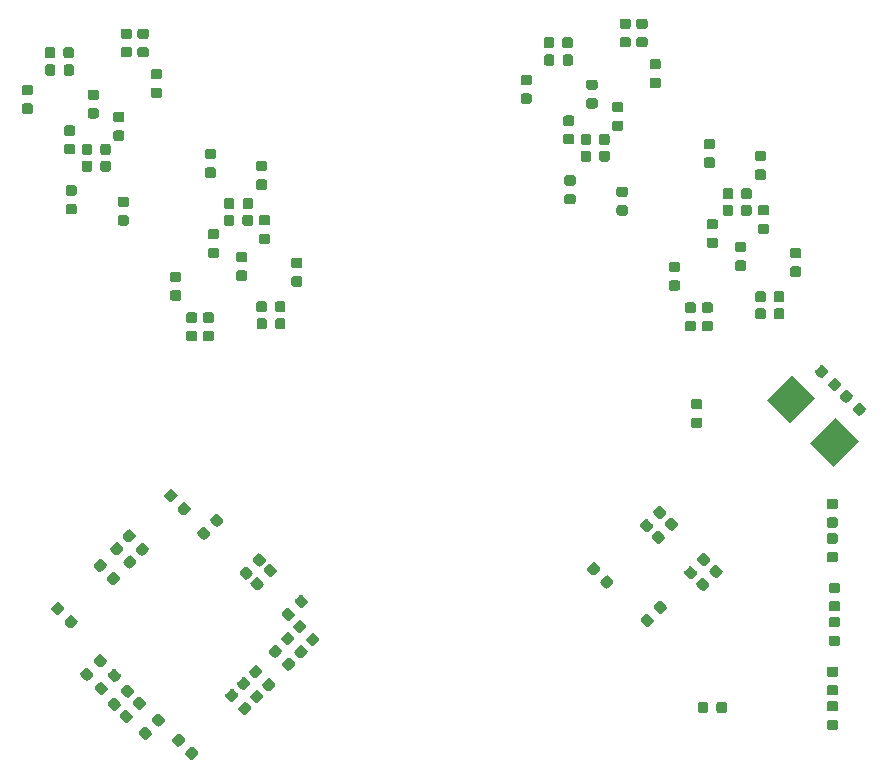
<source format=gbr>
G04 #@! TF.GenerationSoftware,KiCad,Pcbnew,5.1.5*
G04 #@! TF.CreationDate,2020-02-20T18:04:15+03:00*
G04 #@! TF.ProjectId,top,746f702e-6b69-4636-9164-5f7063625858,rev?*
G04 #@! TF.SameCoordinates,Original*
G04 #@! TF.FileFunction,Paste,Bot*
G04 #@! TF.FilePolarity,Positive*
%FSLAX46Y46*%
G04 Gerber Fmt 4.6, Leading zero omitted, Abs format (unit mm)*
G04 Created by KiCad (PCBNEW 5.1.5) date 2020-02-20 18:04:15*
%MOMM*%
%LPD*%
G04 APERTURE LIST*
%ADD10C,0.100000*%
G04 APERTURE END LIST*
D10*
G36*
X135778077Y-107753274D02*
G01*
X135799312Y-107756424D01*
X135820136Y-107761640D01*
X135840348Y-107768872D01*
X135859754Y-107778051D01*
X135878167Y-107789087D01*
X135895410Y-107801875D01*
X135911316Y-107816291D01*
X136273709Y-108178684D01*
X136288125Y-108194590D01*
X136300913Y-108211833D01*
X136311949Y-108230246D01*
X136321128Y-108249652D01*
X136328360Y-108269864D01*
X136333576Y-108290688D01*
X136336726Y-108311923D01*
X136337779Y-108333364D01*
X136336726Y-108354805D01*
X136333576Y-108376040D01*
X136328360Y-108396864D01*
X136321128Y-108417076D01*
X136311949Y-108436482D01*
X136300913Y-108454895D01*
X136288125Y-108472138D01*
X136273709Y-108488044D01*
X135964350Y-108797403D01*
X135948444Y-108811819D01*
X135931201Y-108824607D01*
X135912788Y-108835643D01*
X135893382Y-108844822D01*
X135873170Y-108852054D01*
X135852346Y-108857270D01*
X135831111Y-108860420D01*
X135809670Y-108861473D01*
X135788229Y-108860420D01*
X135766994Y-108857270D01*
X135746170Y-108852054D01*
X135725958Y-108844822D01*
X135706552Y-108835643D01*
X135688139Y-108824607D01*
X135670896Y-108811819D01*
X135654990Y-108797403D01*
X135292597Y-108435010D01*
X135278181Y-108419104D01*
X135265393Y-108401861D01*
X135254357Y-108383448D01*
X135245178Y-108364042D01*
X135237946Y-108343830D01*
X135232730Y-108323006D01*
X135229580Y-108301771D01*
X135228527Y-108280330D01*
X135229580Y-108258889D01*
X135232730Y-108237654D01*
X135237946Y-108216830D01*
X135245178Y-108196618D01*
X135254357Y-108177212D01*
X135265393Y-108158799D01*
X135278181Y-108141556D01*
X135292597Y-108125650D01*
X135601956Y-107816291D01*
X135617862Y-107801875D01*
X135635105Y-107789087D01*
X135653518Y-107778051D01*
X135672924Y-107768872D01*
X135693136Y-107761640D01*
X135713960Y-107756424D01*
X135735195Y-107753274D01*
X135756636Y-107752221D01*
X135778077Y-107753274D01*
G37*
G36*
X136891771Y-106639580D02*
G01*
X136913006Y-106642730D01*
X136933830Y-106647946D01*
X136954042Y-106655178D01*
X136973448Y-106664357D01*
X136991861Y-106675393D01*
X137009104Y-106688181D01*
X137025010Y-106702597D01*
X137387403Y-107064990D01*
X137401819Y-107080896D01*
X137414607Y-107098139D01*
X137425643Y-107116552D01*
X137434822Y-107135958D01*
X137442054Y-107156170D01*
X137447270Y-107176994D01*
X137450420Y-107198229D01*
X137451473Y-107219670D01*
X137450420Y-107241111D01*
X137447270Y-107262346D01*
X137442054Y-107283170D01*
X137434822Y-107303382D01*
X137425643Y-107322788D01*
X137414607Y-107341201D01*
X137401819Y-107358444D01*
X137387403Y-107374350D01*
X137078044Y-107683709D01*
X137062138Y-107698125D01*
X137044895Y-107710913D01*
X137026482Y-107721949D01*
X137007076Y-107731128D01*
X136986864Y-107738360D01*
X136966040Y-107743576D01*
X136944805Y-107746726D01*
X136923364Y-107747779D01*
X136901923Y-107746726D01*
X136880688Y-107743576D01*
X136859864Y-107738360D01*
X136839652Y-107731128D01*
X136820246Y-107721949D01*
X136801833Y-107710913D01*
X136784590Y-107698125D01*
X136768684Y-107683709D01*
X136406291Y-107321316D01*
X136391875Y-107305410D01*
X136379087Y-107288167D01*
X136368051Y-107269754D01*
X136358872Y-107250348D01*
X136351640Y-107230136D01*
X136346424Y-107209312D01*
X136343274Y-107188077D01*
X136342221Y-107166636D01*
X136343274Y-107145195D01*
X136346424Y-107123960D01*
X136351640Y-107103136D01*
X136358872Y-107082924D01*
X136368051Y-107063518D01*
X136379087Y-107045105D01*
X136391875Y-107027862D01*
X136406291Y-107011956D01*
X136715650Y-106702597D01*
X136731556Y-106688181D01*
X136748799Y-106675393D01*
X136767212Y-106664357D01*
X136786618Y-106655178D01*
X136806830Y-106647946D01*
X136827654Y-106642730D01*
X136848889Y-106639580D01*
X136870330Y-106638527D01*
X136891771Y-106639580D01*
G37*
G36*
X139508077Y-111743274D02*
G01*
X139529312Y-111746424D01*
X139550136Y-111751640D01*
X139570348Y-111758872D01*
X139589754Y-111768051D01*
X139608167Y-111779087D01*
X139625410Y-111791875D01*
X139641316Y-111806291D01*
X140003709Y-112168684D01*
X140018125Y-112184590D01*
X140030913Y-112201833D01*
X140041949Y-112220246D01*
X140051128Y-112239652D01*
X140058360Y-112259864D01*
X140063576Y-112280688D01*
X140066726Y-112301923D01*
X140067779Y-112323364D01*
X140066726Y-112344805D01*
X140063576Y-112366040D01*
X140058360Y-112386864D01*
X140051128Y-112407076D01*
X140041949Y-112426482D01*
X140030913Y-112444895D01*
X140018125Y-112462138D01*
X140003709Y-112478044D01*
X139694350Y-112787403D01*
X139678444Y-112801819D01*
X139661201Y-112814607D01*
X139642788Y-112825643D01*
X139623382Y-112834822D01*
X139603170Y-112842054D01*
X139582346Y-112847270D01*
X139561111Y-112850420D01*
X139539670Y-112851473D01*
X139518229Y-112850420D01*
X139496994Y-112847270D01*
X139476170Y-112842054D01*
X139455958Y-112834822D01*
X139436552Y-112825643D01*
X139418139Y-112814607D01*
X139400896Y-112801819D01*
X139384990Y-112787403D01*
X139022597Y-112425010D01*
X139008181Y-112409104D01*
X138995393Y-112391861D01*
X138984357Y-112373448D01*
X138975178Y-112354042D01*
X138967946Y-112333830D01*
X138962730Y-112313006D01*
X138959580Y-112291771D01*
X138958527Y-112270330D01*
X138959580Y-112248889D01*
X138962730Y-112227654D01*
X138967946Y-112206830D01*
X138975178Y-112186618D01*
X138984357Y-112167212D01*
X138995393Y-112148799D01*
X139008181Y-112131556D01*
X139022597Y-112115650D01*
X139331956Y-111806291D01*
X139347862Y-111791875D01*
X139365105Y-111779087D01*
X139383518Y-111768051D01*
X139402924Y-111758872D01*
X139423136Y-111751640D01*
X139443960Y-111746424D01*
X139465195Y-111743274D01*
X139486636Y-111742221D01*
X139508077Y-111743274D01*
G37*
G36*
X140621771Y-110629580D02*
G01*
X140643006Y-110632730D01*
X140663830Y-110637946D01*
X140684042Y-110645178D01*
X140703448Y-110654357D01*
X140721861Y-110665393D01*
X140739104Y-110678181D01*
X140755010Y-110692597D01*
X141117403Y-111054990D01*
X141131819Y-111070896D01*
X141144607Y-111088139D01*
X141155643Y-111106552D01*
X141164822Y-111125958D01*
X141172054Y-111146170D01*
X141177270Y-111166994D01*
X141180420Y-111188229D01*
X141181473Y-111209670D01*
X141180420Y-111231111D01*
X141177270Y-111252346D01*
X141172054Y-111273170D01*
X141164822Y-111293382D01*
X141155643Y-111312788D01*
X141144607Y-111331201D01*
X141131819Y-111348444D01*
X141117403Y-111364350D01*
X140808044Y-111673709D01*
X140792138Y-111688125D01*
X140774895Y-111700913D01*
X140756482Y-111711949D01*
X140737076Y-111721128D01*
X140716864Y-111728360D01*
X140696040Y-111733576D01*
X140674805Y-111736726D01*
X140653364Y-111737779D01*
X140631923Y-111736726D01*
X140610688Y-111733576D01*
X140589864Y-111728360D01*
X140569652Y-111721128D01*
X140550246Y-111711949D01*
X140531833Y-111700913D01*
X140514590Y-111688125D01*
X140498684Y-111673709D01*
X140136291Y-111311316D01*
X140121875Y-111295410D01*
X140109087Y-111278167D01*
X140098051Y-111259754D01*
X140088872Y-111240348D01*
X140081640Y-111220136D01*
X140076424Y-111199312D01*
X140073274Y-111178077D01*
X140072221Y-111156636D01*
X140073274Y-111135195D01*
X140076424Y-111113960D01*
X140081640Y-111093136D01*
X140088872Y-111072924D01*
X140098051Y-111053518D01*
X140109087Y-111035105D01*
X140121875Y-111017862D01*
X140136291Y-111001956D01*
X140445650Y-110692597D01*
X140461556Y-110678181D01*
X140478799Y-110665393D01*
X140497212Y-110654357D01*
X140516618Y-110645178D01*
X140536830Y-110637946D01*
X140557654Y-110632730D01*
X140578889Y-110629580D01*
X140600330Y-110628527D01*
X140621771Y-110629580D01*
G37*
G36*
X132464805Y-112523274D02*
G01*
X132486040Y-112526424D01*
X132506864Y-112531640D01*
X132527076Y-112538872D01*
X132546482Y-112548051D01*
X132564895Y-112559087D01*
X132582138Y-112571875D01*
X132598044Y-112586291D01*
X132907403Y-112895650D01*
X132921819Y-112911556D01*
X132934607Y-112928799D01*
X132945643Y-112947212D01*
X132954822Y-112966618D01*
X132962054Y-112986830D01*
X132967270Y-113007654D01*
X132970420Y-113028889D01*
X132971473Y-113050330D01*
X132970420Y-113071771D01*
X132967270Y-113093006D01*
X132962054Y-113113830D01*
X132954822Y-113134042D01*
X132945643Y-113153448D01*
X132934607Y-113171861D01*
X132921819Y-113189104D01*
X132907403Y-113205010D01*
X132545010Y-113567403D01*
X132529104Y-113581819D01*
X132511861Y-113594607D01*
X132493448Y-113605643D01*
X132474042Y-113614822D01*
X132453830Y-113622054D01*
X132433006Y-113627270D01*
X132411771Y-113630420D01*
X132390330Y-113631473D01*
X132368889Y-113630420D01*
X132347654Y-113627270D01*
X132326830Y-113622054D01*
X132306618Y-113614822D01*
X132287212Y-113605643D01*
X132268799Y-113594607D01*
X132251556Y-113581819D01*
X132235650Y-113567403D01*
X131926291Y-113258044D01*
X131911875Y-113242138D01*
X131899087Y-113224895D01*
X131888051Y-113206482D01*
X131878872Y-113187076D01*
X131871640Y-113166864D01*
X131866424Y-113146040D01*
X131863274Y-113124805D01*
X131862221Y-113103364D01*
X131863274Y-113081923D01*
X131866424Y-113060688D01*
X131871640Y-113039864D01*
X131878872Y-113019652D01*
X131888051Y-113000246D01*
X131899087Y-112981833D01*
X131911875Y-112964590D01*
X131926291Y-112948684D01*
X132288684Y-112586291D01*
X132304590Y-112571875D01*
X132321833Y-112559087D01*
X132340246Y-112548051D01*
X132359652Y-112538872D01*
X132379864Y-112531640D01*
X132400688Y-112526424D01*
X132421923Y-112523274D01*
X132443364Y-112522221D01*
X132464805Y-112523274D01*
G37*
G36*
X131351111Y-111409580D02*
G01*
X131372346Y-111412730D01*
X131393170Y-111417946D01*
X131413382Y-111425178D01*
X131432788Y-111434357D01*
X131451201Y-111445393D01*
X131468444Y-111458181D01*
X131484350Y-111472597D01*
X131793709Y-111781956D01*
X131808125Y-111797862D01*
X131820913Y-111815105D01*
X131831949Y-111833518D01*
X131841128Y-111852924D01*
X131848360Y-111873136D01*
X131853576Y-111893960D01*
X131856726Y-111915195D01*
X131857779Y-111936636D01*
X131856726Y-111958077D01*
X131853576Y-111979312D01*
X131848360Y-112000136D01*
X131841128Y-112020348D01*
X131831949Y-112039754D01*
X131820913Y-112058167D01*
X131808125Y-112075410D01*
X131793709Y-112091316D01*
X131431316Y-112453709D01*
X131415410Y-112468125D01*
X131398167Y-112480913D01*
X131379754Y-112491949D01*
X131360348Y-112501128D01*
X131340136Y-112508360D01*
X131319312Y-112513576D01*
X131298077Y-112516726D01*
X131276636Y-112517779D01*
X131255195Y-112516726D01*
X131233960Y-112513576D01*
X131213136Y-112508360D01*
X131192924Y-112501128D01*
X131173518Y-112491949D01*
X131155105Y-112480913D01*
X131137862Y-112468125D01*
X131121956Y-112453709D01*
X130812597Y-112144350D01*
X130798181Y-112128444D01*
X130785393Y-112111201D01*
X130774357Y-112092788D01*
X130765178Y-112073382D01*
X130757946Y-112053170D01*
X130752730Y-112032346D01*
X130749580Y-112011111D01*
X130748527Y-111989670D01*
X130749580Y-111968229D01*
X130752730Y-111946994D01*
X130757946Y-111926170D01*
X130765178Y-111905958D01*
X130774357Y-111886552D01*
X130785393Y-111868139D01*
X130798181Y-111850896D01*
X130812597Y-111834990D01*
X131174990Y-111472597D01*
X131190896Y-111458181D01*
X131208139Y-111445393D01*
X131226552Y-111434357D01*
X131245958Y-111425178D01*
X131266170Y-111417946D01*
X131286994Y-111412730D01*
X131308229Y-111409580D01*
X131329670Y-111408527D01*
X131351111Y-111409580D01*
G37*
G36*
X103901772Y-111559580D02*
G01*
X103923007Y-111562730D01*
X103943831Y-111567946D01*
X103964043Y-111575178D01*
X103983449Y-111584357D01*
X104001862Y-111595393D01*
X104019105Y-111608181D01*
X104035011Y-111622597D01*
X104397404Y-111984990D01*
X104411820Y-112000896D01*
X104424608Y-112018139D01*
X104435644Y-112036552D01*
X104444823Y-112055958D01*
X104452055Y-112076170D01*
X104457271Y-112096994D01*
X104460421Y-112118229D01*
X104461474Y-112139670D01*
X104460421Y-112161111D01*
X104457271Y-112182346D01*
X104452055Y-112203170D01*
X104444823Y-112223382D01*
X104435644Y-112242788D01*
X104424608Y-112261201D01*
X104411820Y-112278444D01*
X104397404Y-112294350D01*
X104088045Y-112603709D01*
X104072139Y-112618125D01*
X104054896Y-112630913D01*
X104036483Y-112641949D01*
X104017077Y-112651128D01*
X103996865Y-112658360D01*
X103976041Y-112663576D01*
X103954806Y-112666726D01*
X103933365Y-112667779D01*
X103911924Y-112666726D01*
X103890689Y-112663576D01*
X103869865Y-112658360D01*
X103849653Y-112651128D01*
X103830247Y-112641949D01*
X103811834Y-112630913D01*
X103794591Y-112618125D01*
X103778685Y-112603709D01*
X103416292Y-112241316D01*
X103401876Y-112225410D01*
X103389088Y-112208167D01*
X103378052Y-112189754D01*
X103368873Y-112170348D01*
X103361641Y-112150136D01*
X103356425Y-112129312D01*
X103353275Y-112108077D01*
X103352222Y-112086636D01*
X103353275Y-112065195D01*
X103356425Y-112043960D01*
X103361641Y-112023136D01*
X103368873Y-112002924D01*
X103378052Y-111983518D01*
X103389088Y-111965105D01*
X103401876Y-111947862D01*
X103416292Y-111931956D01*
X103725651Y-111622597D01*
X103741557Y-111608181D01*
X103758800Y-111595393D01*
X103777213Y-111584357D01*
X103796619Y-111575178D01*
X103816831Y-111567946D01*
X103837655Y-111562730D01*
X103858890Y-111559580D01*
X103880331Y-111558527D01*
X103901772Y-111559580D01*
G37*
G36*
X102788078Y-112673274D02*
G01*
X102809313Y-112676424D01*
X102830137Y-112681640D01*
X102850349Y-112688872D01*
X102869755Y-112698051D01*
X102888168Y-112709087D01*
X102905411Y-112721875D01*
X102921317Y-112736291D01*
X103283710Y-113098684D01*
X103298126Y-113114590D01*
X103310914Y-113131833D01*
X103321950Y-113150246D01*
X103331129Y-113169652D01*
X103338361Y-113189864D01*
X103343577Y-113210688D01*
X103346727Y-113231923D01*
X103347780Y-113253364D01*
X103346727Y-113274805D01*
X103343577Y-113296040D01*
X103338361Y-113316864D01*
X103331129Y-113337076D01*
X103321950Y-113356482D01*
X103310914Y-113374895D01*
X103298126Y-113392138D01*
X103283710Y-113408044D01*
X102974351Y-113717403D01*
X102958445Y-113731819D01*
X102941202Y-113744607D01*
X102922789Y-113755643D01*
X102903383Y-113764822D01*
X102883171Y-113772054D01*
X102862347Y-113777270D01*
X102841112Y-113780420D01*
X102819671Y-113781473D01*
X102798230Y-113780420D01*
X102776995Y-113777270D01*
X102756171Y-113772054D01*
X102735959Y-113764822D01*
X102716553Y-113755643D01*
X102698140Y-113744607D01*
X102680897Y-113731819D01*
X102664991Y-113717403D01*
X102302598Y-113355010D01*
X102288182Y-113339104D01*
X102275394Y-113321861D01*
X102264358Y-113303448D01*
X102255179Y-113284042D01*
X102247947Y-113263830D01*
X102242731Y-113243006D01*
X102239581Y-113221771D01*
X102238528Y-113200330D01*
X102239581Y-113178889D01*
X102242731Y-113157654D01*
X102247947Y-113136830D01*
X102255179Y-113116618D01*
X102264358Y-113097212D01*
X102275394Y-113078799D01*
X102288182Y-113061556D01*
X102302598Y-113045650D01*
X102611957Y-112736291D01*
X102627863Y-112721875D01*
X102645106Y-112709087D01*
X102663519Y-112698051D01*
X102682925Y-112688872D01*
X102703137Y-112681640D01*
X102723961Y-112676424D01*
X102745196Y-112673274D01*
X102766637Y-112672221D01*
X102788078Y-112673274D01*
G37*
G36*
X98278077Y-108403274D02*
G01*
X98299312Y-108406424D01*
X98320136Y-108411640D01*
X98340348Y-108418872D01*
X98359754Y-108428051D01*
X98378167Y-108439087D01*
X98395410Y-108451875D01*
X98411316Y-108466291D01*
X98773709Y-108828684D01*
X98788125Y-108844590D01*
X98800913Y-108861833D01*
X98811949Y-108880246D01*
X98821128Y-108899652D01*
X98828360Y-108919864D01*
X98833576Y-108940688D01*
X98836726Y-108961923D01*
X98837779Y-108983364D01*
X98836726Y-109004805D01*
X98833576Y-109026040D01*
X98828360Y-109046864D01*
X98821128Y-109067076D01*
X98811949Y-109086482D01*
X98800913Y-109104895D01*
X98788125Y-109122138D01*
X98773709Y-109138044D01*
X98464350Y-109447403D01*
X98448444Y-109461819D01*
X98431201Y-109474607D01*
X98412788Y-109485643D01*
X98393382Y-109494822D01*
X98373170Y-109502054D01*
X98352346Y-109507270D01*
X98331111Y-109510420D01*
X98309670Y-109511473D01*
X98288229Y-109510420D01*
X98266994Y-109507270D01*
X98246170Y-109502054D01*
X98225958Y-109494822D01*
X98206552Y-109485643D01*
X98188139Y-109474607D01*
X98170896Y-109461819D01*
X98154990Y-109447403D01*
X97792597Y-109085010D01*
X97778181Y-109069104D01*
X97765393Y-109051861D01*
X97754357Y-109033448D01*
X97745178Y-109014042D01*
X97737946Y-108993830D01*
X97732730Y-108973006D01*
X97729580Y-108951771D01*
X97728527Y-108930330D01*
X97729580Y-108908889D01*
X97732730Y-108887654D01*
X97737946Y-108866830D01*
X97745178Y-108846618D01*
X97754357Y-108827212D01*
X97765393Y-108808799D01*
X97778181Y-108791556D01*
X97792597Y-108775650D01*
X98101956Y-108466291D01*
X98117862Y-108451875D01*
X98135105Y-108439087D01*
X98153518Y-108428051D01*
X98172924Y-108418872D01*
X98193136Y-108411640D01*
X98213960Y-108406424D01*
X98235195Y-108403274D01*
X98256636Y-108402221D01*
X98278077Y-108403274D01*
G37*
G36*
X99391771Y-107289580D02*
G01*
X99413006Y-107292730D01*
X99433830Y-107297946D01*
X99454042Y-107305178D01*
X99473448Y-107314357D01*
X99491861Y-107325393D01*
X99509104Y-107338181D01*
X99525010Y-107352597D01*
X99887403Y-107714990D01*
X99901819Y-107730896D01*
X99914607Y-107748139D01*
X99925643Y-107766552D01*
X99934822Y-107785958D01*
X99942054Y-107806170D01*
X99947270Y-107826994D01*
X99950420Y-107848229D01*
X99951473Y-107869670D01*
X99950420Y-107891111D01*
X99947270Y-107912346D01*
X99942054Y-107933170D01*
X99934822Y-107953382D01*
X99925643Y-107972788D01*
X99914607Y-107991201D01*
X99901819Y-108008444D01*
X99887403Y-108024350D01*
X99578044Y-108333709D01*
X99562138Y-108348125D01*
X99544895Y-108360913D01*
X99526482Y-108371949D01*
X99507076Y-108381128D01*
X99486864Y-108388360D01*
X99466040Y-108393576D01*
X99444805Y-108396726D01*
X99423364Y-108397779D01*
X99401923Y-108396726D01*
X99380688Y-108393576D01*
X99359864Y-108388360D01*
X99339652Y-108381128D01*
X99320246Y-108371949D01*
X99301833Y-108360913D01*
X99284590Y-108348125D01*
X99268684Y-108333709D01*
X98906291Y-107971316D01*
X98891875Y-107955410D01*
X98879087Y-107938167D01*
X98868051Y-107919754D01*
X98858872Y-107900348D01*
X98851640Y-107880136D01*
X98846424Y-107859312D01*
X98843274Y-107838077D01*
X98842221Y-107816636D01*
X98843274Y-107795195D01*
X98846424Y-107773960D01*
X98851640Y-107753136D01*
X98858872Y-107732924D01*
X98868051Y-107713518D01*
X98879087Y-107695105D01*
X98891875Y-107677862D01*
X98906291Y-107661956D01*
X99215650Y-107352597D01*
X99231556Y-107338181D01*
X99248799Y-107325393D01*
X99267212Y-107314357D01*
X99286618Y-107305178D01*
X99306830Y-107297946D01*
X99327654Y-107292730D01*
X99348889Y-107289580D01*
X99370330Y-107288527D01*
X99391771Y-107289580D01*
G37*
G36*
X89561112Y-111119580D02*
G01*
X89582347Y-111122730D01*
X89603171Y-111127946D01*
X89623383Y-111135178D01*
X89642789Y-111144357D01*
X89661202Y-111155393D01*
X89678445Y-111168181D01*
X89694351Y-111182597D01*
X90003710Y-111491956D01*
X90018126Y-111507862D01*
X90030914Y-111525105D01*
X90041950Y-111543518D01*
X90051129Y-111562924D01*
X90058361Y-111583136D01*
X90063577Y-111603960D01*
X90066727Y-111625195D01*
X90067780Y-111646636D01*
X90066727Y-111668077D01*
X90063577Y-111689312D01*
X90058361Y-111710136D01*
X90051129Y-111730348D01*
X90041950Y-111749754D01*
X90030914Y-111768167D01*
X90018126Y-111785410D01*
X90003710Y-111801316D01*
X89641317Y-112163709D01*
X89625411Y-112178125D01*
X89608168Y-112190913D01*
X89589755Y-112201949D01*
X89570349Y-112211128D01*
X89550137Y-112218360D01*
X89529313Y-112223576D01*
X89508078Y-112226726D01*
X89486637Y-112227779D01*
X89465196Y-112226726D01*
X89443961Y-112223576D01*
X89423137Y-112218360D01*
X89402925Y-112211128D01*
X89383519Y-112201949D01*
X89365106Y-112190913D01*
X89347863Y-112178125D01*
X89331957Y-112163709D01*
X89022598Y-111854350D01*
X89008182Y-111838444D01*
X88995394Y-111821201D01*
X88984358Y-111802788D01*
X88975179Y-111783382D01*
X88967947Y-111763170D01*
X88962731Y-111742346D01*
X88959581Y-111721111D01*
X88958528Y-111699670D01*
X88959581Y-111678229D01*
X88962731Y-111656994D01*
X88967947Y-111636170D01*
X88975179Y-111615958D01*
X88984358Y-111596552D01*
X88995394Y-111578139D01*
X89008182Y-111560896D01*
X89022598Y-111544990D01*
X89384991Y-111182597D01*
X89400897Y-111168181D01*
X89418140Y-111155393D01*
X89436553Y-111144357D01*
X89455959Y-111135178D01*
X89476171Y-111127946D01*
X89496995Y-111122730D01*
X89518230Y-111119580D01*
X89539671Y-111118527D01*
X89561112Y-111119580D01*
G37*
G36*
X90674806Y-112233274D02*
G01*
X90696041Y-112236424D01*
X90716865Y-112241640D01*
X90737077Y-112248872D01*
X90756483Y-112258051D01*
X90774896Y-112269087D01*
X90792139Y-112281875D01*
X90808045Y-112296291D01*
X91117404Y-112605650D01*
X91131820Y-112621556D01*
X91144608Y-112638799D01*
X91155644Y-112657212D01*
X91164823Y-112676618D01*
X91172055Y-112696830D01*
X91177271Y-112717654D01*
X91180421Y-112738889D01*
X91181474Y-112760330D01*
X91180421Y-112781771D01*
X91177271Y-112803006D01*
X91172055Y-112823830D01*
X91164823Y-112844042D01*
X91155644Y-112863448D01*
X91144608Y-112881861D01*
X91131820Y-112899104D01*
X91117404Y-112915010D01*
X90755011Y-113277403D01*
X90739105Y-113291819D01*
X90721862Y-113304607D01*
X90703449Y-113315643D01*
X90684043Y-113324822D01*
X90663831Y-113332054D01*
X90643007Y-113337270D01*
X90621772Y-113340420D01*
X90600331Y-113341473D01*
X90578890Y-113340420D01*
X90557655Y-113337270D01*
X90536831Y-113332054D01*
X90516619Y-113324822D01*
X90497213Y-113315643D01*
X90478800Y-113304607D01*
X90461557Y-113291819D01*
X90445651Y-113277403D01*
X90136292Y-112968044D01*
X90121876Y-112952138D01*
X90109088Y-112934895D01*
X90098052Y-112916482D01*
X90088873Y-112897076D01*
X90081641Y-112876864D01*
X90076425Y-112856040D01*
X90073275Y-112834805D01*
X90072222Y-112813364D01*
X90073275Y-112791923D01*
X90076425Y-112770688D01*
X90081641Y-112749864D01*
X90088873Y-112729652D01*
X90098052Y-112710246D01*
X90109088Y-112691833D01*
X90121876Y-112674590D01*
X90136292Y-112658684D01*
X90498685Y-112296291D01*
X90514591Y-112281875D01*
X90531834Y-112269087D01*
X90550247Y-112258051D01*
X90569653Y-112248872D01*
X90589865Y-112241640D01*
X90610689Y-112236424D01*
X90631924Y-112233274D01*
X90653365Y-112232221D01*
X90674806Y-112233274D01*
G37*
G36*
X101701111Y-121119580D02*
G01*
X101722346Y-121122730D01*
X101743170Y-121127946D01*
X101763382Y-121135178D01*
X101782788Y-121144357D01*
X101801201Y-121155393D01*
X101818444Y-121168181D01*
X101834350Y-121182597D01*
X102143709Y-121491956D01*
X102158125Y-121507862D01*
X102170913Y-121525105D01*
X102181949Y-121543518D01*
X102191128Y-121562924D01*
X102198360Y-121583136D01*
X102203576Y-121603960D01*
X102206726Y-121625195D01*
X102207779Y-121646636D01*
X102206726Y-121668077D01*
X102203576Y-121689312D01*
X102198360Y-121710136D01*
X102191128Y-121730348D01*
X102181949Y-121749754D01*
X102170913Y-121768167D01*
X102158125Y-121785410D01*
X102143709Y-121801316D01*
X101781316Y-122163709D01*
X101765410Y-122178125D01*
X101748167Y-122190913D01*
X101729754Y-122201949D01*
X101710348Y-122211128D01*
X101690136Y-122218360D01*
X101669312Y-122223576D01*
X101648077Y-122226726D01*
X101626636Y-122227779D01*
X101605195Y-122226726D01*
X101583960Y-122223576D01*
X101563136Y-122218360D01*
X101542924Y-122211128D01*
X101523518Y-122201949D01*
X101505105Y-122190913D01*
X101487862Y-122178125D01*
X101471956Y-122163709D01*
X101162597Y-121854350D01*
X101148181Y-121838444D01*
X101135393Y-121821201D01*
X101124357Y-121802788D01*
X101115178Y-121783382D01*
X101107946Y-121763170D01*
X101102730Y-121742346D01*
X101099580Y-121721111D01*
X101098527Y-121699670D01*
X101099580Y-121678229D01*
X101102730Y-121656994D01*
X101107946Y-121636170D01*
X101115178Y-121615958D01*
X101124357Y-121596552D01*
X101135393Y-121578139D01*
X101148181Y-121560896D01*
X101162597Y-121544990D01*
X101524990Y-121182597D01*
X101540896Y-121168181D01*
X101558139Y-121155393D01*
X101576552Y-121144357D01*
X101595958Y-121135178D01*
X101616170Y-121127946D01*
X101636994Y-121122730D01*
X101658229Y-121119580D01*
X101679670Y-121118527D01*
X101701111Y-121119580D01*
G37*
G36*
X102814805Y-122233274D02*
G01*
X102836040Y-122236424D01*
X102856864Y-122241640D01*
X102877076Y-122248872D01*
X102896482Y-122258051D01*
X102914895Y-122269087D01*
X102932138Y-122281875D01*
X102948044Y-122296291D01*
X103257403Y-122605650D01*
X103271819Y-122621556D01*
X103284607Y-122638799D01*
X103295643Y-122657212D01*
X103304822Y-122676618D01*
X103312054Y-122696830D01*
X103317270Y-122717654D01*
X103320420Y-122738889D01*
X103321473Y-122760330D01*
X103320420Y-122781771D01*
X103317270Y-122803006D01*
X103312054Y-122823830D01*
X103304822Y-122844042D01*
X103295643Y-122863448D01*
X103284607Y-122881861D01*
X103271819Y-122899104D01*
X103257403Y-122915010D01*
X102895010Y-123277403D01*
X102879104Y-123291819D01*
X102861861Y-123304607D01*
X102843448Y-123315643D01*
X102824042Y-123324822D01*
X102803830Y-123332054D01*
X102783006Y-123337270D01*
X102761771Y-123340420D01*
X102740330Y-123341473D01*
X102718889Y-123340420D01*
X102697654Y-123337270D01*
X102676830Y-123332054D01*
X102656618Y-123324822D01*
X102637212Y-123315643D01*
X102618799Y-123304607D01*
X102601556Y-123291819D01*
X102585650Y-123277403D01*
X102276291Y-122968044D01*
X102261875Y-122952138D01*
X102249087Y-122934895D01*
X102238051Y-122916482D01*
X102228872Y-122897076D01*
X102221640Y-122876864D01*
X102216424Y-122856040D01*
X102213274Y-122834805D01*
X102212221Y-122813364D01*
X102213274Y-122791923D01*
X102216424Y-122770688D01*
X102221640Y-122749864D01*
X102228872Y-122729652D01*
X102238051Y-122710246D01*
X102249087Y-122691833D01*
X102261875Y-122674590D01*
X102276291Y-122658684D01*
X102638684Y-122296291D01*
X102654590Y-122281875D01*
X102671833Y-122269087D01*
X102690246Y-122258051D01*
X102709652Y-122248872D01*
X102729864Y-122241640D01*
X102750688Y-122236424D01*
X102771923Y-122233274D01*
X102793364Y-122232221D01*
X102814805Y-122233274D01*
G37*
G36*
X85984264Y-114782733D02*
G01*
X86005499Y-114785883D01*
X86026323Y-114791099D01*
X86046535Y-114798331D01*
X86065941Y-114807510D01*
X86084354Y-114818546D01*
X86101597Y-114831334D01*
X86117503Y-114845750D01*
X86426862Y-115155109D01*
X86441278Y-115171015D01*
X86454066Y-115188258D01*
X86465102Y-115206671D01*
X86474281Y-115226077D01*
X86481513Y-115246289D01*
X86486729Y-115267113D01*
X86489879Y-115288348D01*
X86490932Y-115309789D01*
X86489879Y-115331230D01*
X86486729Y-115352465D01*
X86481513Y-115373289D01*
X86474281Y-115393501D01*
X86465102Y-115412907D01*
X86454066Y-115431320D01*
X86441278Y-115448563D01*
X86426862Y-115464469D01*
X86064469Y-115826862D01*
X86048563Y-115841278D01*
X86031320Y-115854066D01*
X86012907Y-115865102D01*
X85993501Y-115874281D01*
X85973289Y-115881513D01*
X85952465Y-115886729D01*
X85931230Y-115889879D01*
X85909789Y-115890932D01*
X85888348Y-115889879D01*
X85867113Y-115886729D01*
X85846289Y-115881513D01*
X85826077Y-115874281D01*
X85806671Y-115865102D01*
X85788258Y-115854066D01*
X85771015Y-115841278D01*
X85755109Y-115826862D01*
X85445750Y-115517503D01*
X85431334Y-115501597D01*
X85418546Y-115484354D01*
X85407510Y-115465941D01*
X85398331Y-115446535D01*
X85391099Y-115426323D01*
X85385883Y-115405499D01*
X85382733Y-115384264D01*
X85381680Y-115362823D01*
X85382733Y-115341382D01*
X85385883Y-115320147D01*
X85391099Y-115299323D01*
X85398331Y-115279111D01*
X85407510Y-115259705D01*
X85418546Y-115241292D01*
X85431334Y-115224049D01*
X85445750Y-115208143D01*
X85808143Y-114845750D01*
X85824049Y-114831334D01*
X85841292Y-114818546D01*
X85859705Y-114807510D01*
X85879111Y-114798331D01*
X85899323Y-114791099D01*
X85920147Y-114785883D01*
X85941382Y-114782733D01*
X85962823Y-114781680D01*
X85984264Y-114782733D01*
G37*
G36*
X87097958Y-115896427D02*
G01*
X87119193Y-115899577D01*
X87140017Y-115904793D01*
X87160229Y-115912025D01*
X87179635Y-115921204D01*
X87198048Y-115932240D01*
X87215291Y-115945028D01*
X87231197Y-115959444D01*
X87540556Y-116268803D01*
X87554972Y-116284709D01*
X87567760Y-116301952D01*
X87578796Y-116320365D01*
X87587975Y-116339771D01*
X87595207Y-116359983D01*
X87600423Y-116380807D01*
X87603573Y-116402042D01*
X87604626Y-116423483D01*
X87603573Y-116444924D01*
X87600423Y-116466159D01*
X87595207Y-116486983D01*
X87587975Y-116507195D01*
X87578796Y-116526601D01*
X87567760Y-116545014D01*
X87554972Y-116562257D01*
X87540556Y-116578163D01*
X87178163Y-116940556D01*
X87162257Y-116954972D01*
X87145014Y-116967760D01*
X87126601Y-116978796D01*
X87107195Y-116987975D01*
X87086983Y-116995207D01*
X87066159Y-117000423D01*
X87044924Y-117003573D01*
X87023483Y-117004626D01*
X87002042Y-117003573D01*
X86980807Y-117000423D01*
X86959983Y-116995207D01*
X86939771Y-116987975D01*
X86920365Y-116978796D01*
X86901952Y-116967760D01*
X86884709Y-116954972D01*
X86868803Y-116940556D01*
X86559444Y-116631197D01*
X86545028Y-116615291D01*
X86532240Y-116598048D01*
X86521204Y-116579635D01*
X86512025Y-116560229D01*
X86504793Y-116540017D01*
X86499577Y-116519193D01*
X86496427Y-116497958D01*
X86495374Y-116476517D01*
X86496427Y-116455076D01*
X86499577Y-116433841D01*
X86504793Y-116413017D01*
X86512025Y-116392805D01*
X86521204Y-116373399D01*
X86532240Y-116354986D01*
X86545028Y-116337743D01*
X86559444Y-116321837D01*
X86921837Y-115959444D01*
X86937743Y-115945028D01*
X86954986Y-115932240D01*
X86973399Y-115921204D01*
X86992805Y-115912025D01*
X87013017Y-115904793D01*
X87033841Y-115899577D01*
X87055076Y-115896427D01*
X87076517Y-115895374D01*
X87097958Y-115896427D01*
G37*
G36*
X106454264Y-116292733D02*
G01*
X106475499Y-116295883D01*
X106496323Y-116301099D01*
X106516535Y-116308331D01*
X106535941Y-116317510D01*
X106554354Y-116328546D01*
X106571597Y-116341334D01*
X106587503Y-116355750D01*
X106896862Y-116665109D01*
X106911278Y-116681015D01*
X106924066Y-116698258D01*
X106935102Y-116716671D01*
X106944281Y-116736077D01*
X106951513Y-116756289D01*
X106956729Y-116777113D01*
X106959879Y-116798348D01*
X106960932Y-116819789D01*
X106959879Y-116841230D01*
X106956729Y-116862465D01*
X106951513Y-116883289D01*
X106944281Y-116903501D01*
X106935102Y-116922907D01*
X106924066Y-116941320D01*
X106911278Y-116958563D01*
X106896862Y-116974469D01*
X106534469Y-117336862D01*
X106518563Y-117351278D01*
X106501320Y-117364066D01*
X106482907Y-117375102D01*
X106463501Y-117384281D01*
X106443289Y-117391513D01*
X106422465Y-117396729D01*
X106401230Y-117399879D01*
X106379789Y-117400932D01*
X106358348Y-117399879D01*
X106337113Y-117396729D01*
X106316289Y-117391513D01*
X106296077Y-117384281D01*
X106276671Y-117375102D01*
X106258258Y-117364066D01*
X106241015Y-117351278D01*
X106225109Y-117336862D01*
X105915750Y-117027503D01*
X105901334Y-117011597D01*
X105888546Y-116994354D01*
X105877510Y-116975941D01*
X105868331Y-116956535D01*
X105861099Y-116936323D01*
X105855883Y-116915499D01*
X105852733Y-116894264D01*
X105851680Y-116872823D01*
X105852733Y-116851382D01*
X105855883Y-116830147D01*
X105861099Y-116809323D01*
X105868331Y-116789111D01*
X105877510Y-116769705D01*
X105888546Y-116751292D01*
X105901334Y-116734049D01*
X105915750Y-116718143D01*
X106278143Y-116355750D01*
X106294049Y-116341334D01*
X106311292Y-116328546D01*
X106329705Y-116317510D01*
X106349111Y-116308331D01*
X106369323Y-116301099D01*
X106390147Y-116295883D01*
X106411382Y-116292733D01*
X106432823Y-116291680D01*
X106454264Y-116292733D01*
G37*
G36*
X107567958Y-117406427D02*
G01*
X107589193Y-117409577D01*
X107610017Y-117414793D01*
X107630229Y-117422025D01*
X107649635Y-117431204D01*
X107668048Y-117442240D01*
X107685291Y-117455028D01*
X107701197Y-117469444D01*
X108010556Y-117778803D01*
X108024972Y-117794709D01*
X108037760Y-117811952D01*
X108048796Y-117830365D01*
X108057975Y-117849771D01*
X108065207Y-117869983D01*
X108070423Y-117890807D01*
X108073573Y-117912042D01*
X108074626Y-117933483D01*
X108073573Y-117954924D01*
X108070423Y-117976159D01*
X108065207Y-117996983D01*
X108057975Y-118017195D01*
X108048796Y-118036601D01*
X108037760Y-118055014D01*
X108024972Y-118072257D01*
X108010556Y-118088163D01*
X107648163Y-118450556D01*
X107632257Y-118464972D01*
X107615014Y-118477760D01*
X107596601Y-118488796D01*
X107577195Y-118497975D01*
X107556983Y-118505207D01*
X107536159Y-118510423D01*
X107514924Y-118513573D01*
X107493483Y-118514626D01*
X107472042Y-118513573D01*
X107450807Y-118510423D01*
X107429983Y-118505207D01*
X107409771Y-118497975D01*
X107390365Y-118488796D01*
X107371952Y-118477760D01*
X107354709Y-118464972D01*
X107338803Y-118450556D01*
X107029444Y-118141197D01*
X107015028Y-118125291D01*
X107002240Y-118108048D01*
X106991204Y-118089635D01*
X106982025Y-118070229D01*
X106974793Y-118050017D01*
X106969577Y-118029193D01*
X106966427Y-118007958D01*
X106965374Y-117986517D01*
X106966427Y-117965076D01*
X106969577Y-117943841D01*
X106974793Y-117923017D01*
X106982025Y-117902805D01*
X106991204Y-117883399D01*
X107002240Y-117864986D01*
X107015028Y-117847743D01*
X107029444Y-117831837D01*
X107391837Y-117469444D01*
X107407743Y-117455028D01*
X107424986Y-117442240D01*
X107443399Y-117431204D01*
X107462805Y-117422025D01*
X107483017Y-117414793D01*
X107503841Y-117409577D01*
X107525076Y-117406427D01*
X107546517Y-117405374D01*
X107567958Y-117406427D01*
G37*
G36*
X90688077Y-122873275D02*
G01*
X90709312Y-122876425D01*
X90730136Y-122881641D01*
X90750348Y-122888873D01*
X90769754Y-122898052D01*
X90788167Y-122909088D01*
X90805410Y-122921876D01*
X90821316Y-122936292D01*
X91183709Y-123298685D01*
X91198125Y-123314591D01*
X91210913Y-123331834D01*
X91221949Y-123350247D01*
X91231128Y-123369653D01*
X91238360Y-123389865D01*
X91243576Y-123410689D01*
X91246726Y-123431924D01*
X91247779Y-123453365D01*
X91246726Y-123474806D01*
X91243576Y-123496041D01*
X91238360Y-123516865D01*
X91231128Y-123537077D01*
X91221949Y-123556483D01*
X91210913Y-123574896D01*
X91198125Y-123592139D01*
X91183709Y-123608045D01*
X90874350Y-123917404D01*
X90858444Y-123931820D01*
X90841201Y-123944608D01*
X90822788Y-123955644D01*
X90803382Y-123964823D01*
X90783170Y-123972055D01*
X90762346Y-123977271D01*
X90741111Y-123980421D01*
X90719670Y-123981474D01*
X90698229Y-123980421D01*
X90676994Y-123977271D01*
X90656170Y-123972055D01*
X90635958Y-123964823D01*
X90616552Y-123955644D01*
X90598139Y-123944608D01*
X90580896Y-123931820D01*
X90564990Y-123917404D01*
X90202597Y-123555011D01*
X90188181Y-123539105D01*
X90175393Y-123521862D01*
X90164357Y-123503449D01*
X90155178Y-123484043D01*
X90147946Y-123463831D01*
X90142730Y-123443007D01*
X90139580Y-123421772D01*
X90138527Y-123400331D01*
X90139580Y-123378890D01*
X90142730Y-123357655D01*
X90147946Y-123336831D01*
X90155178Y-123316619D01*
X90164357Y-123297213D01*
X90175393Y-123278800D01*
X90188181Y-123261557D01*
X90202597Y-123245651D01*
X90511956Y-122936292D01*
X90527862Y-122921876D01*
X90545105Y-122909088D01*
X90563518Y-122898052D01*
X90582924Y-122888873D01*
X90603136Y-122881641D01*
X90623960Y-122876425D01*
X90645195Y-122873275D01*
X90666636Y-122872222D01*
X90688077Y-122873275D01*
G37*
G36*
X91801771Y-121759581D02*
G01*
X91823006Y-121762731D01*
X91843830Y-121767947D01*
X91864042Y-121775179D01*
X91883448Y-121784358D01*
X91901861Y-121795394D01*
X91919104Y-121808182D01*
X91935010Y-121822598D01*
X92297403Y-122184991D01*
X92311819Y-122200897D01*
X92324607Y-122218140D01*
X92335643Y-122236553D01*
X92344822Y-122255959D01*
X92352054Y-122276171D01*
X92357270Y-122296995D01*
X92360420Y-122318230D01*
X92361473Y-122339671D01*
X92360420Y-122361112D01*
X92357270Y-122382347D01*
X92352054Y-122403171D01*
X92344822Y-122423383D01*
X92335643Y-122442789D01*
X92324607Y-122461202D01*
X92311819Y-122478445D01*
X92297403Y-122494351D01*
X91988044Y-122803710D01*
X91972138Y-122818126D01*
X91954895Y-122830914D01*
X91936482Y-122841950D01*
X91917076Y-122851129D01*
X91896864Y-122858361D01*
X91876040Y-122863577D01*
X91854805Y-122866727D01*
X91833364Y-122867780D01*
X91811923Y-122866727D01*
X91790688Y-122863577D01*
X91769864Y-122858361D01*
X91749652Y-122851129D01*
X91730246Y-122841950D01*
X91711833Y-122830914D01*
X91694590Y-122818126D01*
X91678684Y-122803710D01*
X91316291Y-122441317D01*
X91301875Y-122425411D01*
X91289087Y-122408168D01*
X91278051Y-122389755D01*
X91268872Y-122370349D01*
X91261640Y-122350137D01*
X91256424Y-122329313D01*
X91253274Y-122308078D01*
X91252221Y-122286637D01*
X91253274Y-122265196D01*
X91256424Y-122243961D01*
X91261640Y-122223137D01*
X91268872Y-122202925D01*
X91278051Y-122183519D01*
X91289087Y-122165106D01*
X91301875Y-122147863D01*
X91316291Y-122131957D01*
X91625650Y-121822598D01*
X91641556Y-121808182D01*
X91658799Y-121795394D01*
X91677212Y-121784358D01*
X91696618Y-121775179D01*
X91716830Y-121767947D01*
X91737654Y-121762731D01*
X91758889Y-121759581D01*
X91780330Y-121758528D01*
X91801771Y-121759581D01*
G37*
G36*
X88391230Y-120320121D02*
G01*
X88412465Y-120323271D01*
X88433289Y-120328487D01*
X88453501Y-120335719D01*
X88472907Y-120344898D01*
X88491320Y-120355934D01*
X88508563Y-120368722D01*
X88524469Y-120383138D01*
X88886862Y-120745531D01*
X88901278Y-120761437D01*
X88914066Y-120778680D01*
X88925102Y-120797093D01*
X88934281Y-120816499D01*
X88941513Y-120836711D01*
X88946729Y-120857535D01*
X88949879Y-120878770D01*
X88950932Y-120900211D01*
X88949879Y-120921652D01*
X88946729Y-120942887D01*
X88941513Y-120963711D01*
X88934281Y-120983923D01*
X88925102Y-121003329D01*
X88914066Y-121021742D01*
X88901278Y-121038985D01*
X88886862Y-121054891D01*
X88577503Y-121364250D01*
X88561597Y-121378666D01*
X88544354Y-121391454D01*
X88525941Y-121402490D01*
X88506535Y-121411669D01*
X88486323Y-121418901D01*
X88465499Y-121424117D01*
X88444264Y-121427267D01*
X88422823Y-121428320D01*
X88401382Y-121427267D01*
X88380147Y-121424117D01*
X88359323Y-121418901D01*
X88339111Y-121411669D01*
X88319705Y-121402490D01*
X88301292Y-121391454D01*
X88284049Y-121378666D01*
X88268143Y-121364250D01*
X87905750Y-121001857D01*
X87891334Y-120985951D01*
X87878546Y-120968708D01*
X87867510Y-120950295D01*
X87858331Y-120930889D01*
X87851099Y-120910677D01*
X87845883Y-120889853D01*
X87842733Y-120868618D01*
X87841680Y-120847177D01*
X87842733Y-120825736D01*
X87845883Y-120804501D01*
X87851099Y-120783677D01*
X87858331Y-120763465D01*
X87867510Y-120744059D01*
X87878546Y-120725646D01*
X87891334Y-120708403D01*
X87905750Y-120692497D01*
X88215109Y-120383138D01*
X88231015Y-120368722D01*
X88248258Y-120355934D01*
X88266671Y-120344898D01*
X88286077Y-120335719D01*
X88306289Y-120328487D01*
X88327113Y-120323271D01*
X88348348Y-120320121D01*
X88369789Y-120319068D01*
X88391230Y-120320121D01*
G37*
G36*
X89504924Y-119206427D02*
G01*
X89526159Y-119209577D01*
X89546983Y-119214793D01*
X89567195Y-119222025D01*
X89586601Y-119231204D01*
X89605014Y-119242240D01*
X89622257Y-119255028D01*
X89638163Y-119269444D01*
X90000556Y-119631837D01*
X90014972Y-119647743D01*
X90027760Y-119664986D01*
X90038796Y-119683399D01*
X90047975Y-119702805D01*
X90055207Y-119723017D01*
X90060423Y-119743841D01*
X90063573Y-119765076D01*
X90064626Y-119786517D01*
X90063573Y-119807958D01*
X90060423Y-119829193D01*
X90055207Y-119850017D01*
X90047975Y-119870229D01*
X90038796Y-119889635D01*
X90027760Y-119908048D01*
X90014972Y-119925291D01*
X90000556Y-119941197D01*
X89691197Y-120250556D01*
X89675291Y-120264972D01*
X89658048Y-120277760D01*
X89639635Y-120288796D01*
X89620229Y-120297975D01*
X89600017Y-120305207D01*
X89579193Y-120310423D01*
X89557958Y-120313573D01*
X89536517Y-120314626D01*
X89515076Y-120313573D01*
X89493841Y-120310423D01*
X89473017Y-120305207D01*
X89452805Y-120297975D01*
X89433399Y-120288796D01*
X89414986Y-120277760D01*
X89397743Y-120264972D01*
X89381837Y-120250556D01*
X89019444Y-119888163D01*
X89005028Y-119872257D01*
X88992240Y-119855014D01*
X88981204Y-119836601D01*
X88972025Y-119817195D01*
X88964793Y-119796983D01*
X88959577Y-119776159D01*
X88956427Y-119754924D01*
X88955374Y-119733483D01*
X88956427Y-119712042D01*
X88959577Y-119690807D01*
X88964793Y-119669983D01*
X88972025Y-119649771D01*
X88981204Y-119630365D01*
X88992240Y-119611952D01*
X89005028Y-119594709D01*
X89019444Y-119578803D01*
X89328803Y-119269444D01*
X89344709Y-119255028D01*
X89361952Y-119242240D01*
X89380365Y-119231204D01*
X89399771Y-119222025D01*
X89419983Y-119214793D01*
X89440807Y-119209577D01*
X89462042Y-119206427D01*
X89483483Y-119205374D01*
X89504924Y-119206427D01*
G37*
G36*
X96204264Y-125912733D02*
G01*
X96225499Y-125915883D01*
X96246323Y-125921099D01*
X96266535Y-125928331D01*
X96285941Y-125937510D01*
X96304354Y-125948546D01*
X96321597Y-125961334D01*
X96337503Y-125975750D01*
X96646862Y-126285109D01*
X96661278Y-126301015D01*
X96674066Y-126318258D01*
X96685102Y-126336671D01*
X96694281Y-126356077D01*
X96701513Y-126376289D01*
X96706729Y-126397113D01*
X96709879Y-126418348D01*
X96710932Y-126439789D01*
X96709879Y-126461230D01*
X96706729Y-126482465D01*
X96701513Y-126503289D01*
X96694281Y-126523501D01*
X96685102Y-126542907D01*
X96674066Y-126561320D01*
X96661278Y-126578563D01*
X96646862Y-126594469D01*
X96284469Y-126956862D01*
X96268563Y-126971278D01*
X96251320Y-126984066D01*
X96232907Y-126995102D01*
X96213501Y-127004281D01*
X96193289Y-127011513D01*
X96172465Y-127016729D01*
X96151230Y-127019879D01*
X96129789Y-127020932D01*
X96108348Y-127019879D01*
X96087113Y-127016729D01*
X96066289Y-127011513D01*
X96046077Y-127004281D01*
X96026671Y-126995102D01*
X96008258Y-126984066D01*
X95991015Y-126971278D01*
X95975109Y-126956862D01*
X95665750Y-126647503D01*
X95651334Y-126631597D01*
X95638546Y-126614354D01*
X95627510Y-126595941D01*
X95618331Y-126576535D01*
X95611099Y-126556323D01*
X95605883Y-126535499D01*
X95602733Y-126514264D01*
X95601680Y-126492823D01*
X95602733Y-126471382D01*
X95605883Y-126450147D01*
X95611099Y-126429323D01*
X95618331Y-126409111D01*
X95627510Y-126389705D01*
X95638546Y-126371292D01*
X95651334Y-126354049D01*
X95665750Y-126338143D01*
X96028143Y-125975750D01*
X96044049Y-125961334D01*
X96061292Y-125948546D01*
X96079705Y-125937510D01*
X96099111Y-125928331D01*
X96119323Y-125921099D01*
X96140147Y-125915883D01*
X96161382Y-125912733D01*
X96182823Y-125911680D01*
X96204264Y-125912733D01*
G37*
G36*
X97317958Y-127026427D02*
G01*
X97339193Y-127029577D01*
X97360017Y-127034793D01*
X97380229Y-127042025D01*
X97399635Y-127051204D01*
X97418048Y-127062240D01*
X97435291Y-127075028D01*
X97451197Y-127089444D01*
X97760556Y-127398803D01*
X97774972Y-127414709D01*
X97787760Y-127431952D01*
X97798796Y-127450365D01*
X97807975Y-127469771D01*
X97815207Y-127489983D01*
X97820423Y-127510807D01*
X97823573Y-127532042D01*
X97824626Y-127553483D01*
X97823573Y-127574924D01*
X97820423Y-127596159D01*
X97815207Y-127616983D01*
X97807975Y-127637195D01*
X97798796Y-127656601D01*
X97787760Y-127675014D01*
X97774972Y-127692257D01*
X97760556Y-127708163D01*
X97398163Y-128070556D01*
X97382257Y-128084972D01*
X97365014Y-128097760D01*
X97346601Y-128108796D01*
X97327195Y-128117975D01*
X97306983Y-128125207D01*
X97286159Y-128130423D01*
X97264924Y-128133573D01*
X97243483Y-128134626D01*
X97222042Y-128133573D01*
X97200807Y-128130423D01*
X97179983Y-128125207D01*
X97159771Y-128117975D01*
X97140365Y-128108796D01*
X97121952Y-128097760D01*
X97104709Y-128084972D01*
X97088803Y-128070556D01*
X96779444Y-127761197D01*
X96765028Y-127745291D01*
X96752240Y-127728048D01*
X96741204Y-127709635D01*
X96732025Y-127690229D01*
X96724793Y-127670017D01*
X96719577Y-127649193D01*
X96716427Y-127627958D01*
X96715374Y-127606517D01*
X96716427Y-127585076D01*
X96719577Y-127563841D01*
X96724793Y-127543017D01*
X96732025Y-127522805D01*
X96741204Y-127503399D01*
X96752240Y-127484986D01*
X96765028Y-127467743D01*
X96779444Y-127451837D01*
X97141837Y-127089444D01*
X97157743Y-127075028D01*
X97174986Y-127062240D01*
X97193399Y-127051204D01*
X97212805Y-127042025D01*
X97233017Y-127034793D01*
X97253841Y-127029577D01*
X97275076Y-127026427D01*
X97296517Y-127025374D01*
X97317958Y-127026427D01*
G37*
G36*
X105504805Y-119483274D02*
G01*
X105526040Y-119486424D01*
X105546864Y-119491640D01*
X105567076Y-119498872D01*
X105586482Y-119508051D01*
X105604895Y-119519087D01*
X105622138Y-119531875D01*
X105638044Y-119546291D01*
X105947403Y-119855650D01*
X105961819Y-119871556D01*
X105974607Y-119888799D01*
X105985643Y-119907212D01*
X105994822Y-119926618D01*
X106002054Y-119946830D01*
X106007270Y-119967654D01*
X106010420Y-119988889D01*
X106011473Y-120010330D01*
X106010420Y-120031771D01*
X106007270Y-120053006D01*
X106002054Y-120073830D01*
X105994822Y-120094042D01*
X105985643Y-120113448D01*
X105974607Y-120131861D01*
X105961819Y-120149104D01*
X105947403Y-120165010D01*
X105585010Y-120527403D01*
X105569104Y-120541819D01*
X105551861Y-120554607D01*
X105533448Y-120565643D01*
X105514042Y-120574822D01*
X105493830Y-120582054D01*
X105473006Y-120587270D01*
X105451771Y-120590420D01*
X105430330Y-120591473D01*
X105408889Y-120590420D01*
X105387654Y-120587270D01*
X105366830Y-120582054D01*
X105346618Y-120574822D01*
X105327212Y-120565643D01*
X105308799Y-120554607D01*
X105291556Y-120541819D01*
X105275650Y-120527403D01*
X104966291Y-120218044D01*
X104951875Y-120202138D01*
X104939087Y-120184895D01*
X104928051Y-120166482D01*
X104918872Y-120147076D01*
X104911640Y-120126864D01*
X104906424Y-120106040D01*
X104903274Y-120084805D01*
X104902221Y-120063364D01*
X104903274Y-120041923D01*
X104906424Y-120020688D01*
X104911640Y-119999864D01*
X104918872Y-119979652D01*
X104928051Y-119960246D01*
X104939087Y-119941833D01*
X104951875Y-119924590D01*
X104966291Y-119908684D01*
X105328684Y-119546291D01*
X105344590Y-119531875D01*
X105361833Y-119519087D01*
X105380246Y-119508051D01*
X105399652Y-119498872D01*
X105419864Y-119491640D01*
X105440688Y-119486424D01*
X105461923Y-119483274D01*
X105483364Y-119482221D01*
X105504805Y-119483274D01*
G37*
G36*
X104391111Y-118369580D02*
G01*
X104412346Y-118372730D01*
X104433170Y-118377946D01*
X104453382Y-118385178D01*
X104472788Y-118394357D01*
X104491201Y-118405393D01*
X104508444Y-118418181D01*
X104524350Y-118432597D01*
X104833709Y-118741956D01*
X104848125Y-118757862D01*
X104860913Y-118775105D01*
X104871949Y-118793518D01*
X104881128Y-118812924D01*
X104888360Y-118833136D01*
X104893576Y-118853960D01*
X104896726Y-118875195D01*
X104897779Y-118896636D01*
X104896726Y-118918077D01*
X104893576Y-118939312D01*
X104888360Y-118960136D01*
X104881128Y-118980348D01*
X104871949Y-118999754D01*
X104860913Y-119018167D01*
X104848125Y-119035410D01*
X104833709Y-119051316D01*
X104471316Y-119413709D01*
X104455410Y-119428125D01*
X104438167Y-119440913D01*
X104419754Y-119451949D01*
X104400348Y-119461128D01*
X104380136Y-119468360D01*
X104359312Y-119473576D01*
X104338077Y-119476726D01*
X104316636Y-119477779D01*
X104295195Y-119476726D01*
X104273960Y-119473576D01*
X104253136Y-119468360D01*
X104232924Y-119461128D01*
X104213518Y-119451949D01*
X104195105Y-119440913D01*
X104177862Y-119428125D01*
X104161956Y-119413709D01*
X103852597Y-119104350D01*
X103838181Y-119088444D01*
X103825393Y-119071201D01*
X103814357Y-119052788D01*
X103805178Y-119033382D01*
X103797946Y-119013170D01*
X103792730Y-118992346D01*
X103789580Y-118971111D01*
X103788527Y-118949670D01*
X103789580Y-118928229D01*
X103792730Y-118906994D01*
X103797946Y-118886170D01*
X103805178Y-118865958D01*
X103814357Y-118846552D01*
X103825393Y-118828139D01*
X103838181Y-118810896D01*
X103852597Y-118794990D01*
X104214990Y-118432597D01*
X104230896Y-118418181D01*
X104248139Y-118405393D01*
X104266552Y-118394357D01*
X104285958Y-118385178D01*
X104306170Y-118377946D01*
X104326994Y-118372730D01*
X104348229Y-118369580D01*
X104369670Y-118368527D01*
X104391111Y-118369580D01*
G37*
G36*
X89604924Y-121546427D02*
G01*
X89626159Y-121549577D01*
X89646983Y-121554793D01*
X89667195Y-121562025D01*
X89686601Y-121571204D01*
X89705014Y-121582240D01*
X89722257Y-121595028D01*
X89738163Y-121609444D01*
X90100556Y-121971837D01*
X90114972Y-121987743D01*
X90127760Y-122004986D01*
X90138796Y-122023399D01*
X90147975Y-122042805D01*
X90155207Y-122063017D01*
X90160423Y-122083841D01*
X90163573Y-122105076D01*
X90164626Y-122126517D01*
X90163573Y-122147958D01*
X90160423Y-122169193D01*
X90155207Y-122190017D01*
X90147975Y-122210229D01*
X90138796Y-122229635D01*
X90127760Y-122248048D01*
X90114972Y-122265291D01*
X90100556Y-122281197D01*
X89791197Y-122590556D01*
X89775291Y-122604972D01*
X89758048Y-122617760D01*
X89739635Y-122628796D01*
X89720229Y-122637975D01*
X89700017Y-122645207D01*
X89679193Y-122650423D01*
X89657958Y-122653573D01*
X89636517Y-122654626D01*
X89615076Y-122653573D01*
X89593841Y-122650423D01*
X89573017Y-122645207D01*
X89552805Y-122637975D01*
X89533399Y-122628796D01*
X89514986Y-122617760D01*
X89497743Y-122604972D01*
X89481837Y-122590556D01*
X89119444Y-122228163D01*
X89105028Y-122212257D01*
X89092240Y-122195014D01*
X89081204Y-122176601D01*
X89072025Y-122157195D01*
X89064793Y-122136983D01*
X89059577Y-122116159D01*
X89056427Y-122094924D01*
X89055374Y-122073483D01*
X89056427Y-122052042D01*
X89059577Y-122030807D01*
X89064793Y-122009983D01*
X89072025Y-121989771D01*
X89081204Y-121970365D01*
X89092240Y-121951952D01*
X89105028Y-121934709D01*
X89119444Y-121918803D01*
X89428803Y-121609444D01*
X89444709Y-121595028D01*
X89461952Y-121582240D01*
X89480365Y-121571204D01*
X89499771Y-121562025D01*
X89519983Y-121554793D01*
X89540807Y-121549577D01*
X89562042Y-121546427D01*
X89583483Y-121545374D01*
X89604924Y-121546427D01*
G37*
G36*
X90718618Y-120432733D02*
G01*
X90739853Y-120435883D01*
X90760677Y-120441099D01*
X90780889Y-120448331D01*
X90800295Y-120457510D01*
X90818708Y-120468546D01*
X90835951Y-120481334D01*
X90851857Y-120495750D01*
X91214250Y-120858143D01*
X91228666Y-120874049D01*
X91241454Y-120891292D01*
X91252490Y-120909705D01*
X91261669Y-120929111D01*
X91268901Y-120949323D01*
X91274117Y-120970147D01*
X91277267Y-120991382D01*
X91278320Y-121012823D01*
X91277267Y-121034264D01*
X91274117Y-121055499D01*
X91268901Y-121076323D01*
X91261669Y-121096535D01*
X91252490Y-121115941D01*
X91241454Y-121134354D01*
X91228666Y-121151597D01*
X91214250Y-121167503D01*
X90904891Y-121476862D01*
X90888985Y-121491278D01*
X90871742Y-121504066D01*
X90853329Y-121515102D01*
X90833923Y-121524281D01*
X90813711Y-121531513D01*
X90792887Y-121536729D01*
X90771652Y-121539879D01*
X90750211Y-121540932D01*
X90728770Y-121539879D01*
X90707535Y-121536729D01*
X90686711Y-121531513D01*
X90666499Y-121524281D01*
X90647093Y-121515102D01*
X90628680Y-121504066D01*
X90611437Y-121491278D01*
X90595531Y-121476862D01*
X90233138Y-121114469D01*
X90218722Y-121098563D01*
X90205934Y-121081320D01*
X90194898Y-121062907D01*
X90185719Y-121043501D01*
X90178487Y-121023289D01*
X90173271Y-121002465D01*
X90170121Y-120981230D01*
X90169068Y-120959789D01*
X90170121Y-120938348D01*
X90173271Y-120917113D01*
X90178487Y-120896289D01*
X90185719Y-120876077D01*
X90194898Y-120856671D01*
X90205934Y-120838258D01*
X90218722Y-120821015D01*
X90233138Y-120805109D01*
X90542497Y-120495750D01*
X90558403Y-120481334D01*
X90575646Y-120468546D01*
X90594059Y-120457510D01*
X90613465Y-120448331D01*
X90633677Y-120441099D01*
X90654501Y-120435883D01*
X90675736Y-120432733D01*
X90697177Y-120431680D01*
X90718618Y-120432733D01*
G37*
G36*
X105428077Y-115283274D02*
G01*
X105449312Y-115286424D01*
X105470136Y-115291640D01*
X105490348Y-115298872D01*
X105509754Y-115308051D01*
X105528167Y-115319087D01*
X105545410Y-115331875D01*
X105561316Y-115346291D01*
X105923709Y-115708684D01*
X105938125Y-115724590D01*
X105950913Y-115741833D01*
X105961949Y-115760246D01*
X105971128Y-115779652D01*
X105978360Y-115799864D01*
X105983576Y-115820688D01*
X105986726Y-115841923D01*
X105987779Y-115863364D01*
X105986726Y-115884805D01*
X105983576Y-115906040D01*
X105978360Y-115926864D01*
X105971128Y-115947076D01*
X105961949Y-115966482D01*
X105950913Y-115984895D01*
X105938125Y-116002138D01*
X105923709Y-116018044D01*
X105614350Y-116327403D01*
X105598444Y-116341819D01*
X105581201Y-116354607D01*
X105562788Y-116365643D01*
X105543382Y-116374822D01*
X105523170Y-116382054D01*
X105502346Y-116387270D01*
X105481111Y-116390420D01*
X105459670Y-116391473D01*
X105438229Y-116390420D01*
X105416994Y-116387270D01*
X105396170Y-116382054D01*
X105375958Y-116374822D01*
X105356552Y-116365643D01*
X105338139Y-116354607D01*
X105320896Y-116341819D01*
X105304990Y-116327403D01*
X104942597Y-115965010D01*
X104928181Y-115949104D01*
X104915393Y-115931861D01*
X104904357Y-115913448D01*
X104895178Y-115894042D01*
X104887946Y-115873830D01*
X104882730Y-115853006D01*
X104879580Y-115831771D01*
X104878527Y-115810330D01*
X104879580Y-115788889D01*
X104882730Y-115767654D01*
X104887946Y-115746830D01*
X104895178Y-115726618D01*
X104904357Y-115707212D01*
X104915393Y-115688799D01*
X104928181Y-115671556D01*
X104942597Y-115655650D01*
X105251956Y-115346291D01*
X105267862Y-115331875D01*
X105285105Y-115319087D01*
X105303518Y-115308051D01*
X105322924Y-115298872D01*
X105343136Y-115291640D01*
X105363960Y-115286424D01*
X105385195Y-115283274D01*
X105406636Y-115282221D01*
X105428077Y-115283274D01*
G37*
G36*
X106541771Y-114169580D02*
G01*
X106563006Y-114172730D01*
X106583830Y-114177946D01*
X106604042Y-114185178D01*
X106623448Y-114194357D01*
X106641861Y-114205393D01*
X106659104Y-114218181D01*
X106675010Y-114232597D01*
X107037403Y-114594990D01*
X107051819Y-114610896D01*
X107064607Y-114628139D01*
X107075643Y-114646552D01*
X107084822Y-114665958D01*
X107092054Y-114686170D01*
X107097270Y-114706994D01*
X107100420Y-114728229D01*
X107101473Y-114749670D01*
X107100420Y-114771111D01*
X107097270Y-114792346D01*
X107092054Y-114813170D01*
X107084822Y-114833382D01*
X107075643Y-114852788D01*
X107064607Y-114871201D01*
X107051819Y-114888444D01*
X107037403Y-114904350D01*
X106728044Y-115213709D01*
X106712138Y-115228125D01*
X106694895Y-115240913D01*
X106676482Y-115251949D01*
X106657076Y-115261128D01*
X106636864Y-115268360D01*
X106616040Y-115273576D01*
X106594805Y-115276726D01*
X106573364Y-115277779D01*
X106551923Y-115276726D01*
X106530688Y-115273576D01*
X106509864Y-115268360D01*
X106489652Y-115261128D01*
X106470246Y-115251949D01*
X106451833Y-115240913D01*
X106434590Y-115228125D01*
X106418684Y-115213709D01*
X106056291Y-114851316D01*
X106041875Y-114835410D01*
X106029087Y-114818167D01*
X106018051Y-114799754D01*
X106008872Y-114780348D01*
X106001640Y-114760136D01*
X105996424Y-114739312D01*
X105993274Y-114718077D01*
X105992221Y-114696636D01*
X105993274Y-114675195D01*
X105996424Y-114653960D01*
X106001640Y-114633136D01*
X106008872Y-114612924D01*
X106018051Y-114593518D01*
X106029087Y-114575105D01*
X106041875Y-114557862D01*
X106056291Y-114541956D01*
X106365650Y-114232597D01*
X106381556Y-114218181D01*
X106398799Y-114205393D01*
X106417212Y-114194357D01*
X106436618Y-114185178D01*
X106456830Y-114177946D01*
X106477654Y-114172730D01*
X106498889Y-114169580D01*
X106520330Y-114168527D01*
X106541771Y-114169580D01*
G37*
G36*
X92084806Y-110833274D02*
G01*
X92106041Y-110836424D01*
X92126865Y-110841640D01*
X92147077Y-110848872D01*
X92166483Y-110858051D01*
X92184896Y-110869087D01*
X92202139Y-110881875D01*
X92218045Y-110896291D01*
X92527404Y-111205650D01*
X92541820Y-111221556D01*
X92554608Y-111238799D01*
X92565644Y-111257212D01*
X92574823Y-111276618D01*
X92582055Y-111296830D01*
X92587271Y-111317654D01*
X92590421Y-111338889D01*
X92591474Y-111360330D01*
X92590421Y-111381771D01*
X92587271Y-111403006D01*
X92582055Y-111423830D01*
X92574823Y-111444042D01*
X92565644Y-111463448D01*
X92554608Y-111481861D01*
X92541820Y-111499104D01*
X92527404Y-111515010D01*
X92165011Y-111877403D01*
X92149105Y-111891819D01*
X92131862Y-111904607D01*
X92113449Y-111915643D01*
X92094043Y-111924822D01*
X92073831Y-111932054D01*
X92053007Y-111937270D01*
X92031772Y-111940420D01*
X92010331Y-111941473D01*
X91988890Y-111940420D01*
X91967655Y-111937270D01*
X91946831Y-111932054D01*
X91926619Y-111924822D01*
X91907213Y-111915643D01*
X91888800Y-111904607D01*
X91871557Y-111891819D01*
X91855651Y-111877403D01*
X91546292Y-111568044D01*
X91531876Y-111552138D01*
X91519088Y-111534895D01*
X91508052Y-111516482D01*
X91498873Y-111497076D01*
X91491641Y-111476864D01*
X91486425Y-111456040D01*
X91483275Y-111434805D01*
X91482222Y-111413364D01*
X91483275Y-111391923D01*
X91486425Y-111370688D01*
X91491641Y-111349864D01*
X91498873Y-111329652D01*
X91508052Y-111310246D01*
X91519088Y-111291833D01*
X91531876Y-111274590D01*
X91546292Y-111258684D01*
X91908685Y-110896291D01*
X91924591Y-110881875D01*
X91941834Y-110869087D01*
X91960247Y-110858051D01*
X91979653Y-110848872D01*
X91999865Y-110841640D01*
X92020689Y-110836424D01*
X92041924Y-110833274D01*
X92063365Y-110832221D01*
X92084806Y-110833274D01*
G37*
G36*
X90971112Y-109719580D02*
G01*
X90992347Y-109722730D01*
X91013171Y-109727946D01*
X91033383Y-109735178D01*
X91052789Y-109744357D01*
X91071202Y-109755393D01*
X91088445Y-109768181D01*
X91104351Y-109782597D01*
X91413710Y-110091956D01*
X91428126Y-110107862D01*
X91440914Y-110125105D01*
X91451950Y-110143518D01*
X91461129Y-110162924D01*
X91468361Y-110183136D01*
X91473577Y-110203960D01*
X91476727Y-110225195D01*
X91477780Y-110246636D01*
X91476727Y-110268077D01*
X91473577Y-110289312D01*
X91468361Y-110310136D01*
X91461129Y-110330348D01*
X91451950Y-110349754D01*
X91440914Y-110368167D01*
X91428126Y-110385410D01*
X91413710Y-110401316D01*
X91051317Y-110763709D01*
X91035411Y-110778125D01*
X91018168Y-110790913D01*
X90999755Y-110801949D01*
X90980349Y-110811128D01*
X90960137Y-110818360D01*
X90939313Y-110823576D01*
X90918078Y-110826726D01*
X90896637Y-110827779D01*
X90875196Y-110826726D01*
X90853961Y-110823576D01*
X90833137Y-110818360D01*
X90812925Y-110811128D01*
X90793519Y-110801949D01*
X90775106Y-110790913D01*
X90757863Y-110778125D01*
X90741957Y-110763709D01*
X90432598Y-110454350D01*
X90418182Y-110438444D01*
X90405394Y-110421201D01*
X90394358Y-110402788D01*
X90385179Y-110383382D01*
X90377947Y-110363170D01*
X90372731Y-110342346D01*
X90369581Y-110321111D01*
X90368528Y-110299670D01*
X90369581Y-110278229D01*
X90372731Y-110256994D01*
X90377947Y-110236170D01*
X90385179Y-110215958D01*
X90394358Y-110196552D01*
X90405394Y-110178139D01*
X90418182Y-110160896D01*
X90432598Y-110144990D01*
X90794991Y-109782597D01*
X90810897Y-109768181D01*
X90828140Y-109755393D01*
X90846553Y-109744357D01*
X90865959Y-109735178D01*
X90886171Y-109727946D01*
X90906995Y-109722730D01*
X90928230Y-109719580D01*
X90949671Y-109718527D01*
X90971112Y-109719580D01*
G37*
G36*
X92011111Y-108619580D02*
G01*
X92032346Y-108622730D01*
X92053170Y-108627946D01*
X92073382Y-108635178D01*
X92092788Y-108644357D01*
X92111201Y-108655393D01*
X92128444Y-108668181D01*
X92144350Y-108682597D01*
X92453709Y-108991956D01*
X92468125Y-109007862D01*
X92480913Y-109025105D01*
X92491949Y-109043518D01*
X92501128Y-109062924D01*
X92508360Y-109083136D01*
X92513576Y-109103960D01*
X92516726Y-109125195D01*
X92517779Y-109146636D01*
X92516726Y-109168077D01*
X92513576Y-109189312D01*
X92508360Y-109210136D01*
X92501128Y-109230348D01*
X92491949Y-109249754D01*
X92480913Y-109268167D01*
X92468125Y-109285410D01*
X92453709Y-109301316D01*
X92091316Y-109663709D01*
X92075410Y-109678125D01*
X92058167Y-109690913D01*
X92039754Y-109701949D01*
X92020348Y-109711128D01*
X92000136Y-109718360D01*
X91979312Y-109723576D01*
X91958077Y-109726726D01*
X91936636Y-109727779D01*
X91915195Y-109726726D01*
X91893960Y-109723576D01*
X91873136Y-109718360D01*
X91852924Y-109711128D01*
X91833518Y-109701949D01*
X91815105Y-109690913D01*
X91797862Y-109678125D01*
X91781956Y-109663709D01*
X91472597Y-109354350D01*
X91458181Y-109338444D01*
X91445393Y-109321201D01*
X91434357Y-109302788D01*
X91425178Y-109283382D01*
X91417946Y-109263170D01*
X91412730Y-109242346D01*
X91409580Y-109221111D01*
X91408527Y-109199670D01*
X91409580Y-109178229D01*
X91412730Y-109156994D01*
X91417946Y-109136170D01*
X91425178Y-109115958D01*
X91434357Y-109096552D01*
X91445393Y-109078139D01*
X91458181Y-109060896D01*
X91472597Y-109044990D01*
X91834990Y-108682597D01*
X91850896Y-108668181D01*
X91868139Y-108655393D01*
X91886552Y-108644357D01*
X91905958Y-108635178D01*
X91926170Y-108627946D01*
X91946994Y-108622730D01*
X91968229Y-108619580D01*
X91989670Y-108618527D01*
X92011111Y-108619580D01*
G37*
G36*
X93124805Y-109733274D02*
G01*
X93146040Y-109736424D01*
X93166864Y-109741640D01*
X93187076Y-109748872D01*
X93206482Y-109758051D01*
X93224895Y-109769087D01*
X93242138Y-109781875D01*
X93258044Y-109796291D01*
X93567403Y-110105650D01*
X93581819Y-110121556D01*
X93594607Y-110138799D01*
X93605643Y-110157212D01*
X93614822Y-110176618D01*
X93622054Y-110196830D01*
X93627270Y-110217654D01*
X93630420Y-110238889D01*
X93631473Y-110260330D01*
X93630420Y-110281771D01*
X93627270Y-110303006D01*
X93622054Y-110323830D01*
X93614822Y-110344042D01*
X93605643Y-110363448D01*
X93594607Y-110381861D01*
X93581819Y-110399104D01*
X93567403Y-110415010D01*
X93205010Y-110777403D01*
X93189104Y-110791819D01*
X93171861Y-110804607D01*
X93153448Y-110815643D01*
X93134042Y-110824822D01*
X93113830Y-110832054D01*
X93093006Y-110837270D01*
X93071771Y-110840420D01*
X93050330Y-110841473D01*
X93028889Y-110840420D01*
X93007654Y-110837270D01*
X92986830Y-110832054D01*
X92966618Y-110824822D01*
X92947212Y-110815643D01*
X92928799Y-110804607D01*
X92911556Y-110791819D01*
X92895650Y-110777403D01*
X92586291Y-110468044D01*
X92571875Y-110452138D01*
X92559087Y-110434895D01*
X92548051Y-110416482D01*
X92538872Y-110397076D01*
X92531640Y-110376864D01*
X92526424Y-110356040D01*
X92523274Y-110334805D01*
X92522221Y-110313364D01*
X92523274Y-110291923D01*
X92526424Y-110270688D01*
X92531640Y-110249864D01*
X92538872Y-110229652D01*
X92548051Y-110210246D01*
X92559087Y-110191833D01*
X92571875Y-110174590D01*
X92586291Y-110158684D01*
X92948684Y-109796291D01*
X92964590Y-109781875D01*
X92981833Y-109769087D01*
X93000246Y-109758051D01*
X93019652Y-109748872D01*
X93039864Y-109741640D01*
X93060688Y-109736424D01*
X93081923Y-109733274D01*
X93103364Y-109732221D01*
X93124805Y-109733274D01*
G37*
G36*
X140792691Y-123216053D02*
G01*
X140813926Y-123219203D01*
X140834750Y-123224419D01*
X140854962Y-123231651D01*
X140874368Y-123240830D01*
X140892781Y-123251866D01*
X140910024Y-123264654D01*
X140925930Y-123279070D01*
X140940346Y-123294976D01*
X140953134Y-123312219D01*
X140964170Y-123330632D01*
X140973349Y-123350038D01*
X140980581Y-123370250D01*
X140985797Y-123391074D01*
X140988947Y-123412309D01*
X140990000Y-123433750D01*
X140990000Y-123946250D01*
X140988947Y-123967691D01*
X140985797Y-123988926D01*
X140980581Y-124009750D01*
X140973349Y-124029962D01*
X140964170Y-124049368D01*
X140953134Y-124067781D01*
X140940346Y-124085024D01*
X140925930Y-124100930D01*
X140910024Y-124115346D01*
X140892781Y-124128134D01*
X140874368Y-124139170D01*
X140854962Y-124148349D01*
X140834750Y-124155581D01*
X140813926Y-124160797D01*
X140792691Y-124163947D01*
X140771250Y-124165000D01*
X140333750Y-124165000D01*
X140312309Y-124163947D01*
X140291074Y-124160797D01*
X140270250Y-124155581D01*
X140250038Y-124148349D01*
X140230632Y-124139170D01*
X140212219Y-124128134D01*
X140194976Y-124115346D01*
X140179070Y-124100930D01*
X140164654Y-124085024D01*
X140151866Y-124067781D01*
X140140830Y-124049368D01*
X140131651Y-124029962D01*
X140124419Y-124009750D01*
X140119203Y-123988926D01*
X140116053Y-123967691D01*
X140115000Y-123946250D01*
X140115000Y-123433750D01*
X140116053Y-123412309D01*
X140119203Y-123391074D01*
X140124419Y-123370250D01*
X140131651Y-123350038D01*
X140140830Y-123330632D01*
X140151866Y-123312219D01*
X140164654Y-123294976D01*
X140179070Y-123279070D01*
X140194976Y-123264654D01*
X140212219Y-123251866D01*
X140230632Y-123240830D01*
X140250038Y-123231651D01*
X140270250Y-123224419D01*
X140291074Y-123219203D01*
X140312309Y-123216053D01*
X140333750Y-123215000D01*
X140771250Y-123215000D01*
X140792691Y-123216053D01*
G37*
G36*
X142367691Y-123216053D02*
G01*
X142388926Y-123219203D01*
X142409750Y-123224419D01*
X142429962Y-123231651D01*
X142449368Y-123240830D01*
X142467781Y-123251866D01*
X142485024Y-123264654D01*
X142500930Y-123279070D01*
X142515346Y-123294976D01*
X142528134Y-123312219D01*
X142539170Y-123330632D01*
X142548349Y-123350038D01*
X142555581Y-123370250D01*
X142560797Y-123391074D01*
X142563947Y-123412309D01*
X142565000Y-123433750D01*
X142565000Y-123946250D01*
X142563947Y-123967691D01*
X142560797Y-123988926D01*
X142555581Y-124009750D01*
X142548349Y-124029962D01*
X142539170Y-124049368D01*
X142528134Y-124067781D01*
X142515346Y-124085024D01*
X142500930Y-124100930D01*
X142485024Y-124115346D01*
X142467781Y-124128134D01*
X142449368Y-124139170D01*
X142429962Y-124148349D01*
X142409750Y-124155581D01*
X142388926Y-124160797D01*
X142367691Y-124163947D01*
X142346250Y-124165000D01*
X141908750Y-124165000D01*
X141887309Y-124163947D01*
X141866074Y-124160797D01*
X141845250Y-124155581D01*
X141825038Y-124148349D01*
X141805632Y-124139170D01*
X141787219Y-124128134D01*
X141769976Y-124115346D01*
X141754070Y-124100930D01*
X141739654Y-124085024D01*
X141726866Y-124067781D01*
X141715830Y-124049368D01*
X141706651Y-124029962D01*
X141699419Y-124009750D01*
X141694203Y-123988926D01*
X141691053Y-123967691D01*
X141690000Y-123946250D01*
X141690000Y-123433750D01*
X141691053Y-123412309D01*
X141694203Y-123391074D01*
X141699419Y-123370250D01*
X141706651Y-123350038D01*
X141715830Y-123330632D01*
X141726866Y-123312219D01*
X141739654Y-123294976D01*
X141754070Y-123279070D01*
X141769976Y-123264654D01*
X141787219Y-123251866D01*
X141805632Y-123240830D01*
X141825038Y-123231651D01*
X141845250Y-123224419D01*
X141866074Y-123219203D01*
X141887309Y-123216053D01*
X141908750Y-123215000D01*
X142346250Y-123215000D01*
X142367691Y-123216053D01*
G37*
G36*
X92821771Y-122789581D02*
G01*
X92843006Y-122792731D01*
X92863830Y-122797947D01*
X92884042Y-122805179D01*
X92903448Y-122814358D01*
X92921861Y-122825394D01*
X92939104Y-122838182D01*
X92955010Y-122852598D01*
X93317403Y-123214991D01*
X93331819Y-123230897D01*
X93344607Y-123248140D01*
X93355643Y-123266553D01*
X93364822Y-123285959D01*
X93372054Y-123306171D01*
X93377270Y-123326995D01*
X93380420Y-123348230D01*
X93381473Y-123369671D01*
X93380420Y-123391112D01*
X93377270Y-123412347D01*
X93372054Y-123433171D01*
X93364822Y-123453383D01*
X93355643Y-123472789D01*
X93344607Y-123491202D01*
X93331819Y-123508445D01*
X93317403Y-123524351D01*
X93008044Y-123833710D01*
X92992138Y-123848126D01*
X92974895Y-123860914D01*
X92956482Y-123871950D01*
X92937076Y-123881129D01*
X92916864Y-123888361D01*
X92896040Y-123893577D01*
X92874805Y-123896727D01*
X92853364Y-123897780D01*
X92831923Y-123896727D01*
X92810688Y-123893577D01*
X92789864Y-123888361D01*
X92769652Y-123881129D01*
X92750246Y-123871950D01*
X92731833Y-123860914D01*
X92714590Y-123848126D01*
X92698684Y-123833710D01*
X92336291Y-123471317D01*
X92321875Y-123455411D01*
X92309087Y-123438168D01*
X92298051Y-123419755D01*
X92288872Y-123400349D01*
X92281640Y-123380137D01*
X92276424Y-123359313D01*
X92273274Y-123338078D01*
X92272221Y-123316637D01*
X92273274Y-123295196D01*
X92276424Y-123273961D01*
X92281640Y-123253137D01*
X92288872Y-123232925D01*
X92298051Y-123213519D01*
X92309087Y-123195106D01*
X92321875Y-123177863D01*
X92336291Y-123161957D01*
X92645650Y-122852598D01*
X92661556Y-122838182D01*
X92678799Y-122825394D01*
X92697212Y-122814358D01*
X92716618Y-122805179D01*
X92736830Y-122797947D01*
X92757654Y-122792731D01*
X92778889Y-122789581D01*
X92800330Y-122788528D01*
X92821771Y-122789581D01*
G37*
G36*
X91708077Y-123903275D02*
G01*
X91729312Y-123906425D01*
X91750136Y-123911641D01*
X91770348Y-123918873D01*
X91789754Y-123928052D01*
X91808167Y-123939088D01*
X91825410Y-123951876D01*
X91841316Y-123966292D01*
X92203709Y-124328685D01*
X92218125Y-124344591D01*
X92230913Y-124361834D01*
X92241949Y-124380247D01*
X92251128Y-124399653D01*
X92258360Y-124419865D01*
X92263576Y-124440689D01*
X92266726Y-124461924D01*
X92267779Y-124483365D01*
X92266726Y-124504806D01*
X92263576Y-124526041D01*
X92258360Y-124546865D01*
X92251128Y-124567077D01*
X92241949Y-124586483D01*
X92230913Y-124604896D01*
X92218125Y-124622139D01*
X92203709Y-124638045D01*
X91894350Y-124947404D01*
X91878444Y-124961820D01*
X91861201Y-124974608D01*
X91842788Y-124985644D01*
X91823382Y-124994823D01*
X91803170Y-125002055D01*
X91782346Y-125007271D01*
X91761111Y-125010421D01*
X91739670Y-125011474D01*
X91718229Y-125010421D01*
X91696994Y-125007271D01*
X91676170Y-125002055D01*
X91655958Y-124994823D01*
X91636552Y-124985644D01*
X91618139Y-124974608D01*
X91600896Y-124961820D01*
X91584990Y-124947404D01*
X91222597Y-124585011D01*
X91208181Y-124569105D01*
X91195393Y-124551862D01*
X91184357Y-124533449D01*
X91175178Y-124514043D01*
X91167946Y-124493831D01*
X91162730Y-124473007D01*
X91159580Y-124451772D01*
X91158527Y-124430331D01*
X91159580Y-124408890D01*
X91162730Y-124387655D01*
X91167946Y-124366831D01*
X91175178Y-124346619D01*
X91184357Y-124327213D01*
X91195393Y-124308800D01*
X91208181Y-124291557D01*
X91222597Y-124275651D01*
X91531956Y-123966292D01*
X91547862Y-123951876D01*
X91565105Y-123939088D01*
X91583518Y-123928052D01*
X91602924Y-123918873D01*
X91623136Y-123911641D01*
X91643960Y-123906425D01*
X91665195Y-123903275D01*
X91686636Y-123902222D01*
X91708077Y-123903275D01*
G37*
G36*
X105451111Y-117319580D02*
G01*
X105472346Y-117322730D01*
X105493170Y-117327946D01*
X105513382Y-117335178D01*
X105532788Y-117344357D01*
X105551201Y-117355393D01*
X105568444Y-117368181D01*
X105584350Y-117382597D01*
X105893709Y-117691956D01*
X105908125Y-117707862D01*
X105920913Y-117725105D01*
X105931949Y-117743518D01*
X105941128Y-117762924D01*
X105948360Y-117783136D01*
X105953576Y-117803960D01*
X105956726Y-117825195D01*
X105957779Y-117846636D01*
X105956726Y-117868077D01*
X105953576Y-117889312D01*
X105948360Y-117910136D01*
X105941128Y-117930348D01*
X105931949Y-117949754D01*
X105920913Y-117968167D01*
X105908125Y-117985410D01*
X105893709Y-118001316D01*
X105531316Y-118363709D01*
X105515410Y-118378125D01*
X105498167Y-118390913D01*
X105479754Y-118401949D01*
X105460348Y-118411128D01*
X105440136Y-118418360D01*
X105419312Y-118423576D01*
X105398077Y-118426726D01*
X105376636Y-118427779D01*
X105355195Y-118426726D01*
X105333960Y-118423576D01*
X105313136Y-118418360D01*
X105292924Y-118411128D01*
X105273518Y-118401949D01*
X105255105Y-118390913D01*
X105237862Y-118378125D01*
X105221956Y-118363709D01*
X104912597Y-118054350D01*
X104898181Y-118038444D01*
X104885393Y-118021201D01*
X104874357Y-118002788D01*
X104865178Y-117983382D01*
X104857946Y-117963170D01*
X104852730Y-117942346D01*
X104849580Y-117921111D01*
X104848527Y-117899670D01*
X104849580Y-117878229D01*
X104852730Y-117856994D01*
X104857946Y-117836170D01*
X104865178Y-117815958D01*
X104874357Y-117796552D01*
X104885393Y-117778139D01*
X104898181Y-117760896D01*
X104912597Y-117744990D01*
X105274990Y-117382597D01*
X105290896Y-117368181D01*
X105308139Y-117355393D01*
X105326552Y-117344357D01*
X105345958Y-117335178D01*
X105366170Y-117327946D01*
X105386994Y-117322730D01*
X105408229Y-117319580D01*
X105429670Y-117318527D01*
X105451111Y-117319580D01*
G37*
G36*
X106564805Y-118433274D02*
G01*
X106586040Y-118436424D01*
X106606864Y-118441640D01*
X106627076Y-118448872D01*
X106646482Y-118458051D01*
X106664895Y-118469087D01*
X106682138Y-118481875D01*
X106698044Y-118496291D01*
X107007403Y-118805650D01*
X107021819Y-118821556D01*
X107034607Y-118838799D01*
X107045643Y-118857212D01*
X107054822Y-118876618D01*
X107062054Y-118896830D01*
X107067270Y-118917654D01*
X107070420Y-118938889D01*
X107071473Y-118960330D01*
X107070420Y-118981771D01*
X107067270Y-119003006D01*
X107062054Y-119023830D01*
X107054822Y-119044042D01*
X107045643Y-119063448D01*
X107034607Y-119081861D01*
X107021819Y-119099104D01*
X107007403Y-119115010D01*
X106645010Y-119477403D01*
X106629104Y-119491819D01*
X106611861Y-119504607D01*
X106593448Y-119515643D01*
X106574042Y-119524822D01*
X106553830Y-119532054D01*
X106533006Y-119537270D01*
X106511771Y-119540420D01*
X106490330Y-119541473D01*
X106468889Y-119540420D01*
X106447654Y-119537270D01*
X106426830Y-119532054D01*
X106406618Y-119524822D01*
X106387212Y-119515643D01*
X106368799Y-119504607D01*
X106351556Y-119491819D01*
X106335650Y-119477403D01*
X106026291Y-119168044D01*
X106011875Y-119152138D01*
X105999087Y-119134895D01*
X105988051Y-119116482D01*
X105978872Y-119097076D01*
X105971640Y-119076864D01*
X105966424Y-119056040D01*
X105963274Y-119034805D01*
X105962221Y-119013364D01*
X105963274Y-118991923D01*
X105966424Y-118970688D01*
X105971640Y-118949864D01*
X105978872Y-118929652D01*
X105988051Y-118910246D01*
X105999087Y-118891833D01*
X106011875Y-118874590D01*
X106026291Y-118858684D01*
X106388684Y-118496291D01*
X106404590Y-118481875D01*
X106421833Y-118469087D01*
X106440246Y-118458051D01*
X106459652Y-118448872D01*
X106479864Y-118441640D01*
X106500688Y-118436424D01*
X106521923Y-118433274D01*
X106543364Y-118432221D01*
X106564805Y-118433274D01*
G37*
G36*
X101804805Y-123233275D02*
G01*
X101826040Y-123236425D01*
X101846864Y-123241641D01*
X101867076Y-123248873D01*
X101886482Y-123258052D01*
X101904895Y-123269088D01*
X101922138Y-123281876D01*
X101938044Y-123296292D01*
X102247403Y-123605651D01*
X102261819Y-123621557D01*
X102274607Y-123638800D01*
X102285643Y-123657213D01*
X102294822Y-123676619D01*
X102302054Y-123696831D01*
X102307270Y-123717655D01*
X102310420Y-123738890D01*
X102311473Y-123760331D01*
X102310420Y-123781772D01*
X102307270Y-123803007D01*
X102302054Y-123823831D01*
X102294822Y-123844043D01*
X102285643Y-123863449D01*
X102274607Y-123881862D01*
X102261819Y-123899105D01*
X102247403Y-123915011D01*
X101885010Y-124277404D01*
X101869104Y-124291820D01*
X101851861Y-124304608D01*
X101833448Y-124315644D01*
X101814042Y-124324823D01*
X101793830Y-124332055D01*
X101773006Y-124337271D01*
X101751771Y-124340421D01*
X101730330Y-124341474D01*
X101708889Y-124340421D01*
X101687654Y-124337271D01*
X101666830Y-124332055D01*
X101646618Y-124324823D01*
X101627212Y-124315644D01*
X101608799Y-124304608D01*
X101591556Y-124291820D01*
X101575650Y-124277404D01*
X101266291Y-123968045D01*
X101251875Y-123952139D01*
X101239087Y-123934896D01*
X101228051Y-123916483D01*
X101218872Y-123897077D01*
X101211640Y-123876865D01*
X101206424Y-123856041D01*
X101203274Y-123834806D01*
X101202221Y-123813365D01*
X101203274Y-123791924D01*
X101206424Y-123770689D01*
X101211640Y-123749865D01*
X101218872Y-123729653D01*
X101228051Y-123710247D01*
X101239087Y-123691834D01*
X101251875Y-123674591D01*
X101266291Y-123658685D01*
X101628684Y-123296292D01*
X101644590Y-123281876D01*
X101661833Y-123269088D01*
X101680246Y-123258052D01*
X101699652Y-123248873D01*
X101719864Y-123241641D01*
X101740688Y-123236425D01*
X101761923Y-123233275D01*
X101783364Y-123232222D01*
X101804805Y-123233275D01*
G37*
G36*
X100691111Y-122119581D02*
G01*
X100712346Y-122122731D01*
X100733170Y-122127947D01*
X100753382Y-122135179D01*
X100772788Y-122144358D01*
X100791201Y-122155394D01*
X100808444Y-122168182D01*
X100824350Y-122182598D01*
X101133709Y-122491957D01*
X101148125Y-122507863D01*
X101160913Y-122525106D01*
X101171949Y-122543519D01*
X101181128Y-122562925D01*
X101188360Y-122583137D01*
X101193576Y-122603961D01*
X101196726Y-122625196D01*
X101197779Y-122646637D01*
X101196726Y-122668078D01*
X101193576Y-122689313D01*
X101188360Y-122710137D01*
X101181128Y-122730349D01*
X101171949Y-122749755D01*
X101160913Y-122768168D01*
X101148125Y-122785411D01*
X101133709Y-122801317D01*
X100771316Y-123163710D01*
X100755410Y-123178126D01*
X100738167Y-123190914D01*
X100719754Y-123201950D01*
X100700348Y-123211129D01*
X100680136Y-123218361D01*
X100659312Y-123223577D01*
X100638077Y-123226727D01*
X100616636Y-123227780D01*
X100595195Y-123226727D01*
X100573960Y-123223577D01*
X100553136Y-123218361D01*
X100532924Y-123211129D01*
X100513518Y-123201950D01*
X100495105Y-123190914D01*
X100477862Y-123178126D01*
X100461956Y-123163710D01*
X100152597Y-122854351D01*
X100138181Y-122838445D01*
X100125393Y-122821202D01*
X100114357Y-122802789D01*
X100105178Y-122783383D01*
X100097946Y-122763171D01*
X100092730Y-122742347D01*
X100089580Y-122721112D01*
X100088527Y-122699671D01*
X100089580Y-122678230D01*
X100092730Y-122656995D01*
X100097946Y-122636171D01*
X100105178Y-122615959D01*
X100114357Y-122596553D01*
X100125393Y-122578140D01*
X100138181Y-122560897D01*
X100152597Y-122544991D01*
X100514990Y-122182598D01*
X100530896Y-122168182D01*
X100548139Y-122155394D01*
X100566552Y-122144358D01*
X100585958Y-122135179D01*
X100606170Y-122127947D01*
X100626994Y-122122731D01*
X100648229Y-122119581D01*
X100669670Y-122118528D01*
X100691111Y-122119581D01*
G37*
G36*
X101868077Y-111773273D02*
G01*
X101889312Y-111776423D01*
X101910136Y-111781639D01*
X101930348Y-111788871D01*
X101949754Y-111798050D01*
X101968167Y-111809086D01*
X101985410Y-111821874D01*
X102001316Y-111836290D01*
X102363709Y-112198683D01*
X102378125Y-112214589D01*
X102390913Y-112231832D01*
X102401949Y-112250245D01*
X102411128Y-112269651D01*
X102418360Y-112289863D01*
X102423576Y-112310687D01*
X102426726Y-112331922D01*
X102427779Y-112353363D01*
X102426726Y-112374804D01*
X102423576Y-112396039D01*
X102418360Y-112416863D01*
X102411128Y-112437075D01*
X102401949Y-112456481D01*
X102390913Y-112474894D01*
X102378125Y-112492137D01*
X102363709Y-112508043D01*
X102054350Y-112817402D01*
X102038444Y-112831818D01*
X102021201Y-112844606D01*
X102002788Y-112855642D01*
X101983382Y-112864821D01*
X101963170Y-112872053D01*
X101942346Y-112877269D01*
X101921111Y-112880419D01*
X101899670Y-112881472D01*
X101878229Y-112880419D01*
X101856994Y-112877269D01*
X101836170Y-112872053D01*
X101815958Y-112864821D01*
X101796552Y-112855642D01*
X101778139Y-112844606D01*
X101760896Y-112831818D01*
X101744990Y-112817402D01*
X101382597Y-112455009D01*
X101368181Y-112439103D01*
X101355393Y-112421860D01*
X101344357Y-112403447D01*
X101335178Y-112384041D01*
X101327946Y-112363829D01*
X101322730Y-112343005D01*
X101319580Y-112321770D01*
X101318527Y-112300329D01*
X101319580Y-112278888D01*
X101322730Y-112257653D01*
X101327946Y-112236829D01*
X101335178Y-112216617D01*
X101344357Y-112197211D01*
X101355393Y-112178798D01*
X101368181Y-112161555D01*
X101382597Y-112145649D01*
X101691956Y-111836290D01*
X101707862Y-111821874D01*
X101725105Y-111809086D01*
X101743518Y-111798050D01*
X101762924Y-111788871D01*
X101783136Y-111781639D01*
X101803960Y-111776423D01*
X101825195Y-111773273D01*
X101846636Y-111772220D01*
X101868077Y-111773273D01*
G37*
G36*
X102981771Y-110659579D02*
G01*
X103003006Y-110662729D01*
X103023830Y-110667945D01*
X103044042Y-110675177D01*
X103063448Y-110684356D01*
X103081861Y-110695392D01*
X103099104Y-110708180D01*
X103115010Y-110722596D01*
X103477403Y-111084989D01*
X103491819Y-111100895D01*
X103504607Y-111118138D01*
X103515643Y-111136551D01*
X103524822Y-111155957D01*
X103532054Y-111176169D01*
X103537270Y-111196993D01*
X103540420Y-111218228D01*
X103541473Y-111239669D01*
X103540420Y-111261110D01*
X103537270Y-111282345D01*
X103532054Y-111303169D01*
X103524822Y-111323381D01*
X103515643Y-111342787D01*
X103504607Y-111361200D01*
X103491819Y-111378443D01*
X103477403Y-111394349D01*
X103168044Y-111703708D01*
X103152138Y-111718124D01*
X103134895Y-111730912D01*
X103116482Y-111741948D01*
X103097076Y-111751127D01*
X103076864Y-111758359D01*
X103056040Y-111763575D01*
X103034805Y-111766725D01*
X103013364Y-111767778D01*
X102991923Y-111766725D01*
X102970688Y-111763575D01*
X102949864Y-111758359D01*
X102929652Y-111751127D01*
X102910246Y-111741948D01*
X102891833Y-111730912D01*
X102874590Y-111718124D01*
X102858684Y-111703708D01*
X102496291Y-111341315D01*
X102481875Y-111325409D01*
X102469087Y-111308166D01*
X102458051Y-111289753D01*
X102448872Y-111270347D01*
X102441640Y-111250135D01*
X102436424Y-111229311D01*
X102433274Y-111208076D01*
X102432221Y-111186635D01*
X102433274Y-111165194D01*
X102436424Y-111143959D01*
X102441640Y-111123135D01*
X102448872Y-111102923D01*
X102458051Y-111083517D01*
X102469087Y-111065104D01*
X102481875Y-111047861D01*
X102496291Y-111031955D01*
X102805650Y-110722596D01*
X102821556Y-110708180D01*
X102838799Y-110695392D01*
X102857212Y-110684356D01*
X102876618Y-110675177D01*
X102896830Y-110667945D01*
X102917654Y-110662729D01*
X102938889Y-110659579D01*
X102960330Y-110658526D01*
X102981771Y-110659579D01*
G37*
G36*
X136748077Y-108733274D02*
G01*
X136769312Y-108736424D01*
X136790136Y-108741640D01*
X136810348Y-108748872D01*
X136829754Y-108758051D01*
X136848167Y-108769087D01*
X136865410Y-108781875D01*
X136881316Y-108796291D01*
X137243709Y-109158684D01*
X137258125Y-109174590D01*
X137270913Y-109191833D01*
X137281949Y-109210246D01*
X137291128Y-109229652D01*
X137298360Y-109249864D01*
X137303576Y-109270688D01*
X137306726Y-109291923D01*
X137307779Y-109313364D01*
X137306726Y-109334805D01*
X137303576Y-109356040D01*
X137298360Y-109376864D01*
X137291128Y-109397076D01*
X137281949Y-109416482D01*
X137270913Y-109434895D01*
X137258125Y-109452138D01*
X137243709Y-109468044D01*
X136934350Y-109777403D01*
X136918444Y-109791819D01*
X136901201Y-109804607D01*
X136882788Y-109815643D01*
X136863382Y-109824822D01*
X136843170Y-109832054D01*
X136822346Y-109837270D01*
X136801111Y-109840420D01*
X136779670Y-109841473D01*
X136758229Y-109840420D01*
X136736994Y-109837270D01*
X136716170Y-109832054D01*
X136695958Y-109824822D01*
X136676552Y-109815643D01*
X136658139Y-109804607D01*
X136640896Y-109791819D01*
X136624990Y-109777403D01*
X136262597Y-109415010D01*
X136248181Y-109399104D01*
X136235393Y-109381861D01*
X136224357Y-109363448D01*
X136215178Y-109344042D01*
X136207946Y-109323830D01*
X136202730Y-109303006D01*
X136199580Y-109281771D01*
X136198527Y-109260330D01*
X136199580Y-109238889D01*
X136202730Y-109217654D01*
X136207946Y-109196830D01*
X136215178Y-109176618D01*
X136224357Y-109157212D01*
X136235393Y-109138799D01*
X136248181Y-109121556D01*
X136262597Y-109105650D01*
X136571956Y-108796291D01*
X136587862Y-108781875D01*
X136605105Y-108769087D01*
X136623518Y-108758051D01*
X136642924Y-108748872D01*
X136663136Y-108741640D01*
X136683960Y-108736424D01*
X136705195Y-108733274D01*
X136726636Y-108732221D01*
X136748077Y-108733274D01*
G37*
G36*
X137861771Y-107619580D02*
G01*
X137883006Y-107622730D01*
X137903830Y-107627946D01*
X137924042Y-107635178D01*
X137943448Y-107644357D01*
X137961861Y-107655393D01*
X137979104Y-107668181D01*
X137995010Y-107682597D01*
X138357403Y-108044990D01*
X138371819Y-108060896D01*
X138384607Y-108078139D01*
X138395643Y-108096552D01*
X138404822Y-108115958D01*
X138412054Y-108136170D01*
X138417270Y-108156994D01*
X138420420Y-108178229D01*
X138421473Y-108199670D01*
X138420420Y-108221111D01*
X138417270Y-108242346D01*
X138412054Y-108263170D01*
X138404822Y-108283382D01*
X138395643Y-108302788D01*
X138384607Y-108321201D01*
X138371819Y-108338444D01*
X138357403Y-108354350D01*
X138048044Y-108663709D01*
X138032138Y-108678125D01*
X138014895Y-108690913D01*
X137996482Y-108701949D01*
X137977076Y-108711128D01*
X137956864Y-108718360D01*
X137936040Y-108723576D01*
X137914805Y-108726726D01*
X137893364Y-108727779D01*
X137871923Y-108726726D01*
X137850688Y-108723576D01*
X137829864Y-108718360D01*
X137809652Y-108711128D01*
X137790246Y-108701949D01*
X137771833Y-108690913D01*
X137754590Y-108678125D01*
X137738684Y-108663709D01*
X137376291Y-108301316D01*
X137361875Y-108285410D01*
X137349087Y-108268167D01*
X137338051Y-108249754D01*
X137328872Y-108230348D01*
X137321640Y-108210136D01*
X137316424Y-108189312D01*
X137313274Y-108168077D01*
X137312221Y-108146636D01*
X137313274Y-108125195D01*
X137316424Y-108103960D01*
X137321640Y-108083136D01*
X137328872Y-108062924D01*
X137338051Y-108043518D01*
X137349087Y-108025105D01*
X137361875Y-108007862D01*
X137376291Y-107991956D01*
X137685650Y-107682597D01*
X137701556Y-107668181D01*
X137718799Y-107655393D01*
X137737212Y-107644357D01*
X137756618Y-107635178D01*
X137776830Y-107627946D01*
X137797654Y-107622730D01*
X137818889Y-107619580D01*
X137840330Y-107618527D01*
X137861771Y-107619580D01*
G37*
G36*
X150641111Y-94699580D02*
G01*
X150662346Y-94702730D01*
X150683170Y-94707946D01*
X150703382Y-94715178D01*
X150722788Y-94724357D01*
X150741201Y-94735393D01*
X150758444Y-94748181D01*
X150774350Y-94762597D01*
X151083709Y-95071956D01*
X151098125Y-95087862D01*
X151110913Y-95105105D01*
X151121949Y-95123518D01*
X151131128Y-95142924D01*
X151138360Y-95163136D01*
X151143576Y-95183960D01*
X151146726Y-95205195D01*
X151147779Y-95226636D01*
X151146726Y-95248077D01*
X151143576Y-95269312D01*
X151138360Y-95290136D01*
X151131128Y-95310348D01*
X151121949Y-95329754D01*
X151110913Y-95348167D01*
X151098125Y-95365410D01*
X151083709Y-95381316D01*
X150721316Y-95743709D01*
X150705410Y-95758125D01*
X150688167Y-95770913D01*
X150669754Y-95781949D01*
X150650348Y-95791128D01*
X150630136Y-95798360D01*
X150609312Y-95803576D01*
X150588077Y-95806726D01*
X150566636Y-95807779D01*
X150545195Y-95806726D01*
X150523960Y-95803576D01*
X150503136Y-95798360D01*
X150482924Y-95791128D01*
X150463518Y-95781949D01*
X150445105Y-95770913D01*
X150427862Y-95758125D01*
X150411956Y-95743709D01*
X150102597Y-95434350D01*
X150088181Y-95418444D01*
X150075393Y-95401201D01*
X150064357Y-95382788D01*
X150055178Y-95363382D01*
X150047946Y-95343170D01*
X150042730Y-95322346D01*
X150039580Y-95301111D01*
X150038527Y-95279670D01*
X150039580Y-95258229D01*
X150042730Y-95236994D01*
X150047946Y-95216170D01*
X150055178Y-95195958D01*
X150064357Y-95176552D01*
X150075393Y-95158139D01*
X150088181Y-95140896D01*
X150102597Y-95124990D01*
X150464990Y-94762597D01*
X150480896Y-94748181D01*
X150498139Y-94735393D01*
X150516552Y-94724357D01*
X150535958Y-94715178D01*
X150556170Y-94707946D01*
X150576994Y-94702730D01*
X150598229Y-94699580D01*
X150619670Y-94698527D01*
X150641111Y-94699580D01*
G37*
G36*
X151754805Y-95813274D02*
G01*
X151776040Y-95816424D01*
X151796864Y-95821640D01*
X151817076Y-95828872D01*
X151836482Y-95838051D01*
X151854895Y-95849087D01*
X151872138Y-95861875D01*
X151888044Y-95876291D01*
X152197403Y-96185650D01*
X152211819Y-96201556D01*
X152224607Y-96218799D01*
X152235643Y-96237212D01*
X152244822Y-96256618D01*
X152252054Y-96276830D01*
X152257270Y-96297654D01*
X152260420Y-96318889D01*
X152261473Y-96340330D01*
X152260420Y-96361771D01*
X152257270Y-96383006D01*
X152252054Y-96403830D01*
X152244822Y-96424042D01*
X152235643Y-96443448D01*
X152224607Y-96461861D01*
X152211819Y-96479104D01*
X152197403Y-96495010D01*
X151835010Y-96857403D01*
X151819104Y-96871819D01*
X151801861Y-96884607D01*
X151783448Y-96895643D01*
X151764042Y-96904822D01*
X151743830Y-96912054D01*
X151723006Y-96917270D01*
X151701771Y-96920420D01*
X151680330Y-96921473D01*
X151658889Y-96920420D01*
X151637654Y-96917270D01*
X151616830Y-96912054D01*
X151596618Y-96904822D01*
X151577212Y-96895643D01*
X151558799Y-96884607D01*
X151541556Y-96871819D01*
X151525650Y-96857403D01*
X151216291Y-96548044D01*
X151201875Y-96532138D01*
X151189087Y-96514895D01*
X151178051Y-96496482D01*
X151168872Y-96477076D01*
X151161640Y-96456864D01*
X151156424Y-96436040D01*
X151153274Y-96414805D01*
X151152221Y-96393364D01*
X151153274Y-96371923D01*
X151156424Y-96350688D01*
X151161640Y-96329864D01*
X151168872Y-96309652D01*
X151178051Y-96290246D01*
X151189087Y-96271833D01*
X151201875Y-96254590D01*
X151216291Y-96238684D01*
X151578684Y-95876291D01*
X151594590Y-95861875D01*
X151611833Y-95849087D01*
X151630246Y-95838051D01*
X151649652Y-95828872D01*
X151669864Y-95821640D01*
X151690688Y-95816424D01*
X151711923Y-95813274D01*
X151733364Y-95812221D01*
X151754805Y-95813274D01*
G37*
G36*
X95557958Y-105216427D02*
G01*
X95579193Y-105219577D01*
X95600017Y-105224793D01*
X95620229Y-105232025D01*
X95639635Y-105241204D01*
X95658048Y-105252240D01*
X95675291Y-105265028D01*
X95691197Y-105279444D01*
X96000556Y-105588803D01*
X96014972Y-105604709D01*
X96027760Y-105621952D01*
X96038796Y-105640365D01*
X96047975Y-105659771D01*
X96055207Y-105679983D01*
X96060423Y-105700807D01*
X96063573Y-105722042D01*
X96064626Y-105743483D01*
X96063573Y-105764924D01*
X96060423Y-105786159D01*
X96055207Y-105806983D01*
X96047975Y-105827195D01*
X96038796Y-105846601D01*
X96027760Y-105865014D01*
X96014972Y-105882257D01*
X96000556Y-105898163D01*
X95638163Y-106260556D01*
X95622257Y-106274972D01*
X95605014Y-106287760D01*
X95586601Y-106298796D01*
X95567195Y-106307975D01*
X95546983Y-106315207D01*
X95526159Y-106320423D01*
X95504924Y-106323573D01*
X95483483Y-106324626D01*
X95462042Y-106323573D01*
X95440807Y-106320423D01*
X95419983Y-106315207D01*
X95399771Y-106307975D01*
X95380365Y-106298796D01*
X95361952Y-106287760D01*
X95344709Y-106274972D01*
X95328803Y-106260556D01*
X95019444Y-105951197D01*
X95005028Y-105935291D01*
X94992240Y-105918048D01*
X94981204Y-105899635D01*
X94972025Y-105880229D01*
X94964793Y-105860017D01*
X94959577Y-105839193D01*
X94956427Y-105817958D01*
X94955374Y-105796517D01*
X94956427Y-105775076D01*
X94959577Y-105753841D01*
X94964793Y-105733017D01*
X94972025Y-105712805D01*
X94981204Y-105693399D01*
X94992240Y-105674986D01*
X95005028Y-105657743D01*
X95019444Y-105641837D01*
X95381837Y-105279444D01*
X95397743Y-105265028D01*
X95414986Y-105252240D01*
X95433399Y-105241204D01*
X95452805Y-105232025D01*
X95473017Y-105224793D01*
X95493841Y-105219577D01*
X95515076Y-105216427D01*
X95536517Y-105215374D01*
X95557958Y-105216427D01*
G37*
G36*
X96671652Y-106330121D02*
G01*
X96692887Y-106333271D01*
X96713711Y-106338487D01*
X96733923Y-106345719D01*
X96753329Y-106354898D01*
X96771742Y-106365934D01*
X96788985Y-106378722D01*
X96804891Y-106393138D01*
X97114250Y-106702497D01*
X97128666Y-106718403D01*
X97141454Y-106735646D01*
X97152490Y-106754059D01*
X97161669Y-106773465D01*
X97168901Y-106793677D01*
X97174117Y-106814501D01*
X97177267Y-106835736D01*
X97178320Y-106857177D01*
X97177267Y-106878618D01*
X97174117Y-106899853D01*
X97168901Y-106920677D01*
X97161669Y-106940889D01*
X97152490Y-106960295D01*
X97141454Y-106978708D01*
X97128666Y-106995951D01*
X97114250Y-107011857D01*
X96751857Y-107374250D01*
X96735951Y-107388666D01*
X96718708Y-107401454D01*
X96700295Y-107412490D01*
X96680889Y-107421669D01*
X96660677Y-107428901D01*
X96639853Y-107434117D01*
X96618618Y-107437267D01*
X96597177Y-107438320D01*
X96575736Y-107437267D01*
X96554501Y-107434117D01*
X96533677Y-107428901D01*
X96513465Y-107421669D01*
X96494059Y-107412490D01*
X96475646Y-107401454D01*
X96458403Y-107388666D01*
X96442497Y-107374250D01*
X96133138Y-107064891D01*
X96118722Y-107048985D01*
X96105934Y-107031742D01*
X96094898Y-107013329D01*
X96085719Y-106993923D01*
X96078487Y-106973711D01*
X96073271Y-106952887D01*
X96070121Y-106931652D01*
X96069068Y-106910211D01*
X96070121Y-106888770D01*
X96073271Y-106867535D01*
X96078487Y-106846711D01*
X96085719Y-106826499D01*
X96094898Y-106807093D01*
X96105934Y-106788680D01*
X96118722Y-106771437D01*
X96133138Y-106755531D01*
X96495531Y-106393138D01*
X96511437Y-106378722D01*
X96528680Y-106365934D01*
X96547093Y-106354898D01*
X96566499Y-106345719D01*
X96586711Y-106338487D01*
X96607535Y-106333271D01*
X96628770Y-106330121D01*
X96650211Y-106329068D01*
X96671652Y-106330121D01*
G37*
G36*
X94438618Y-124212733D02*
G01*
X94459853Y-124215883D01*
X94480677Y-124221099D01*
X94500889Y-124228331D01*
X94520295Y-124237510D01*
X94538708Y-124248546D01*
X94555951Y-124261334D01*
X94571857Y-124275750D01*
X94934250Y-124638143D01*
X94948666Y-124654049D01*
X94961454Y-124671292D01*
X94972490Y-124689705D01*
X94981669Y-124709111D01*
X94988901Y-124729323D01*
X94994117Y-124750147D01*
X94997267Y-124771382D01*
X94998320Y-124792823D01*
X94997267Y-124814264D01*
X94994117Y-124835499D01*
X94988901Y-124856323D01*
X94981669Y-124876535D01*
X94972490Y-124895941D01*
X94961454Y-124914354D01*
X94948666Y-124931597D01*
X94934250Y-124947503D01*
X94624891Y-125256862D01*
X94608985Y-125271278D01*
X94591742Y-125284066D01*
X94573329Y-125295102D01*
X94553923Y-125304281D01*
X94533711Y-125311513D01*
X94512887Y-125316729D01*
X94491652Y-125319879D01*
X94470211Y-125320932D01*
X94448770Y-125319879D01*
X94427535Y-125316729D01*
X94406711Y-125311513D01*
X94386499Y-125304281D01*
X94367093Y-125295102D01*
X94348680Y-125284066D01*
X94331437Y-125271278D01*
X94315531Y-125256862D01*
X93953138Y-124894469D01*
X93938722Y-124878563D01*
X93925934Y-124861320D01*
X93914898Y-124842907D01*
X93905719Y-124823501D01*
X93898487Y-124803289D01*
X93893271Y-124782465D01*
X93890121Y-124761230D01*
X93889068Y-124739789D01*
X93890121Y-124718348D01*
X93893271Y-124697113D01*
X93898487Y-124676289D01*
X93905719Y-124656077D01*
X93914898Y-124636671D01*
X93925934Y-124618258D01*
X93938722Y-124601015D01*
X93953138Y-124585109D01*
X94262497Y-124275750D01*
X94278403Y-124261334D01*
X94295646Y-124248546D01*
X94314059Y-124237510D01*
X94333465Y-124228331D01*
X94353677Y-124221099D01*
X94374501Y-124215883D01*
X94395736Y-124212733D01*
X94417177Y-124211680D01*
X94438618Y-124212733D01*
G37*
G36*
X93324924Y-125326427D02*
G01*
X93346159Y-125329577D01*
X93366983Y-125334793D01*
X93387195Y-125342025D01*
X93406601Y-125351204D01*
X93425014Y-125362240D01*
X93442257Y-125375028D01*
X93458163Y-125389444D01*
X93820556Y-125751837D01*
X93834972Y-125767743D01*
X93847760Y-125784986D01*
X93858796Y-125803399D01*
X93867975Y-125822805D01*
X93875207Y-125843017D01*
X93880423Y-125863841D01*
X93883573Y-125885076D01*
X93884626Y-125906517D01*
X93883573Y-125927958D01*
X93880423Y-125949193D01*
X93875207Y-125970017D01*
X93867975Y-125990229D01*
X93858796Y-126009635D01*
X93847760Y-126028048D01*
X93834972Y-126045291D01*
X93820556Y-126061197D01*
X93511197Y-126370556D01*
X93495291Y-126384972D01*
X93478048Y-126397760D01*
X93459635Y-126408796D01*
X93440229Y-126417975D01*
X93420017Y-126425207D01*
X93399193Y-126430423D01*
X93377958Y-126433573D01*
X93356517Y-126434626D01*
X93335076Y-126433573D01*
X93313841Y-126430423D01*
X93293017Y-126425207D01*
X93272805Y-126417975D01*
X93253399Y-126408796D01*
X93234986Y-126397760D01*
X93217743Y-126384972D01*
X93201837Y-126370556D01*
X92839444Y-126008163D01*
X92825028Y-125992257D01*
X92812240Y-125975014D01*
X92801204Y-125956601D01*
X92792025Y-125937195D01*
X92784793Y-125916983D01*
X92779577Y-125896159D01*
X92776427Y-125874924D01*
X92775374Y-125853483D01*
X92776427Y-125832042D01*
X92779577Y-125810807D01*
X92784793Y-125789983D01*
X92792025Y-125769771D01*
X92801204Y-125750365D01*
X92812240Y-125731952D01*
X92825028Y-125714709D01*
X92839444Y-125698803D01*
X93148803Y-125389444D01*
X93164709Y-125375028D01*
X93181952Y-125362240D01*
X93200365Y-125351204D01*
X93219771Y-125342025D01*
X93239983Y-125334793D01*
X93260807Y-125329577D01*
X93282042Y-125326427D01*
X93303483Y-125325374D01*
X93324924Y-125326427D01*
G37*
G36*
X153837958Y-97896427D02*
G01*
X153859193Y-97899577D01*
X153880017Y-97904793D01*
X153900229Y-97912025D01*
X153919635Y-97921204D01*
X153938048Y-97932240D01*
X153955291Y-97945028D01*
X153971197Y-97959444D01*
X154280556Y-98268803D01*
X154294972Y-98284709D01*
X154307760Y-98301952D01*
X154318796Y-98320365D01*
X154327975Y-98339771D01*
X154335207Y-98359983D01*
X154340423Y-98380807D01*
X154343573Y-98402042D01*
X154344626Y-98423483D01*
X154343573Y-98444924D01*
X154340423Y-98466159D01*
X154335207Y-98486983D01*
X154327975Y-98507195D01*
X154318796Y-98526601D01*
X154307760Y-98545014D01*
X154294972Y-98562257D01*
X154280556Y-98578163D01*
X153918163Y-98940556D01*
X153902257Y-98954972D01*
X153885014Y-98967760D01*
X153866601Y-98978796D01*
X153847195Y-98987975D01*
X153826983Y-98995207D01*
X153806159Y-99000423D01*
X153784924Y-99003573D01*
X153763483Y-99004626D01*
X153742042Y-99003573D01*
X153720807Y-99000423D01*
X153699983Y-98995207D01*
X153679771Y-98987975D01*
X153660365Y-98978796D01*
X153641952Y-98967760D01*
X153624709Y-98954972D01*
X153608803Y-98940556D01*
X153299444Y-98631197D01*
X153285028Y-98615291D01*
X153272240Y-98598048D01*
X153261204Y-98579635D01*
X153252025Y-98560229D01*
X153244793Y-98540017D01*
X153239577Y-98519193D01*
X153236427Y-98497958D01*
X153235374Y-98476517D01*
X153236427Y-98455076D01*
X153239577Y-98433841D01*
X153244793Y-98413017D01*
X153252025Y-98392805D01*
X153261204Y-98373399D01*
X153272240Y-98354986D01*
X153285028Y-98337743D01*
X153299444Y-98321837D01*
X153661837Y-97959444D01*
X153677743Y-97945028D01*
X153694986Y-97932240D01*
X153713399Y-97921204D01*
X153732805Y-97912025D01*
X153753017Y-97904793D01*
X153773841Y-97899577D01*
X153795076Y-97896427D01*
X153816517Y-97895374D01*
X153837958Y-97896427D01*
G37*
G36*
X152724264Y-96782733D02*
G01*
X152745499Y-96785883D01*
X152766323Y-96791099D01*
X152786535Y-96798331D01*
X152805941Y-96807510D01*
X152824354Y-96818546D01*
X152841597Y-96831334D01*
X152857503Y-96845750D01*
X153166862Y-97155109D01*
X153181278Y-97171015D01*
X153194066Y-97188258D01*
X153205102Y-97206671D01*
X153214281Y-97226077D01*
X153221513Y-97246289D01*
X153226729Y-97267113D01*
X153229879Y-97288348D01*
X153230932Y-97309789D01*
X153229879Y-97331230D01*
X153226729Y-97352465D01*
X153221513Y-97373289D01*
X153214281Y-97393501D01*
X153205102Y-97412907D01*
X153194066Y-97431320D01*
X153181278Y-97448563D01*
X153166862Y-97464469D01*
X152804469Y-97826862D01*
X152788563Y-97841278D01*
X152771320Y-97854066D01*
X152752907Y-97865102D01*
X152733501Y-97874281D01*
X152713289Y-97881513D01*
X152692465Y-97886729D01*
X152671230Y-97889879D01*
X152649789Y-97890932D01*
X152628348Y-97889879D01*
X152607113Y-97886729D01*
X152586289Y-97881513D01*
X152566077Y-97874281D01*
X152546671Y-97865102D01*
X152528258Y-97854066D01*
X152511015Y-97841278D01*
X152495109Y-97826862D01*
X152185750Y-97517503D01*
X152171334Y-97501597D01*
X152158546Y-97484354D01*
X152147510Y-97465941D01*
X152138331Y-97446535D01*
X152131099Y-97426323D01*
X152125883Y-97405499D01*
X152122733Y-97384264D01*
X152121680Y-97362823D01*
X152122733Y-97341382D01*
X152125883Y-97320147D01*
X152131099Y-97299323D01*
X152138331Y-97279111D01*
X152147510Y-97259705D01*
X152158546Y-97241292D01*
X152171334Y-97224049D01*
X152185750Y-97208143D01*
X152548143Y-96845750D01*
X152564049Y-96831334D01*
X152581292Y-96818546D01*
X152599705Y-96807510D01*
X152619111Y-96798331D01*
X152639323Y-96791099D01*
X152660147Y-96785883D01*
X152681382Y-96782733D01*
X152702823Y-96781680D01*
X152724264Y-96782733D01*
G37*
G36*
X151797691Y-121811053D02*
G01*
X151818926Y-121814203D01*
X151839750Y-121819419D01*
X151859962Y-121826651D01*
X151879368Y-121835830D01*
X151897781Y-121846866D01*
X151915024Y-121859654D01*
X151930930Y-121874070D01*
X151945346Y-121889976D01*
X151958134Y-121907219D01*
X151969170Y-121925632D01*
X151978349Y-121945038D01*
X151985581Y-121965250D01*
X151990797Y-121986074D01*
X151993947Y-122007309D01*
X151995000Y-122028750D01*
X151995000Y-122466250D01*
X151993947Y-122487691D01*
X151990797Y-122508926D01*
X151985581Y-122529750D01*
X151978349Y-122549962D01*
X151969170Y-122569368D01*
X151958134Y-122587781D01*
X151945346Y-122605024D01*
X151930930Y-122620930D01*
X151915024Y-122635346D01*
X151897781Y-122648134D01*
X151879368Y-122659170D01*
X151859962Y-122668349D01*
X151839750Y-122675581D01*
X151818926Y-122680797D01*
X151797691Y-122683947D01*
X151776250Y-122685000D01*
X151263750Y-122685000D01*
X151242309Y-122683947D01*
X151221074Y-122680797D01*
X151200250Y-122675581D01*
X151180038Y-122668349D01*
X151160632Y-122659170D01*
X151142219Y-122648134D01*
X151124976Y-122635346D01*
X151109070Y-122620930D01*
X151094654Y-122605024D01*
X151081866Y-122587781D01*
X151070830Y-122569368D01*
X151061651Y-122549962D01*
X151054419Y-122529750D01*
X151049203Y-122508926D01*
X151046053Y-122487691D01*
X151045000Y-122466250D01*
X151045000Y-122028750D01*
X151046053Y-122007309D01*
X151049203Y-121986074D01*
X151054419Y-121965250D01*
X151061651Y-121945038D01*
X151070830Y-121925632D01*
X151081866Y-121907219D01*
X151094654Y-121889976D01*
X151109070Y-121874070D01*
X151124976Y-121859654D01*
X151142219Y-121846866D01*
X151160632Y-121835830D01*
X151180038Y-121826651D01*
X151200250Y-121819419D01*
X151221074Y-121814203D01*
X151242309Y-121811053D01*
X151263750Y-121810000D01*
X151776250Y-121810000D01*
X151797691Y-121811053D01*
G37*
G36*
X151797691Y-120236053D02*
G01*
X151818926Y-120239203D01*
X151839750Y-120244419D01*
X151859962Y-120251651D01*
X151879368Y-120260830D01*
X151897781Y-120271866D01*
X151915024Y-120284654D01*
X151930930Y-120299070D01*
X151945346Y-120314976D01*
X151958134Y-120332219D01*
X151969170Y-120350632D01*
X151978349Y-120370038D01*
X151985581Y-120390250D01*
X151990797Y-120411074D01*
X151993947Y-120432309D01*
X151995000Y-120453750D01*
X151995000Y-120891250D01*
X151993947Y-120912691D01*
X151990797Y-120933926D01*
X151985581Y-120954750D01*
X151978349Y-120974962D01*
X151969170Y-120994368D01*
X151958134Y-121012781D01*
X151945346Y-121030024D01*
X151930930Y-121045930D01*
X151915024Y-121060346D01*
X151897781Y-121073134D01*
X151879368Y-121084170D01*
X151859962Y-121093349D01*
X151839750Y-121100581D01*
X151818926Y-121105797D01*
X151797691Y-121108947D01*
X151776250Y-121110000D01*
X151263750Y-121110000D01*
X151242309Y-121108947D01*
X151221074Y-121105797D01*
X151200250Y-121100581D01*
X151180038Y-121093349D01*
X151160632Y-121084170D01*
X151142219Y-121073134D01*
X151124976Y-121060346D01*
X151109070Y-121045930D01*
X151094654Y-121030024D01*
X151081866Y-121012781D01*
X151070830Y-120994368D01*
X151061651Y-120974962D01*
X151054419Y-120954750D01*
X151049203Y-120933926D01*
X151046053Y-120912691D01*
X151045000Y-120891250D01*
X151045000Y-120453750D01*
X151046053Y-120432309D01*
X151049203Y-120411074D01*
X151054419Y-120390250D01*
X151061651Y-120370038D01*
X151070830Y-120350632D01*
X151081866Y-120332219D01*
X151094654Y-120314976D01*
X151109070Y-120299070D01*
X151124976Y-120284654D01*
X151142219Y-120271866D01*
X151160632Y-120260830D01*
X151180038Y-120251651D01*
X151200250Y-120244419D01*
X151221074Y-120239203D01*
X151242309Y-120236053D01*
X151263750Y-120235000D01*
X151776250Y-120235000D01*
X151797691Y-120236053D01*
G37*
G36*
X141651771Y-111619580D02*
G01*
X141673006Y-111622730D01*
X141693830Y-111627946D01*
X141714042Y-111635178D01*
X141733448Y-111644357D01*
X141751861Y-111655393D01*
X141769104Y-111668181D01*
X141785010Y-111682597D01*
X142147403Y-112044990D01*
X142161819Y-112060896D01*
X142174607Y-112078139D01*
X142185643Y-112096552D01*
X142194822Y-112115958D01*
X142202054Y-112136170D01*
X142207270Y-112156994D01*
X142210420Y-112178229D01*
X142211473Y-112199670D01*
X142210420Y-112221111D01*
X142207270Y-112242346D01*
X142202054Y-112263170D01*
X142194822Y-112283382D01*
X142185643Y-112302788D01*
X142174607Y-112321201D01*
X142161819Y-112338444D01*
X142147403Y-112354350D01*
X141838044Y-112663709D01*
X141822138Y-112678125D01*
X141804895Y-112690913D01*
X141786482Y-112701949D01*
X141767076Y-112711128D01*
X141746864Y-112718360D01*
X141726040Y-112723576D01*
X141704805Y-112726726D01*
X141683364Y-112727779D01*
X141661923Y-112726726D01*
X141640688Y-112723576D01*
X141619864Y-112718360D01*
X141599652Y-112711128D01*
X141580246Y-112701949D01*
X141561833Y-112690913D01*
X141544590Y-112678125D01*
X141528684Y-112663709D01*
X141166291Y-112301316D01*
X141151875Y-112285410D01*
X141139087Y-112268167D01*
X141128051Y-112249754D01*
X141118872Y-112230348D01*
X141111640Y-112210136D01*
X141106424Y-112189312D01*
X141103274Y-112168077D01*
X141102221Y-112146636D01*
X141103274Y-112125195D01*
X141106424Y-112103960D01*
X141111640Y-112083136D01*
X141118872Y-112062924D01*
X141128051Y-112043518D01*
X141139087Y-112025105D01*
X141151875Y-112007862D01*
X141166291Y-111991956D01*
X141475650Y-111682597D01*
X141491556Y-111668181D01*
X141508799Y-111655393D01*
X141527212Y-111644357D01*
X141546618Y-111635178D01*
X141566830Y-111627946D01*
X141587654Y-111622730D01*
X141608889Y-111619580D01*
X141630330Y-111618527D01*
X141651771Y-111619580D01*
G37*
G36*
X140538077Y-112733274D02*
G01*
X140559312Y-112736424D01*
X140580136Y-112741640D01*
X140600348Y-112748872D01*
X140619754Y-112758051D01*
X140638167Y-112769087D01*
X140655410Y-112781875D01*
X140671316Y-112796291D01*
X141033709Y-113158684D01*
X141048125Y-113174590D01*
X141060913Y-113191833D01*
X141071949Y-113210246D01*
X141081128Y-113229652D01*
X141088360Y-113249864D01*
X141093576Y-113270688D01*
X141096726Y-113291923D01*
X141097779Y-113313364D01*
X141096726Y-113334805D01*
X141093576Y-113356040D01*
X141088360Y-113376864D01*
X141081128Y-113397076D01*
X141071949Y-113416482D01*
X141060913Y-113434895D01*
X141048125Y-113452138D01*
X141033709Y-113468044D01*
X140724350Y-113777403D01*
X140708444Y-113791819D01*
X140691201Y-113804607D01*
X140672788Y-113815643D01*
X140653382Y-113824822D01*
X140633170Y-113832054D01*
X140612346Y-113837270D01*
X140591111Y-113840420D01*
X140569670Y-113841473D01*
X140548229Y-113840420D01*
X140526994Y-113837270D01*
X140506170Y-113832054D01*
X140485958Y-113824822D01*
X140466552Y-113815643D01*
X140448139Y-113804607D01*
X140430896Y-113791819D01*
X140414990Y-113777403D01*
X140052597Y-113415010D01*
X140038181Y-113399104D01*
X140025393Y-113381861D01*
X140014357Y-113363448D01*
X140005178Y-113344042D01*
X139997946Y-113323830D01*
X139992730Y-113303006D01*
X139989580Y-113281771D01*
X139988527Y-113260330D01*
X139989580Y-113238889D01*
X139992730Y-113217654D01*
X139997946Y-113196830D01*
X140005178Y-113176618D01*
X140014357Y-113157212D01*
X140025393Y-113138799D01*
X140038181Y-113121556D01*
X140052597Y-113105650D01*
X140361956Y-112796291D01*
X140377862Y-112781875D01*
X140395105Y-112769087D01*
X140413518Y-112758051D01*
X140432924Y-112748872D01*
X140453136Y-112741640D01*
X140473960Y-112736424D01*
X140495195Y-112733274D01*
X140516636Y-112732221D01*
X140538077Y-112733274D01*
G37*
G36*
X136928618Y-114662733D02*
G01*
X136949853Y-114665883D01*
X136970677Y-114671099D01*
X136990889Y-114678331D01*
X137010295Y-114687510D01*
X137028708Y-114698546D01*
X137045951Y-114711334D01*
X137061857Y-114725750D01*
X137424250Y-115088143D01*
X137438666Y-115104049D01*
X137451454Y-115121292D01*
X137462490Y-115139705D01*
X137471669Y-115159111D01*
X137478901Y-115179323D01*
X137484117Y-115200147D01*
X137487267Y-115221382D01*
X137488320Y-115242823D01*
X137487267Y-115264264D01*
X137484117Y-115285499D01*
X137478901Y-115306323D01*
X137471669Y-115326535D01*
X137462490Y-115345941D01*
X137451454Y-115364354D01*
X137438666Y-115381597D01*
X137424250Y-115397503D01*
X137114891Y-115706862D01*
X137098985Y-115721278D01*
X137081742Y-115734066D01*
X137063329Y-115745102D01*
X137043923Y-115754281D01*
X137023711Y-115761513D01*
X137002887Y-115766729D01*
X136981652Y-115769879D01*
X136960211Y-115770932D01*
X136938770Y-115769879D01*
X136917535Y-115766729D01*
X136896711Y-115761513D01*
X136876499Y-115754281D01*
X136857093Y-115745102D01*
X136838680Y-115734066D01*
X136821437Y-115721278D01*
X136805531Y-115706862D01*
X136443138Y-115344469D01*
X136428722Y-115328563D01*
X136415934Y-115311320D01*
X136404898Y-115292907D01*
X136395719Y-115273501D01*
X136388487Y-115253289D01*
X136383271Y-115232465D01*
X136380121Y-115211230D01*
X136379068Y-115189789D01*
X136380121Y-115168348D01*
X136383271Y-115147113D01*
X136388487Y-115126289D01*
X136395719Y-115106077D01*
X136404898Y-115086671D01*
X136415934Y-115068258D01*
X136428722Y-115051015D01*
X136443138Y-115035109D01*
X136752497Y-114725750D01*
X136768403Y-114711334D01*
X136785646Y-114698546D01*
X136804059Y-114687510D01*
X136823465Y-114678331D01*
X136843677Y-114671099D01*
X136864501Y-114665883D01*
X136885736Y-114662733D01*
X136907177Y-114661680D01*
X136928618Y-114662733D01*
G37*
G36*
X135814924Y-115776427D02*
G01*
X135836159Y-115779577D01*
X135856983Y-115784793D01*
X135877195Y-115792025D01*
X135896601Y-115801204D01*
X135915014Y-115812240D01*
X135932257Y-115825028D01*
X135948163Y-115839444D01*
X136310556Y-116201837D01*
X136324972Y-116217743D01*
X136337760Y-116234986D01*
X136348796Y-116253399D01*
X136357975Y-116272805D01*
X136365207Y-116293017D01*
X136370423Y-116313841D01*
X136373573Y-116335076D01*
X136374626Y-116356517D01*
X136373573Y-116377958D01*
X136370423Y-116399193D01*
X136365207Y-116420017D01*
X136357975Y-116440229D01*
X136348796Y-116459635D01*
X136337760Y-116478048D01*
X136324972Y-116495291D01*
X136310556Y-116511197D01*
X136001197Y-116820556D01*
X135985291Y-116834972D01*
X135968048Y-116847760D01*
X135949635Y-116858796D01*
X135930229Y-116867975D01*
X135910017Y-116875207D01*
X135889193Y-116880423D01*
X135867958Y-116883573D01*
X135846517Y-116884626D01*
X135825076Y-116883573D01*
X135803841Y-116880423D01*
X135783017Y-116875207D01*
X135762805Y-116867975D01*
X135743399Y-116858796D01*
X135724986Y-116847760D01*
X135707743Y-116834972D01*
X135691837Y-116820556D01*
X135329444Y-116458163D01*
X135315028Y-116442257D01*
X135302240Y-116425014D01*
X135291204Y-116406601D01*
X135282025Y-116387195D01*
X135274793Y-116366983D01*
X135269577Y-116346159D01*
X135266427Y-116324924D01*
X135265374Y-116303483D01*
X135266427Y-116282042D01*
X135269577Y-116260807D01*
X135274793Y-116239983D01*
X135282025Y-116219771D01*
X135291204Y-116200365D01*
X135302240Y-116181952D01*
X135315028Y-116164709D01*
X135329444Y-116148803D01*
X135638803Y-115839444D01*
X135654709Y-115825028D01*
X135671952Y-115812240D01*
X135690365Y-115801204D01*
X135709771Y-115792025D01*
X135729983Y-115784793D01*
X135750807Y-115779577D01*
X135772042Y-115776427D01*
X135793483Y-115775374D01*
X135814924Y-115776427D01*
G37*
G36*
X102731111Y-120119580D02*
G01*
X102752346Y-120122730D01*
X102773170Y-120127946D01*
X102793382Y-120135178D01*
X102812788Y-120144357D01*
X102831201Y-120155393D01*
X102848444Y-120168181D01*
X102864350Y-120182597D01*
X103173709Y-120491956D01*
X103188125Y-120507862D01*
X103200913Y-120525105D01*
X103211949Y-120543518D01*
X103221128Y-120562924D01*
X103228360Y-120583136D01*
X103233576Y-120603960D01*
X103236726Y-120625195D01*
X103237779Y-120646636D01*
X103236726Y-120668077D01*
X103233576Y-120689312D01*
X103228360Y-120710136D01*
X103221128Y-120730348D01*
X103211949Y-120749754D01*
X103200913Y-120768167D01*
X103188125Y-120785410D01*
X103173709Y-120801316D01*
X102811316Y-121163709D01*
X102795410Y-121178125D01*
X102778167Y-121190913D01*
X102759754Y-121201949D01*
X102740348Y-121211128D01*
X102720136Y-121218360D01*
X102699312Y-121223576D01*
X102678077Y-121226726D01*
X102656636Y-121227779D01*
X102635195Y-121226726D01*
X102613960Y-121223576D01*
X102593136Y-121218360D01*
X102572924Y-121211128D01*
X102553518Y-121201949D01*
X102535105Y-121190913D01*
X102517862Y-121178125D01*
X102501956Y-121163709D01*
X102192597Y-120854350D01*
X102178181Y-120838444D01*
X102165393Y-120821201D01*
X102154357Y-120802788D01*
X102145178Y-120783382D01*
X102137946Y-120763170D01*
X102132730Y-120742346D01*
X102129580Y-120721111D01*
X102128527Y-120699670D01*
X102129580Y-120678229D01*
X102132730Y-120656994D01*
X102137946Y-120636170D01*
X102145178Y-120615958D01*
X102154357Y-120596552D01*
X102165393Y-120578139D01*
X102178181Y-120560896D01*
X102192597Y-120544990D01*
X102554990Y-120182597D01*
X102570896Y-120168181D01*
X102588139Y-120155393D01*
X102606552Y-120144357D01*
X102625958Y-120135178D01*
X102646170Y-120127946D01*
X102666994Y-120122730D01*
X102688229Y-120119580D01*
X102709670Y-120118527D01*
X102731111Y-120119580D01*
G37*
G36*
X103844805Y-121233274D02*
G01*
X103866040Y-121236424D01*
X103886864Y-121241640D01*
X103907076Y-121248872D01*
X103926482Y-121258051D01*
X103944895Y-121269087D01*
X103962138Y-121281875D01*
X103978044Y-121296291D01*
X104287403Y-121605650D01*
X104301819Y-121621556D01*
X104314607Y-121638799D01*
X104325643Y-121657212D01*
X104334822Y-121676618D01*
X104342054Y-121696830D01*
X104347270Y-121717654D01*
X104350420Y-121738889D01*
X104351473Y-121760330D01*
X104350420Y-121781771D01*
X104347270Y-121803006D01*
X104342054Y-121823830D01*
X104334822Y-121844042D01*
X104325643Y-121863448D01*
X104314607Y-121881861D01*
X104301819Y-121899104D01*
X104287403Y-121915010D01*
X103925010Y-122277403D01*
X103909104Y-122291819D01*
X103891861Y-122304607D01*
X103873448Y-122315643D01*
X103854042Y-122324822D01*
X103833830Y-122332054D01*
X103813006Y-122337270D01*
X103791771Y-122340420D01*
X103770330Y-122341473D01*
X103748889Y-122340420D01*
X103727654Y-122337270D01*
X103706830Y-122332054D01*
X103686618Y-122324822D01*
X103667212Y-122315643D01*
X103648799Y-122304607D01*
X103631556Y-122291819D01*
X103615650Y-122277403D01*
X103306291Y-121968044D01*
X103291875Y-121952138D01*
X103279087Y-121934895D01*
X103268051Y-121916482D01*
X103258872Y-121897076D01*
X103251640Y-121876864D01*
X103246424Y-121856040D01*
X103243274Y-121834805D01*
X103242221Y-121813364D01*
X103243274Y-121791923D01*
X103246424Y-121770688D01*
X103251640Y-121749864D01*
X103258872Y-121729652D01*
X103268051Y-121710246D01*
X103279087Y-121691833D01*
X103291875Y-121674590D01*
X103306291Y-121658684D01*
X103668684Y-121296291D01*
X103684590Y-121281875D01*
X103701833Y-121269087D01*
X103720246Y-121258051D01*
X103739652Y-121248872D01*
X103759864Y-121241640D01*
X103780688Y-121236424D01*
X103801923Y-121233274D01*
X103823364Y-121232221D01*
X103844805Y-121233274D01*
G37*
G36*
X151967691Y-114701053D02*
G01*
X151988926Y-114704203D01*
X152009750Y-114709419D01*
X152029962Y-114716651D01*
X152049368Y-114725830D01*
X152067781Y-114736866D01*
X152085024Y-114749654D01*
X152100930Y-114764070D01*
X152115346Y-114779976D01*
X152128134Y-114797219D01*
X152139170Y-114815632D01*
X152148349Y-114835038D01*
X152155581Y-114855250D01*
X152160797Y-114876074D01*
X152163947Y-114897309D01*
X152165000Y-114918750D01*
X152165000Y-115356250D01*
X152163947Y-115377691D01*
X152160797Y-115398926D01*
X152155581Y-115419750D01*
X152148349Y-115439962D01*
X152139170Y-115459368D01*
X152128134Y-115477781D01*
X152115346Y-115495024D01*
X152100930Y-115510930D01*
X152085024Y-115525346D01*
X152067781Y-115538134D01*
X152049368Y-115549170D01*
X152029962Y-115558349D01*
X152009750Y-115565581D01*
X151988926Y-115570797D01*
X151967691Y-115573947D01*
X151946250Y-115575000D01*
X151433750Y-115575000D01*
X151412309Y-115573947D01*
X151391074Y-115570797D01*
X151370250Y-115565581D01*
X151350038Y-115558349D01*
X151330632Y-115549170D01*
X151312219Y-115538134D01*
X151294976Y-115525346D01*
X151279070Y-115510930D01*
X151264654Y-115495024D01*
X151251866Y-115477781D01*
X151240830Y-115459368D01*
X151231651Y-115439962D01*
X151224419Y-115419750D01*
X151219203Y-115398926D01*
X151216053Y-115377691D01*
X151215000Y-115356250D01*
X151215000Y-114918750D01*
X151216053Y-114897309D01*
X151219203Y-114876074D01*
X151224419Y-114855250D01*
X151231651Y-114835038D01*
X151240830Y-114815632D01*
X151251866Y-114797219D01*
X151264654Y-114779976D01*
X151279070Y-114764070D01*
X151294976Y-114749654D01*
X151312219Y-114736866D01*
X151330632Y-114725830D01*
X151350038Y-114716651D01*
X151370250Y-114709419D01*
X151391074Y-114704203D01*
X151412309Y-114701053D01*
X151433750Y-114700000D01*
X151946250Y-114700000D01*
X151967691Y-114701053D01*
G37*
G36*
X151967691Y-113126053D02*
G01*
X151988926Y-113129203D01*
X152009750Y-113134419D01*
X152029962Y-113141651D01*
X152049368Y-113150830D01*
X152067781Y-113161866D01*
X152085024Y-113174654D01*
X152100930Y-113189070D01*
X152115346Y-113204976D01*
X152128134Y-113222219D01*
X152139170Y-113240632D01*
X152148349Y-113260038D01*
X152155581Y-113280250D01*
X152160797Y-113301074D01*
X152163947Y-113322309D01*
X152165000Y-113343750D01*
X152165000Y-113781250D01*
X152163947Y-113802691D01*
X152160797Y-113823926D01*
X152155581Y-113844750D01*
X152148349Y-113864962D01*
X152139170Y-113884368D01*
X152128134Y-113902781D01*
X152115346Y-113920024D01*
X152100930Y-113935930D01*
X152085024Y-113950346D01*
X152067781Y-113963134D01*
X152049368Y-113974170D01*
X152029962Y-113983349D01*
X152009750Y-113990581D01*
X151988926Y-113995797D01*
X151967691Y-113998947D01*
X151946250Y-114000000D01*
X151433750Y-114000000D01*
X151412309Y-113998947D01*
X151391074Y-113995797D01*
X151370250Y-113990581D01*
X151350038Y-113983349D01*
X151330632Y-113974170D01*
X151312219Y-113963134D01*
X151294976Y-113950346D01*
X151279070Y-113935930D01*
X151264654Y-113920024D01*
X151251866Y-113902781D01*
X151240830Y-113884368D01*
X151231651Y-113864962D01*
X151224419Y-113844750D01*
X151219203Y-113823926D01*
X151216053Y-113802691D01*
X151215000Y-113781250D01*
X151215000Y-113343750D01*
X151216053Y-113322309D01*
X151219203Y-113301074D01*
X151224419Y-113280250D01*
X151231651Y-113260038D01*
X151240830Y-113240632D01*
X151251866Y-113222219D01*
X151264654Y-113204976D01*
X151279070Y-113189070D01*
X151294976Y-113174654D01*
X151312219Y-113161866D01*
X151330632Y-113150830D01*
X151350038Y-113141651D01*
X151370250Y-113134419D01*
X151391074Y-113129203D01*
X151412309Y-113126053D01*
X151433750Y-113125000D01*
X151946250Y-113125000D01*
X151967691Y-113126053D01*
G37*
G36*
X151767691Y-107611053D02*
G01*
X151788926Y-107614203D01*
X151809750Y-107619419D01*
X151829962Y-107626651D01*
X151849368Y-107635830D01*
X151867781Y-107646866D01*
X151885024Y-107659654D01*
X151900930Y-107674070D01*
X151915346Y-107689976D01*
X151928134Y-107707219D01*
X151939170Y-107725632D01*
X151948349Y-107745038D01*
X151955581Y-107765250D01*
X151960797Y-107786074D01*
X151963947Y-107807309D01*
X151965000Y-107828750D01*
X151965000Y-108266250D01*
X151963947Y-108287691D01*
X151960797Y-108308926D01*
X151955581Y-108329750D01*
X151948349Y-108349962D01*
X151939170Y-108369368D01*
X151928134Y-108387781D01*
X151915346Y-108405024D01*
X151900930Y-108420930D01*
X151885024Y-108435346D01*
X151867781Y-108448134D01*
X151849368Y-108459170D01*
X151829962Y-108468349D01*
X151809750Y-108475581D01*
X151788926Y-108480797D01*
X151767691Y-108483947D01*
X151746250Y-108485000D01*
X151233750Y-108485000D01*
X151212309Y-108483947D01*
X151191074Y-108480797D01*
X151170250Y-108475581D01*
X151150038Y-108468349D01*
X151130632Y-108459170D01*
X151112219Y-108448134D01*
X151094976Y-108435346D01*
X151079070Y-108420930D01*
X151064654Y-108405024D01*
X151051866Y-108387781D01*
X151040830Y-108369368D01*
X151031651Y-108349962D01*
X151024419Y-108329750D01*
X151019203Y-108308926D01*
X151016053Y-108287691D01*
X151015000Y-108266250D01*
X151015000Y-107828750D01*
X151016053Y-107807309D01*
X151019203Y-107786074D01*
X151024419Y-107765250D01*
X151031651Y-107745038D01*
X151040830Y-107725632D01*
X151051866Y-107707219D01*
X151064654Y-107689976D01*
X151079070Y-107674070D01*
X151094976Y-107659654D01*
X151112219Y-107646866D01*
X151130632Y-107635830D01*
X151150038Y-107626651D01*
X151170250Y-107619419D01*
X151191074Y-107614203D01*
X151212309Y-107611053D01*
X151233750Y-107610000D01*
X151746250Y-107610000D01*
X151767691Y-107611053D01*
G37*
G36*
X151767691Y-106036053D02*
G01*
X151788926Y-106039203D01*
X151809750Y-106044419D01*
X151829962Y-106051651D01*
X151849368Y-106060830D01*
X151867781Y-106071866D01*
X151885024Y-106084654D01*
X151900930Y-106099070D01*
X151915346Y-106114976D01*
X151928134Y-106132219D01*
X151939170Y-106150632D01*
X151948349Y-106170038D01*
X151955581Y-106190250D01*
X151960797Y-106211074D01*
X151963947Y-106232309D01*
X151965000Y-106253750D01*
X151965000Y-106691250D01*
X151963947Y-106712691D01*
X151960797Y-106733926D01*
X151955581Y-106754750D01*
X151948349Y-106774962D01*
X151939170Y-106794368D01*
X151928134Y-106812781D01*
X151915346Y-106830024D01*
X151900930Y-106845930D01*
X151885024Y-106860346D01*
X151867781Y-106873134D01*
X151849368Y-106884170D01*
X151829962Y-106893349D01*
X151809750Y-106900581D01*
X151788926Y-106905797D01*
X151767691Y-106908947D01*
X151746250Y-106910000D01*
X151233750Y-106910000D01*
X151212309Y-106908947D01*
X151191074Y-106905797D01*
X151170250Y-106900581D01*
X151150038Y-106893349D01*
X151130632Y-106884170D01*
X151112219Y-106873134D01*
X151094976Y-106860346D01*
X151079070Y-106845930D01*
X151064654Y-106830024D01*
X151051866Y-106812781D01*
X151040830Y-106794368D01*
X151031651Y-106774962D01*
X151024419Y-106754750D01*
X151019203Y-106733926D01*
X151016053Y-106712691D01*
X151015000Y-106691250D01*
X151015000Y-106253750D01*
X151016053Y-106232309D01*
X151019203Y-106211074D01*
X151024419Y-106190250D01*
X151031651Y-106170038D01*
X151040830Y-106150632D01*
X151051866Y-106132219D01*
X151064654Y-106114976D01*
X151079070Y-106099070D01*
X151094976Y-106084654D01*
X151112219Y-106071866D01*
X151130632Y-106060830D01*
X151150038Y-106051651D01*
X151170250Y-106044419D01*
X151191074Y-106039203D01*
X151212309Y-106036053D01*
X151233750Y-106035000D01*
X151746250Y-106035000D01*
X151767691Y-106036053D01*
G37*
G36*
X97537691Y-91831053D02*
G01*
X97558926Y-91834203D01*
X97579750Y-91839419D01*
X97599962Y-91846651D01*
X97619368Y-91855830D01*
X97637781Y-91866866D01*
X97655024Y-91879654D01*
X97670930Y-91894070D01*
X97685346Y-91909976D01*
X97698134Y-91927219D01*
X97709170Y-91945632D01*
X97718349Y-91965038D01*
X97725581Y-91985250D01*
X97730797Y-92006074D01*
X97733947Y-92027309D01*
X97735000Y-92048750D01*
X97735000Y-92486250D01*
X97733947Y-92507691D01*
X97730797Y-92528926D01*
X97725581Y-92549750D01*
X97718349Y-92569962D01*
X97709170Y-92589368D01*
X97698134Y-92607781D01*
X97685346Y-92625024D01*
X97670930Y-92640930D01*
X97655024Y-92655346D01*
X97637781Y-92668134D01*
X97619368Y-92679170D01*
X97599962Y-92688349D01*
X97579750Y-92695581D01*
X97558926Y-92700797D01*
X97537691Y-92703947D01*
X97516250Y-92705000D01*
X97003750Y-92705000D01*
X96982309Y-92703947D01*
X96961074Y-92700797D01*
X96940250Y-92695581D01*
X96920038Y-92688349D01*
X96900632Y-92679170D01*
X96882219Y-92668134D01*
X96864976Y-92655346D01*
X96849070Y-92640930D01*
X96834654Y-92625024D01*
X96821866Y-92607781D01*
X96810830Y-92589368D01*
X96801651Y-92569962D01*
X96794419Y-92549750D01*
X96789203Y-92528926D01*
X96786053Y-92507691D01*
X96785000Y-92486250D01*
X96785000Y-92048750D01*
X96786053Y-92027309D01*
X96789203Y-92006074D01*
X96794419Y-91985250D01*
X96801651Y-91965038D01*
X96810830Y-91945632D01*
X96821866Y-91927219D01*
X96834654Y-91909976D01*
X96849070Y-91894070D01*
X96864976Y-91879654D01*
X96882219Y-91866866D01*
X96900632Y-91855830D01*
X96920038Y-91846651D01*
X96940250Y-91839419D01*
X96961074Y-91834203D01*
X96982309Y-91831053D01*
X97003750Y-91830000D01*
X97516250Y-91830000D01*
X97537691Y-91831053D01*
G37*
G36*
X97537691Y-90256053D02*
G01*
X97558926Y-90259203D01*
X97579750Y-90264419D01*
X97599962Y-90271651D01*
X97619368Y-90280830D01*
X97637781Y-90291866D01*
X97655024Y-90304654D01*
X97670930Y-90319070D01*
X97685346Y-90334976D01*
X97698134Y-90352219D01*
X97709170Y-90370632D01*
X97718349Y-90390038D01*
X97725581Y-90410250D01*
X97730797Y-90431074D01*
X97733947Y-90452309D01*
X97735000Y-90473750D01*
X97735000Y-90911250D01*
X97733947Y-90932691D01*
X97730797Y-90953926D01*
X97725581Y-90974750D01*
X97718349Y-90994962D01*
X97709170Y-91014368D01*
X97698134Y-91032781D01*
X97685346Y-91050024D01*
X97670930Y-91065930D01*
X97655024Y-91080346D01*
X97637781Y-91093134D01*
X97619368Y-91104170D01*
X97599962Y-91113349D01*
X97579750Y-91120581D01*
X97558926Y-91125797D01*
X97537691Y-91128947D01*
X97516250Y-91130000D01*
X97003750Y-91130000D01*
X96982309Y-91128947D01*
X96961074Y-91125797D01*
X96940250Y-91120581D01*
X96920038Y-91113349D01*
X96900632Y-91104170D01*
X96882219Y-91093134D01*
X96864976Y-91080346D01*
X96849070Y-91065930D01*
X96834654Y-91050024D01*
X96821866Y-91032781D01*
X96810830Y-91014368D01*
X96801651Y-90994962D01*
X96794419Y-90974750D01*
X96789203Y-90953926D01*
X96786053Y-90932691D01*
X96785000Y-90911250D01*
X96785000Y-90473750D01*
X96786053Y-90452309D01*
X96789203Y-90431074D01*
X96794419Y-90410250D01*
X96801651Y-90390038D01*
X96810830Y-90370632D01*
X96821866Y-90352219D01*
X96834654Y-90334976D01*
X96849070Y-90319070D01*
X96864976Y-90304654D01*
X96882219Y-90291866D01*
X96900632Y-90280830D01*
X96920038Y-90271651D01*
X96940250Y-90264419D01*
X96961074Y-90259203D01*
X96982309Y-90256053D01*
X97003750Y-90255000D01*
X97516250Y-90255000D01*
X97537691Y-90256053D01*
G37*
G36*
X93427691Y-67791053D02*
G01*
X93448926Y-67794203D01*
X93469750Y-67799419D01*
X93489962Y-67806651D01*
X93509368Y-67815830D01*
X93527781Y-67826866D01*
X93545024Y-67839654D01*
X93560930Y-67854070D01*
X93575346Y-67869976D01*
X93588134Y-67887219D01*
X93599170Y-67905632D01*
X93608349Y-67925038D01*
X93615581Y-67945250D01*
X93620797Y-67966074D01*
X93623947Y-67987309D01*
X93625000Y-68008750D01*
X93625000Y-68446250D01*
X93623947Y-68467691D01*
X93620797Y-68488926D01*
X93615581Y-68509750D01*
X93608349Y-68529962D01*
X93599170Y-68549368D01*
X93588134Y-68567781D01*
X93575346Y-68585024D01*
X93560930Y-68600930D01*
X93545024Y-68615346D01*
X93527781Y-68628134D01*
X93509368Y-68639170D01*
X93489962Y-68648349D01*
X93469750Y-68655581D01*
X93448926Y-68660797D01*
X93427691Y-68663947D01*
X93406250Y-68665000D01*
X92893750Y-68665000D01*
X92872309Y-68663947D01*
X92851074Y-68660797D01*
X92830250Y-68655581D01*
X92810038Y-68648349D01*
X92790632Y-68639170D01*
X92772219Y-68628134D01*
X92754976Y-68615346D01*
X92739070Y-68600930D01*
X92724654Y-68585024D01*
X92711866Y-68567781D01*
X92700830Y-68549368D01*
X92691651Y-68529962D01*
X92684419Y-68509750D01*
X92679203Y-68488926D01*
X92676053Y-68467691D01*
X92675000Y-68446250D01*
X92675000Y-68008750D01*
X92676053Y-67987309D01*
X92679203Y-67966074D01*
X92684419Y-67945250D01*
X92691651Y-67925038D01*
X92700830Y-67905632D01*
X92711866Y-67887219D01*
X92724654Y-67869976D01*
X92739070Y-67854070D01*
X92754976Y-67839654D01*
X92772219Y-67826866D01*
X92790632Y-67815830D01*
X92810038Y-67806651D01*
X92830250Y-67799419D01*
X92851074Y-67794203D01*
X92872309Y-67791053D01*
X92893750Y-67790000D01*
X93406250Y-67790000D01*
X93427691Y-67791053D01*
G37*
G36*
X93427691Y-66216053D02*
G01*
X93448926Y-66219203D01*
X93469750Y-66224419D01*
X93489962Y-66231651D01*
X93509368Y-66240830D01*
X93527781Y-66251866D01*
X93545024Y-66264654D01*
X93560930Y-66279070D01*
X93575346Y-66294976D01*
X93588134Y-66312219D01*
X93599170Y-66330632D01*
X93608349Y-66350038D01*
X93615581Y-66370250D01*
X93620797Y-66391074D01*
X93623947Y-66412309D01*
X93625000Y-66433750D01*
X93625000Y-66871250D01*
X93623947Y-66892691D01*
X93620797Y-66913926D01*
X93615581Y-66934750D01*
X93608349Y-66954962D01*
X93599170Y-66974368D01*
X93588134Y-66992781D01*
X93575346Y-67010024D01*
X93560930Y-67025930D01*
X93545024Y-67040346D01*
X93527781Y-67053134D01*
X93509368Y-67064170D01*
X93489962Y-67073349D01*
X93469750Y-67080581D01*
X93448926Y-67085797D01*
X93427691Y-67088947D01*
X93406250Y-67090000D01*
X92893750Y-67090000D01*
X92872309Y-67088947D01*
X92851074Y-67085797D01*
X92830250Y-67080581D01*
X92810038Y-67073349D01*
X92790632Y-67064170D01*
X92772219Y-67053134D01*
X92754976Y-67040346D01*
X92739070Y-67025930D01*
X92724654Y-67010024D01*
X92711866Y-66992781D01*
X92700830Y-66974368D01*
X92691651Y-66954962D01*
X92684419Y-66934750D01*
X92679203Y-66913926D01*
X92676053Y-66892691D01*
X92675000Y-66871250D01*
X92675000Y-66433750D01*
X92676053Y-66412309D01*
X92679203Y-66391074D01*
X92684419Y-66370250D01*
X92691651Y-66350038D01*
X92700830Y-66330632D01*
X92711866Y-66312219D01*
X92724654Y-66294976D01*
X92739070Y-66279070D01*
X92754976Y-66264654D01*
X92772219Y-66251866D01*
X92790632Y-66240830D01*
X92810038Y-66231651D01*
X92830250Y-66224419D01*
X92851074Y-66219203D01*
X92872309Y-66216053D01*
X92893750Y-66215000D01*
X93406250Y-66215000D01*
X93427691Y-66216053D01*
G37*
G36*
X101777691Y-86701053D02*
G01*
X101798926Y-86704203D01*
X101819750Y-86709419D01*
X101839962Y-86716651D01*
X101859368Y-86725830D01*
X101877781Y-86736866D01*
X101895024Y-86749654D01*
X101910930Y-86764070D01*
X101925346Y-86779976D01*
X101938134Y-86797219D01*
X101949170Y-86815632D01*
X101958349Y-86835038D01*
X101965581Y-86855250D01*
X101970797Y-86876074D01*
X101973947Y-86897309D01*
X101975000Y-86918750D01*
X101975000Y-87356250D01*
X101973947Y-87377691D01*
X101970797Y-87398926D01*
X101965581Y-87419750D01*
X101958349Y-87439962D01*
X101949170Y-87459368D01*
X101938134Y-87477781D01*
X101925346Y-87495024D01*
X101910930Y-87510930D01*
X101895024Y-87525346D01*
X101877781Y-87538134D01*
X101859368Y-87549170D01*
X101839962Y-87558349D01*
X101819750Y-87565581D01*
X101798926Y-87570797D01*
X101777691Y-87573947D01*
X101756250Y-87575000D01*
X101243750Y-87575000D01*
X101222309Y-87573947D01*
X101201074Y-87570797D01*
X101180250Y-87565581D01*
X101160038Y-87558349D01*
X101140632Y-87549170D01*
X101122219Y-87538134D01*
X101104976Y-87525346D01*
X101089070Y-87510930D01*
X101074654Y-87495024D01*
X101061866Y-87477781D01*
X101050830Y-87459368D01*
X101041651Y-87439962D01*
X101034419Y-87419750D01*
X101029203Y-87398926D01*
X101026053Y-87377691D01*
X101025000Y-87356250D01*
X101025000Y-86918750D01*
X101026053Y-86897309D01*
X101029203Y-86876074D01*
X101034419Y-86855250D01*
X101041651Y-86835038D01*
X101050830Y-86815632D01*
X101061866Y-86797219D01*
X101074654Y-86779976D01*
X101089070Y-86764070D01*
X101104976Y-86749654D01*
X101122219Y-86736866D01*
X101140632Y-86725830D01*
X101160038Y-86716651D01*
X101180250Y-86709419D01*
X101201074Y-86704203D01*
X101222309Y-86701053D01*
X101243750Y-86700000D01*
X101756250Y-86700000D01*
X101777691Y-86701053D01*
G37*
G36*
X101777691Y-85126053D02*
G01*
X101798926Y-85129203D01*
X101819750Y-85134419D01*
X101839962Y-85141651D01*
X101859368Y-85150830D01*
X101877781Y-85161866D01*
X101895024Y-85174654D01*
X101910930Y-85189070D01*
X101925346Y-85204976D01*
X101938134Y-85222219D01*
X101949170Y-85240632D01*
X101958349Y-85260038D01*
X101965581Y-85280250D01*
X101970797Y-85301074D01*
X101973947Y-85322309D01*
X101975000Y-85343750D01*
X101975000Y-85781250D01*
X101973947Y-85802691D01*
X101970797Y-85823926D01*
X101965581Y-85844750D01*
X101958349Y-85864962D01*
X101949170Y-85884368D01*
X101938134Y-85902781D01*
X101925346Y-85920024D01*
X101910930Y-85935930D01*
X101895024Y-85950346D01*
X101877781Y-85963134D01*
X101859368Y-85974170D01*
X101839962Y-85983349D01*
X101819750Y-85990581D01*
X101798926Y-85995797D01*
X101777691Y-85998947D01*
X101756250Y-86000000D01*
X101243750Y-86000000D01*
X101222309Y-85998947D01*
X101201074Y-85995797D01*
X101180250Y-85990581D01*
X101160038Y-85983349D01*
X101140632Y-85974170D01*
X101122219Y-85963134D01*
X101104976Y-85950346D01*
X101089070Y-85935930D01*
X101074654Y-85920024D01*
X101061866Y-85902781D01*
X101050830Y-85884368D01*
X101041651Y-85864962D01*
X101034419Y-85844750D01*
X101029203Y-85823926D01*
X101026053Y-85802691D01*
X101025000Y-85781250D01*
X101025000Y-85343750D01*
X101026053Y-85322309D01*
X101029203Y-85301074D01*
X101034419Y-85280250D01*
X101041651Y-85260038D01*
X101050830Y-85240632D01*
X101061866Y-85222219D01*
X101074654Y-85204976D01*
X101089070Y-85189070D01*
X101104976Y-85174654D01*
X101122219Y-85161866D01*
X101140632Y-85150830D01*
X101160038Y-85141651D01*
X101180250Y-85134419D01*
X101201074Y-85129203D01*
X101222309Y-85126053D01*
X101243750Y-85125000D01*
X101756250Y-85125000D01*
X101777691Y-85126053D01*
G37*
G36*
X103457691Y-77416053D02*
G01*
X103478926Y-77419203D01*
X103499750Y-77424419D01*
X103519962Y-77431651D01*
X103539368Y-77440830D01*
X103557781Y-77451866D01*
X103575024Y-77464654D01*
X103590930Y-77479070D01*
X103605346Y-77494976D01*
X103618134Y-77512219D01*
X103629170Y-77530632D01*
X103638349Y-77550038D01*
X103645581Y-77570250D01*
X103650797Y-77591074D01*
X103653947Y-77612309D01*
X103655000Y-77633750D01*
X103655000Y-78071250D01*
X103653947Y-78092691D01*
X103650797Y-78113926D01*
X103645581Y-78134750D01*
X103638349Y-78154962D01*
X103629170Y-78174368D01*
X103618134Y-78192781D01*
X103605346Y-78210024D01*
X103590930Y-78225930D01*
X103575024Y-78240346D01*
X103557781Y-78253134D01*
X103539368Y-78264170D01*
X103519962Y-78273349D01*
X103499750Y-78280581D01*
X103478926Y-78285797D01*
X103457691Y-78288947D01*
X103436250Y-78290000D01*
X102923750Y-78290000D01*
X102902309Y-78288947D01*
X102881074Y-78285797D01*
X102860250Y-78280581D01*
X102840038Y-78273349D01*
X102820632Y-78264170D01*
X102802219Y-78253134D01*
X102784976Y-78240346D01*
X102769070Y-78225930D01*
X102754654Y-78210024D01*
X102741866Y-78192781D01*
X102730830Y-78174368D01*
X102721651Y-78154962D01*
X102714419Y-78134750D01*
X102709203Y-78113926D01*
X102706053Y-78092691D01*
X102705000Y-78071250D01*
X102705000Y-77633750D01*
X102706053Y-77612309D01*
X102709203Y-77591074D01*
X102714419Y-77570250D01*
X102721651Y-77550038D01*
X102730830Y-77530632D01*
X102741866Y-77512219D01*
X102754654Y-77494976D01*
X102769070Y-77479070D01*
X102784976Y-77464654D01*
X102802219Y-77451866D01*
X102820632Y-77440830D01*
X102840038Y-77431651D01*
X102860250Y-77424419D01*
X102881074Y-77419203D01*
X102902309Y-77416053D01*
X102923750Y-77415000D01*
X103436250Y-77415000D01*
X103457691Y-77416053D01*
G37*
G36*
X103457691Y-78991053D02*
G01*
X103478926Y-78994203D01*
X103499750Y-78999419D01*
X103519962Y-79006651D01*
X103539368Y-79015830D01*
X103557781Y-79026866D01*
X103575024Y-79039654D01*
X103590930Y-79054070D01*
X103605346Y-79069976D01*
X103618134Y-79087219D01*
X103629170Y-79105632D01*
X103638349Y-79125038D01*
X103645581Y-79145250D01*
X103650797Y-79166074D01*
X103653947Y-79187309D01*
X103655000Y-79208750D01*
X103655000Y-79646250D01*
X103653947Y-79667691D01*
X103650797Y-79688926D01*
X103645581Y-79709750D01*
X103638349Y-79729962D01*
X103629170Y-79749368D01*
X103618134Y-79767781D01*
X103605346Y-79785024D01*
X103590930Y-79800930D01*
X103575024Y-79815346D01*
X103557781Y-79828134D01*
X103539368Y-79839170D01*
X103519962Y-79848349D01*
X103499750Y-79855581D01*
X103478926Y-79860797D01*
X103457691Y-79863947D01*
X103436250Y-79865000D01*
X102923750Y-79865000D01*
X102902309Y-79863947D01*
X102881074Y-79860797D01*
X102860250Y-79855581D01*
X102840038Y-79848349D01*
X102820632Y-79839170D01*
X102802219Y-79828134D01*
X102784976Y-79815346D01*
X102769070Y-79800930D01*
X102754654Y-79785024D01*
X102741866Y-79767781D01*
X102730830Y-79749368D01*
X102721651Y-79729962D01*
X102714419Y-79709750D01*
X102709203Y-79688926D01*
X102706053Y-79667691D01*
X102705000Y-79646250D01*
X102705000Y-79208750D01*
X102706053Y-79187309D01*
X102709203Y-79166074D01*
X102714419Y-79145250D01*
X102721651Y-79125038D01*
X102730830Y-79105632D01*
X102741866Y-79087219D01*
X102754654Y-79069976D01*
X102769070Y-79054070D01*
X102784976Y-79039654D01*
X102802219Y-79026866D01*
X102820632Y-79015830D01*
X102840038Y-79006651D01*
X102860250Y-78999419D01*
X102881074Y-78994203D01*
X102902309Y-78991053D01*
X102923750Y-78990000D01*
X103436250Y-78990000D01*
X103457691Y-78991053D01*
G37*
G36*
X89197691Y-71386053D02*
G01*
X89218926Y-71389203D01*
X89239750Y-71394419D01*
X89259962Y-71401651D01*
X89279368Y-71410830D01*
X89297781Y-71421866D01*
X89315024Y-71434654D01*
X89330930Y-71449070D01*
X89345346Y-71464976D01*
X89358134Y-71482219D01*
X89369170Y-71500632D01*
X89378349Y-71520038D01*
X89385581Y-71540250D01*
X89390797Y-71561074D01*
X89393947Y-71582309D01*
X89395000Y-71603750D01*
X89395000Y-72041250D01*
X89393947Y-72062691D01*
X89390797Y-72083926D01*
X89385581Y-72104750D01*
X89378349Y-72124962D01*
X89369170Y-72144368D01*
X89358134Y-72162781D01*
X89345346Y-72180024D01*
X89330930Y-72195930D01*
X89315024Y-72210346D01*
X89297781Y-72223134D01*
X89279368Y-72234170D01*
X89259962Y-72243349D01*
X89239750Y-72250581D01*
X89218926Y-72255797D01*
X89197691Y-72258947D01*
X89176250Y-72260000D01*
X88663750Y-72260000D01*
X88642309Y-72258947D01*
X88621074Y-72255797D01*
X88600250Y-72250581D01*
X88580038Y-72243349D01*
X88560632Y-72234170D01*
X88542219Y-72223134D01*
X88524976Y-72210346D01*
X88509070Y-72195930D01*
X88494654Y-72180024D01*
X88481866Y-72162781D01*
X88470830Y-72144368D01*
X88461651Y-72124962D01*
X88454419Y-72104750D01*
X88449203Y-72083926D01*
X88446053Y-72062691D01*
X88445000Y-72041250D01*
X88445000Y-71603750D01*
X88446053Y-71582309D01*
X88449203Y-71561074D01*
X88454419Y-71540250D01*
X88461651Y-71520038D01*
X88470830Y-71500632D01*
X88481866Y-71482219D01*
X88494654Y-71464976D01*
X88509070Y-71449070D01*
X88524976Y-71434654D01*
X88542219Y-71421866D01*
X88560632Y-71410830D01*
X88580038Y-71401651D01*
X88600250Y-71394419D01*
X88621074Y-71389203D01*
X88642309Y-71386053D01*
X88663750Y-71385000D01*
X89176250Y-71385000D01*
X89197691Y-71386053D01*
G37*
G36*
X89197691Y-72961053D02*
G01*
X89218926Y-72964203D01*
X89239750Y-72969419D01*
X89259962Y-72976651D01*
X89279368Y-72985830D01*
X89297781Y-72996866D01*
X89315024Y-73009654D01*
X89330930Y-73024070D01*
X89345346Y-73039976D01*
X89358134Y-73057219D01*
X89369170Y-73075632D01*
X89378349Y-73095038D01*
X89385581Y-73115250D01*
X89390797Y-73136074D01*
X89393947Y-73157309D01*
X89395000Y-73178750D01*
X89395000Y-73616250D01*
X89393947Y-73637691D01*
X89390797Y-73658926D01*
X89385581Y-73679750D01*
X89378349Y-73699962D01*
X89369170Y-73719368D01*
X89358134Y-73737781D01*
X89345346Y-73755024D01*
X89330930Y-73770930D01*
X89315024Y-73785346D01*
X89297781Y-73798134D01*
X89279368Y-73809170D01*
X89259962Y-73818349D01*
X89239750Y-73825581D01*
X89218926Y-73830797D01*
X89197691Y-73833947D01*
X89176250Y-73835000D01*
X88663750Y-73835000D01*
X88642309Y-73833947D01*
X88621074Y-73830797D01*
X88600250Y-73825581D01*
X88580038Y-73818349D01*
X88560632Y-73809170D01*
X88542219Y-73798134D01*
X88524976Y-73785346D01*
X88509070Y-73770930D01*
X88494654Y-73755024D01*
X88481866Y-73737781D01*
X88470830Y-73719368D01*
X88461651Y-73699962D01*
X88454419Y-73679750D01*
X88449203Y-73658926D01*
X88446053Y-73637691D01*
X88445000Y-73616250D01*
X88445000Y-73178750D01*
X88446053Y-73157309D01*
X88449203Y-73136074D01*
X88454419Y-73115250D01*
X88461651Y-73095038D01*
X88470830Y-73075632D01*
X88481866Y-73057219D01*
X88494654Y-73039976D01*
X88509070Y-73024070D01*
X88524976Y-73009654D01*
X88542219Y-72996866D01*
X88560632Y-72985830D01*
X88580038Y-72976651D01*
X88600250Y-72969419D01*
X88621074Y-72964203D01*
X88642309Y-72961053D01*
X88663750Y-72960000D01*
X89176250Y-72960000D01*
X89197691Y-72961053D01*
G37*
G36*
X87337690Y-81068553D02*
G01*
X87358925Y-81071703D01*
X87379749Y-81076919D01*
X87399961Y-81084151D01*
X87419367Y-81093330D01*
X87437780Y-81104366D01*
X87455023Y-81117154D01*
X87470929Y-81131570D01*
X87485345Y-81147476D01*
X87498133Y-81164719D01*
X87509169Y-81183132D01*
X87518348Y-81202538D01*
X87525580Y-81222750D01*
X87530796Y-81243574D01*
X87533946Y-81264809D01*
X87534999Y-81286250D01*
X87534999Y-81723750D01*
X87533946Y-81745191D01*
X87530796Y-81766426D01*
X87525580Y-81787250D01*
X87518348Y-81807462D01*
X87509169Y-81826868D01*
X87498133Y-81845281D01*
X87485345Y-81862524D01*
X87470929Y-81878430D01*
X87455023Y-81892846D01*
X87437780Y-81905634D01*
X87419367Y-81916670D01*
X87399961Y-81925849D01*
X87379749Y-81933081D01*
X87358925Y-81938297D01*
X87337690Y-81941447D01*
X87316249Y-81942500D01*
X86803749Y-81942500D01*
X86782308Y-81941447D01*
X86761073Y-81938297D01*
X86740249Y-81933081D01*
X86720037Y-81925849D01*
X86700631Y-81916670D01*
X86682218Y-81905634D01*
X86664975Y-81892846D01*
X86649069Y-81878430D01*
X86634653Y-81862524D01*
X86621865Y-81845281D01*
X86610829Y-81826868D01*
X86601650Y-81807462D01*
X86594418Y-81787250D01*
X86589202Y-81766426D01*
X86586052Y-81745191D01*
X86584999Y-81723750D01*
X86584999Y-81286250D01*
X86586052Y-81264809D01*
X86589202Y-81243574D01*
X86594418Y-81222750D01*
X86601650Y-81202538D01*
X86610829Y-81183132D01*
X86621865Y-81164719D01*
X86634653Y-81147476D01*
X86649069Y-81131570D01*
X86664975Y-81117154D01*
X86682218Y-81104366D01*
X86700631Y-81093330D01*
X86720037Y-81084151D01*
X86740249Y-81076919D01*
X86761073Y-81071703D01*
X86782308Y-81068553D01*
X86803749Y-81067500D01*
X87316249Y-81067500D01*
X87337690Y-81068553D01*
G37*
G36*
X87337690Y-79493553D02*
G01*
X87358925Y-79496703D01*
X87379749Y-79501919D01*
X87399961Y-79509151D01*
X87419367Y-79518330D01*
X87437780Y-79529366D01*
X87455023Y-79542154D01*
X87470929Y-79556570D01*
X87485345Y-79572476D01*
X87498133Y-79589719D01*
X87509169Y-79608132D01*
X87518348Y-79627538D01*
X87525580Y-79647750D01*
X87530796Y-79668574D01*
X87533946Y-79689809D01*
X87534999Y-79711250D01*
X87534999Y-80148750D01*
X87533946Y-80170191D01*
X87530796Y-80191426D01*
X87525580Y-80212250D01*
X87518348Y-80232462D01*
X87509169Y-80251868D01*
X87498133Y-80270281D01*
X87485345Y-80287524D01*
X87470929Y-80303430D01*
X87455023Y-80317846D01*
X87437780Y-80330634D01*
X87419367Y-80341670D01*
X87399961Y-80350849D01*
X87379749Y-80358081D01*
X87358925Y-80363297D01*
X87337690Y-80366447D01*
X87316249Y-80367500D01*
X86803749Y-80367500D01*
X86782308Y-80366447D01*
X86761073Y-80363297D01*
X86740249Y-80358081D01*
X86720037Y-80350849D01*
X86700631Y-80341670D01*
X86682218Y-80330634D01*
X86664975Y-80317846D01*
X86649069Y-80303430D01*
X86634653Y-80287524D01*
X86621865Y-80270281D01*
X86610829Y-80251868D01*
X86601650Y-80232462D01*
X86594418Y-80212250D01*
X86589202Y-80191426D01*
X86586052Y-80170191D01*
X86584999Y-80148750D01*
X86584999Y-79711250D01*
X86586052Y-79689809D01*
X86589202Y-79668574D01*
X86594418Y-79647750D01*
X86601650Y-79627538D01*
X86610829Y-79608132D01*
X86621865Y-79589719D01*
X86634653Y-79572476D01*
X86649069Y-79556570D01*
X86664975Y-79542154D01*
X86682218Y-79529366D01*
X86700631Y-79518330D01*
X86720037Y-79509151D01*
X86740249Y-79501919D01*
X86761073Y-79496703D01*
X86782308Y-79493553D01*
X86803749Y-79492500D01*
X87316249Y-79492500D01*
X87337690Y-79493553D01*
G37*
G36*
X105005191Y-90746053D02*
G01*
X105026426Y-90749203D01*
X105047250Y-90754419D01*
X105067462Y-90761651D01*
X105086868Y-90770830D01*
X105105281Y-90781866D01*
X105122524Y-90794654D01*
X105138430Y-90809070D01*
X105152846Y-90824976D01*
X105165634Y-90842219D01*
X105176670Y-90860632D01*
X105185849Y-90880038D01*
X105193081Y-90900250D01*
X105198297Y-90921074D01*
X105201447Y-90942309D01*
X105202500Y-90963750D01*
X105202500Y-91476250D01*
X105201447Y-91497691D01*
X105198297Y-91518926D01*
X105193081Y-91539750D01*
X105185849Y-91559962D01*
X105176670Y-91579368D01*
X105165634Y-91597781D01*
X105152846Y-91615024D01*
X105138430Y-91630930D01*
X105122524Y-91645346D01*
X105105281Y-91658134D01*
X105086868Y-91669170D01*
X105067462Y-91678349D01*
X105047250Y-91685581D01*
X105026426Y-91690797D01*
X105005191Y-91693947D01*
X104983750Y-91695000D01*
X104546250Y-91695000D01*
X104524809Y-91693947D01*
X104503574Y-91690797D01*
X104482750Y-91685581D01*
X104462538Y-91678349D01*
X104443132Y-91669170D01*
X104424719Y-91658134D01*
X104407476Y-91645346D01*
X104391570Y-91630930D01*
X104377154Y-91615024D01*
X104364366Y-91597781D01*
X104353330Y-91579368D01*
X104344151Y-91559962D01*
X104336919Y-91539750D01*
X104331703Y-91518926D01*
X104328553Y-91497691D01*
X104327500Y-91476250D01*
X104327500Y-90963750D01*
X104328553Y-90942309D01*
X104331703Y-90921074D01*
X104336919Y-90900250D01*
X104344151Y-90880038D01*
X104353330Y-90860632D01*
X104364366Y-90842219D01*
X104377154Y-90824976D01*
X104391570Y-90809070D01*
X104407476Y-90794654D01*
X104424719Y-90781866D01*
X104443132Y-90770830D01*
X104462538Y-90761651D01*
X104482750Y-90754419D01*
X104503574Y-90749203D01*
X104524809Y-90746053D01*
X104546250Y-90745000D01*
X104983750Y-90745000D01*
X105005191Y-90746053D01*
G37*
G36*
X103430191Y-90746053D02*
G01*
X103451426Y-90749203D01*
X103472250Y-90754419D01*
X103492462Y-90761651D01*
X103511868Y-90770830D01*
X103530281Y-90781866D01*
X103547524Y-90794654D01*
X103563430Y-90809070D01*
X103577846Y-90824976D01*
X103590634Y-90842219D01*
X103601670Y-90860632D01*
X103610849Y-90880038D01*
X103618081Y-90900250D01*
X103623297Y-90921074D01*
X103626447Y-90942309D01*
X103627500Y-90963750D01*
X103627500Y-91476250D01*
X103626447Y-91497691D01*
X103623297Y-91518926D01*
X103618081Y-91539750D01*
X103610849Y-91559962D01*
X103601670Y-91579368D01*
X103590634Y-91597781D01*
X103577846Y-91615024D01*
X103563430Y-91630930D01*
X103547524Y-91645346D01*
X103530281Y-91658134D01*
X103511868Y-91669170D01*
X103492462Y-91678349D01*
X103472250Y-91685581D01*
X103451426Y-91690797D01*
X103430191Y-91693947D01*
X103408750Y-91695000D01*
X102971250Y-91695000D01*
X102949809Y-91693947D01*
X102928574Y-91690797D01*
X102907750Y-91685581D01*
X102887538Y-91678349D01*
X102868132Y-91669170D01*
X102849719Y-91658134D01*
X102832476Y-91645346D01*
X102816570Y-91630930D01*
X102802154Y-91615024D01*
X102789366Y-91597781D01*
X102778330Y-91579368D01*
X102769151Y-91559962D01*
X102761919Y-91539750D01*
X102756703Y-91518926D01*
X102753553Y-91497691D01*
X102752500Y-91476250D01*
X102752500Y-90963750D01*
X102753553Y-90942309D01*
X102756703Y-90921074D01*
X102761919Y-90900250D01*
X102769151Y-90880038D01*
X102778330Y-90860632D01*
X102789366Y-90842219D01*
X102802154Y-90824976D01*
X102816570Y-90809070D01*
X102832476Y-90794654D01*
X102849719Y-90781866D01*
X102868132Y-90770830D01*
X102887538Y-90761651D01*
X102907750Y-90754419D01*
X102928574Y-90749203D01*
X102949809Y-90746053D01*
X102971250Y-90745000D01*
X103408750Y-90745000D01*
X103430191Y-90746053D01*
G37*
G36*
X87087691Y-67796053D02*
G01*
X87108926Y-67799203D01*
X87129750Y-67804419D01*
X87149962Y-67811651D01*
X87169368Y-67820830D01*
X87187781Y-67831866D01*
X87205024Y-67844654D01*
X87220930Y-67859070D01*
X87235346Y-67874976D01*
X87248134Y-67892219D01*
X87259170Y-67910632D01*
X87268349Y-67930038D01*
X87275581Y-67950250D01*
X87280797Y-67971074D01*
X87283947Y-67992309D01*
X87285000Y-68013750D01*
X87285000Y-68526250D01*
X87283947Y-68547691D01*
X87280797Y-68568926D01*
X87275581Y-68589750D01*
X87268349Y-68609962D01*
X87259170Y-68629368D01*
X87248134Y-68647781D01*
X87235346Y-68665024D01*
X87220930Y-68680930D01*
X87205024Y-68695346D01*
X87187781Y-68708134D01*
X87169368Y-68719170D01*
X87149962Y-68728349D01*
X87129750Y-68735581D01*
X87108926Y-68740797D01*
X87087691Y-68743947D01*
X87066250Y-68745000D01*
X86628750Y-68745000D01*
X86607309Y-68743947D01*
X86586074Y-68740797D01*
X86565250Y-68735581D01*
X86545038Y-68728349D01*
X86525632Y-68719170D01*
X86507219Y-68708134D01*
X86489976Y-68695346D01*
X86474070Y-68680930D01*
X86459654Y-68665024D01*
X86446866Y-68647781D01*
X86435830Y-68629368D01*
X86426651Y-68609962D01*
X86419419Y-68589750D01*
X86414203Y-68568926D01*
X86411053Y-68547691D01*
X86410000Y-68526250D01*
X86410000Y-68013750D01*
X86411053Y-67992309D01*
X86414203Y-67971074D01*
X86419419Y-67950250D01*
X86426651Y-67930038D01*
X86435830Y-67910632D01*
X86446866Y-67892219D01*
X86459654Y-67874976D01*
X86474070Y-67859070D01*
X86489976Y-67844654D01*
X86507219Y-67831866D01*
X86525632Y-67820830D01*
X86545038Y-67811651D01*
X86565250Y-67804419D01*
X86586074Y-67799203D01*
X86607309Y-67796053D01*
X86628750Y-67795000D01*
X87066250Y-67795000D01*
X87087691Y-67796053D01*
G37*
G36*
X85512691Y-67796053D02*
G01*
X85533926Y-67799203D01*
X85554750Y-67804419D01*
X85574962Y-67811651D01*
X85594368Y-67820830D01*
X85612781Y-67831866D01*
X85630024Y-67844654D01*
X85645930Y-67859070D01*
X85660346Y-67874976D01*
X85673134Y-67892219D01*
X85684170Y-67910632D01*
X85693349Y-67930038D01*
X85700581Y-67950250D01*
X85705797Y-67971074D01*
X85708947Y-67992309D01*
X85710000Y-68013750D01*
X85710000Y-68526250D01*
X85708947Y-68547691D01*
X85705797Y-68568926D01*
X85700581Y-68589750D01*
X85693349Y-68609962D01*
X85684170Y-68629368D01*
X85673134Y-68647781D01*
X85660346Y-68665024D01*
X85645930Y-68680930D01*
X85630024Y-68695346D01*
X85612781Y-68708134D01*
X85594368Y-68719170D01*
X85574962Y-68728349D01*
X85554750Y-68735581D01*
X85533926Y-68740797D01*
X85512691Y-68743947D01*
X85491250Y-68745000D01*
X85053750Y-68745000D01*
X85032309Y-68743947D01*
X85011074Y-68740797D01*
X84990250Y-68735581D01*
X84970038Y-68728349D01*
X84950632Y-68719170D01*
X84932219Y-68708134D01*
X84914976Y-68695346D01*
X84899070Y-68680930D01*
X84884654Y-68665024D01*
X84871866Y-68647781D01*
X84860830Y-68629368D01*
X84851651Y-68609962D01*
X84844419Y-68589750D01*
X84839203Y-68568926D01*
X84836053Y-68547691D01*
X84835000Y-68526250D01*
X84835000Y-68013750D01*
X84836053Y-67992309D01*
X84839203Y-67971074D01*
X84844419Y-67950250D01*
X84851651Y-67930038D01*
X84860830Y-67910632D01*
X84871866Y-67892219D01*
X84884654Y-67874976D01*
X84899070Y-67859070D01*
X84914976Y-67844654D01*
X84932219Y-67831866D01*
X84950632Y-67820830D01*
X84970038Y-67811651D01*
X84990250Y-67804419D01*
X85011074Y-67799203D01*
X85032309Y-67796053D01*
X85053750Y-67795000D01*
X85491250Y-67795000D01*
X85512691Y-67796053D01*
G37*
G36*
X102247691Y-80576053D02*
G01*
X102268926Y-80579203D01*
X102289750Y-80584419D01*
X102309962Y-80591651D01*
X102329368Y-80600830D01*
X102347781Y-80611866D01*
X102365024Y-80624654D01*
X102380930Y-80639070D01*
X102395346Y-80654976D01*
X102408134Y-80672219D01*
X102419170Y-80690632D01*
X102428349Y-80710038D01*
X102435581Y-80730250D01*
X102440797Y-80751074D01*
X102443947Y-80772309D01*
X102445000Y-80793750D01*
X102445000Y-81306250D01*
X102443947Y-81327691D01*
X102440797Y-81348926D01*
X102435581Y-81369750D01*
X102428349Y-81389962D01*
X102419170Y-81409368D01*
X102408134Y-81427781D01*
X102395346Y-81445024D01*
X102380930Y-81460930D01*
X102365024Y-81475346D01*
X102347781Y-81488134D01*
X102329368Y-81499170D01*
X102309962Y-81508349D01*
X102289750Y-81515581D01*
X102268926Y-81520797D01*
X102247691Y-81523947D01*
X102226250Y-81525000D01*
X101788750Y-81525000D01*
X101767309Y-81523947D01*
X101746074Y-81520797D01*
X101725250Y-81515581D01*
X101705038Y-81508349D01*
X101685632Y-81499170D01*
X101667219Y-81488134D01*
X101649976Y-81475346D01*
X101634070Y-81460930D01*
X101619654Y-81445024D01*
X101606866Y-81427781D01*
X101595830Y-81409368D01*
X101586651Y-81389962D01*
X101579419Y-81369750D01*
X101574203Y-81348926D01*
X101571053Y-81327691D01*
X101570000Y-81306250D01*
X101570000Y-80793750D01*
X101571053Y-80772309D01*
X101574203Y-80751074D01*
X101579419Y-80730250D01*
X101586651Y-80710038D01*
X101595830Y-80690632D01*
X101606866Y-80672219D01*
X101619654Y-80654976D01*
X101634070Y-80639070D01*
X101649976Y-80624654D01*
X101667219Y-80611866D01*
X101685632Y-80600830D01*
X101705038Y-80591651D01*
X101725250Y-80584419D01*
X101746074Y-80579203D01*
X101767309Y-80576053D01*
X101788750Y-80575000D01*
X102226250Y-80575000D01*
X102247691Y-80576053D01*
G37*
G36*
X100672691Y-80576053D02*
G01*
X100693926Y-80579203D01*
X100714750Y-80584419D01*
X100734962Y-80591651D01*
X100754368Y-80600830D01*
X100772781Y-80611866D01*
X100790024Y-80624654D01*
X100805930Y-80639070D01*
X100820346Y-80654976D01*
X100833134Y-80672219D01*
X100844170Y-80690632D01*
X100853349Y-80710038D01*
X100860581Y-80730250D01*
X100865797Y-80751074D01*
X100868947Y-80772309D01*
X100870000Y-80793750D01*
X100870000Y-81306250D01*
X100868947Y-81327691D01*
X100865797Y-81348926D01*
X100860581Y-81369750D01*
X100853349Y-81389962D01*
X100844170Y-81409368D01*
X100833134Y-81427781D01*
X100820346Y-81445024D01*
X100805930Y-81460930D01*
X100790024Y-81475346D01*
X100772781Y-81488134D01*
X100754368Y-81499170D01*
X100734962Y-81508349D01*
X100714750Y-81515581D01*
X100693926Y-81520797D01*
X100672691Y-81523947D01*
X100651250Y-81525000D01*
X100213750Y-81525000D01*
X100192309Y-81523947D01*
X100171074Y-81520797D01*
X100150250Y-81515581D01*
X100130038Y-81508349D01*
X100110632Y-81499170D01*
X100092219Y-81488134D01*
X100074976Y-81475346D01*
X100059070Y-81460930D01*
X100044654Y-81445024D01*
X100031866Y-81427781D01*
X100020830Y-81409368D01*
X100011651Y-81389962D01*
X100004419Y-81369750D01*
X99999203Y-81348926D01*
X99996053Y-81327691D01*
X99995000Y-81306250D01*
X99995000Y-80793750D01*
X99996053Y-80772309D01*
X99999203Y-80751074D01*
X100004419Y-80730250D01*
X100011651Y-80710038D01*
X100020830Y-80690632D01*
X100031866Y-80672219D01*
X100044654Y-80654976D01*
X100059070Y-80639070D01*
X100074976Y-80624654D01*
X100092219Y-80611866D01*
X100110632Y-80600830D01*
X100130038Y-80591651D01*
X100150250Y-80584419D01*
X100171074Y-80579203D01*
X100192309Y-80576053D01*
X100213750Y-80575000D01*
X100651250Y-80575000D01*
X100672691Y-80576053D01*
G37*
G36*
X90217690Y-77396053D02*
G01*
X90238925Y-77399203D01*
X90259749Y-77404419D01*
X90279961Y-77411651D01*
X90299367Y-77420830D01*
X90317780Y-77431866D01*
X90335023Y-77444654D01*
X90350929Y-77459070D01*
X90365345Y-77474976D01*
X90378133Y-77492219D01*
X90389169Y-77510632D01*
X90398348Y-77530038D01*
X90405580Y-77550250D01*
X90410796Y-77571074D01*
X90413946Y-77592309D01*
X90414999Y-77613750D01*
X90414999Y-78126250D01*
X90413946Y-78147691D01*
X90410796Y-78168926D01*
X90405580Y-78189750D01*
X90398348Y-78209962D01*
X90389169Y-78229368D01*
X90378133Y-78247781D01*
X90365345Y-78265024D01*
X90350929Y-78280930D01*
X90335023Y-78295346D01*
X90317780Y-78308134D01*
X90299367Y-78319170D01*
X90279961Y-78328349D01*
X90259749Y-78335581D01*
X90238925Y-78340797D01*
X90217690Y-78343947D01*
X90196249Y-78345000D01*
X89758749Y-78345000D01*
X89737308Y-78343947D01*
X89716073Y-78340797D01*
X89695249Y-78335581D01*
X89675037Y-78328349D01*
X89655631Y-78319170D01*
X89637218Y-78308134D01*
X89619975Y-78295346D01*
X89604069Y-78280930D01*
X89589653Y-78265024D01*
X89576865Y-78247781D01*
X89565829Y-78229368D01*
X89556650Y-78209962D01*
X89549418Y-78189750D01*
X89544202Y-78168926D01*
X89541052Y-78147691D01*
X89539999Y-78126250D01*
X89539999Y-77613750D01*
X89541052Y-77592309D01*
X89544202Y-77571074D01*
X89549418Y-77550250D01*
X89556650Y-77530038D01*
X89565829Y-77510632D01*
X89576865Y-77492219D01*
X89589653Y-77474976D01*
X89604069Y-77459070D01*
X89619975Y-77444654D01*
X89637218Y-77431866D01*
X89655631Y-77420830D01*
X89675037Y-77411651D01*
X89695249Y-77404419D01*
X89716073Y-77399203D01*
X89737308Y-77396053D01*
X89758749Y-77395000D01*
X90196249Y-77395000D01*
X90217690Y-77396053D01*
G37*
G36*
X88642690Y-77396053D02*
G01*
X88663925Y-77399203D01*
X88684749Y-77404419D01*
X88704961Y-77411651D01*
X88724367Y-77420830D01*
X88742780Y-77431866D01*
X88760023Y-77444654D01*
X88775929Y-77459070D01*
X88790345Y-77474976D01*
X88803133Y-77492219D01*
X88814169Y-77510632D01*
X88823348Y-77530038D01*
X88830580Y-77550250D01*
X88835796Y-77571074D01*
X88838946Y-77592309D01*
X88839999Y-77613750D01*
X88839999Y-78126250D01*
X88838946Y-78147691D01*
X88835796Y-78168926D01*
X88830580Y-78189750D01*
X88823348Y-78209962D01*
X88814169Y-78229368D01*
X88803133Y-78247781D01*
X88790345Y-78265024D01*
X88775929Y-78280930D01*
X88760023Y-78295346D01*
X88742780Y-78308134D01*
X88724367Y-78319170D01*
X88704961Y-78328349D01*
X88684749Y-78335581D01*
X88663925Y-78340797D01*
X88642690Y-78343947D01*
X88621249Y-78345000D01*
X88183749Y-78345000D01*
X88162308Y-78343947D01*
X88141073Y-78340797D01*
X88120249Y-78335581D01*
X88100037Y-78328349D01*
X88080631Y-78319170D01*
X88062218Y-78308134D01*
X88044975Y-78295346D01*
X88029069Y-78280930D01*
X88014653Y-78265024D01*
X88001865Y-78247781D01*
X87990829Y-78229368D01*
X87981650Y-78209962D01*
X87974418Y-78189750D01*
X87969202Y-78168926D01*
X87966052Y-78147691D01*
X87964999Y-78126250D01*
X87964999Y-77613750D01*
X87966052Y-77592309D01*
X87969202Y-77571074D01*
X87974418Y-77550250D01*
X87981650Y-77530038D01*
X87990829Y-77510632D01*
X88001865Y-77492219D01*
X88014653Y-77474976D01*
X88029069Y-77459070D01*
X88044975Y-77444654D01*
X88062218Y-77431866D01*
X88080631Y-77420830D01*
X88100037Y-77411651D01*
X88120249Y-77404419D01*
X88141073Y-77399203D01*
X88162308Y-77396053D01*
X88183749Y-77395000D01*
X88621249Y-77395000D01*
X88642690Y-77396053D01*
G37*
G36*
X99377691Y-83196053D02*
G01*
X99398926Y-83199203D01*
X99419750Y-83204419D01*
X99439962Y-83211651D01*
X99459368Y-83220830D01*
X99477781Y-83231866D01*
X99495024Y-83244654D01*
X99510930Y-83259070D01*
X99525346Y-83274976D01*
X99538134Y-83292219D01*
X99549170Y-83310632D01*
X99558349Y-83330038D01*
X99565581Y-83350250D01*
X99570797Y-83371074D01*
X99573947Y-83392309D01*
X99575000Y-83413750D01*
X99575000Y-83851250D01*
X99573947Y-83872691D01*
X99570797Y-83893926D01*
X99565581Y-83914750D01*
X99558349Y-83934962D01*
X99549170Y-83954368D01*
X99538134Y-83972781D01*
X99525346Y-83990024D01*
X99510930Y-84005930D01*
X99495024Y-84020346D01*
X99477781Y-84033134D01*
X99459368Y-84044170D01*
X99439962Y-84053349D01*
X99419750Y-84060581D01*
X99398926Y-84065797D01*
X99377691Y-84068947D01*
X99356250Y-84070000D01*
X98843750Y-84070000D01*
X98822309Y-84068947D01*
X98801074Y-84065797D01*
X98780250Y-84060581D01*
X98760038Y-84053349D01*
X98740632Y-84044170D01*
X98722219Y-84033134D01*
X98704976Y-84020346D01*
X98689070Y-84005930D01*
X98674654Y-83990024D01*
X98661866Y-83972781D01*
X98650830Y-83954368D01*
X98641651Y-83934962D01*
X98634419Y-83914750D01*
X98629203Y-83893926D01*
X98626053Y-83872691D01*
X98625000Y-83851250D01*
X98625000Y-83413750D01*
X98626053Y-83392309D01*
X98629203Y-83371074D01*
X98634419Y-83350250D01*
X98641651Y-83330038D01*
X98650830Y-83310632D01*
X98661866Y-83292219D01*
X98674654Y-83274976D01*
X98689070Y-83259070D01*
X98704976Y-83244654D01*
X98722219Y-83231866D01*
X98740632Y-83220830D01*
X98760038Y-83211651D01*
X98780250Y-83204419D01*
X98801074Y-83199203D01*
X98822309Y-83196053D01*
X98843750Y-83195000D01*
X99356250Y-83195000D01*
X99377691Y-83196053D01*
G37*
G36*
X99377691Y-84771053D02*
G01*
X99398926Y-84774203D01*
X99419750Y-84779419D01*
X99439962Y-84786651D01*
X99459368Y-84795830D01*
X99477781Y-84806866D01*
X99495024Y-84819654D01*
X99510930Y-84834070D01*
X99525346Y-84849976D01*
X99538134Y-84867219D01*
X99549170Y-84885632D01*
X99558349Y-84905038D01*
X99565581Y-84925250D01*
X99570797Y-84946074D01*
X99573947Y-84967309D01*
X99575000Y-84988750D01*
X99575000Y-85426250D01*
X99573947Y-85447691D01*
X99570797Y-85468926D01*
X99565581Y-85489750D01*
X99558349Y-85509962D01*
X99549170Y-85529368D01*
X99538134Y-85547781D01*
X99525346Y-85565024D01*
X99510930Y-85580930D01*
X99495024Y-85595346D01*
X99477781Y-85608134D01*
X99459368Y-85619170D01*
X99439962Y-85628349D01*
X99419750Y-85635581D01*
X99398926Y-85640797D01*
X99377691Y-85643947D01*
X99356250Y-85645000D01*
X98843750Y-85645000D01*
X98822309Y-85643947D01*
X98801074Y-85640797D01*
X98780250Y-85635581D01*
X98760038Y-85628349D01*
X98740632Y-85619170D01*
X98722219Y-85608134D01*
X98704976Y-85595346D01*
X98689070Y-85580930D01*
X98674654Y-85565024D01*
X98661866Y-85547781D01*
X98650830Y-85529368D01*
X98641651Y-85509962D01*
X98634419Y-85489750D01*
X98629203Y-85468926D01*
X98626053Y-85447691D01*
X98625000Y-85426250D01*
X98625000Y-84988750D01*
X98626053Y-84967309D01*
X98629203Y-84946074D01*
X98634419Y-84925250D01*
X98641651Y-84905038D01*
X98650830Y-84885632D01*
X98661866Y-84867219D01*
X98674654Y-84849976D01*
X98689070Y-84834070D01*
X98704976Y-84819654D01*
X98722219Y-84806866D01*
X98740632Y-84795830D01*
X98760038Y-84786651D01*
X98780250Y-84779419D01*
X98801074Y-84774203D01*
X98822309Y-84771053D01*
X98843750Y-84770000D01*
X99356250Y-84770000D01*
X99377691Y-84771053D01*
G37*
G36*
X91377690Y-73276053D02*
G01*
X91398925Y-73279203D01*
X91419749Y-73284419D01*
X91439961Y-73291651D01*
X91459367Y-73300830D01*
X91477780Y-73311866D01*
X91495023Y-73324654D01*
X91510929Y-73339070D01*
X91525345Y-73354976D01*
X91538133Y-73372219D01*
X91549169Y-73390632D01*
X91558348Y-73410038D01*
X91565580Y-73430250D01*
X91570796Y-73451074D01*
X91573946Y-73472309D01*
X91574999Y-73493750D01*
X91574999Y-73931250D01*
X91573946Y-73952691D01*
X91570796Y-73973926D01*
X91565580Y-73994750D01*
X91558348Y-74014962D01*
X91549169Y-74034368D01*
X91538133Y-74052781D01*
X91525345Y-74070024D01*
X91510929Y-74085930D01*
X91495023Y-74100346D01*
X91477780Y-74113134D01*
X91459367Y-74124170D01*
X91439961Y-74133349D01*
X91419749Y-74140581D01*
X91398925Y-74145797D01*
X91377690Y-74148947D01*
X91356249Y-74150000D01*
X90843749Y-74150000D01*
X90822308Y-74148947D01*
X90801073Y-74145797D01*
X90780249Y-74140581D01*
X90760037Y-74133349D01*
X90740631Y-74124170D01*
X90722218Y-74113134D01*
X90704975Y-74100346D01*
X90689069Y-74085930D01*
X90674653Y-74070024D01*
X90661865Y-74052781D01*
X90650829Y-74034368D01*
X90641650Y-74014962D01*
X90634418Y-73994750D01*
X90629202Y-73973926D01*
X90626052Y-73952691D01*
X90624999Y-73931250D01*
X90624999Y-73493750D01*
X90626052Y-73472309D01*
X90629202Y-73451074D01*
X90634418Y-73430250D01*
X90641650Y-73410038D01*
X90650829Y-73390632D01*
X90661865Y-73372219D01*
X90674653Y-73354976D01*
X90689069Y-73339070D01*
X90704975Y-73324654D01*
X90722218Y-73311866D01*
X90740631Y-73300830D01*
X90760037Y-73291651D01*
X90780249Y-73284419D01*
X90801073Y-73279203D01*
X90822308Y-73276053D01*
X90843749Y-73275000D01*
X91356249Y-73275000D01*
X91377690Y-73276053D01*
G37*
G36*
X91377690Y-74851053D02*
G01*
X91398925Y-74854203D01*
X91419749Y-74859419D01*
X91439961Y-74866651D01*
X91459367Y-74875830D01*
X91477780Y-74886866D01*
X91495023Y-74899654D01*
X91510929Y-74914070D01*
X91525345Y-74929976D01*
X91538133Y-74947219D01*
X91549169Y-74965632D01*
X91558348Y-74985038D01*
X91565580Y-75005250D01*
X91570796Y-75026074D01*
X91573946Y-75047309D01*
X91574999Y-75068750D01*
X91574999Y-75506250D01*
X91573946Y-75527691D01*
X91570796Y-75548926D01*
X91565580Y-75569750D01*
X91558348Y-75589962D01*
X91549169Y-75609368D01*
X91538133Y-75627781D01*
X91525345Y-75645024D01*
X91510929Y-75660930D01*
X91495023Y-75675346D01*
X91477780Y-75688134D01*
X91459367Y-75699170D01*
X91439961Y-75708349D01*
X91419749Y-75715581D01*
X91398925Y-75720797D01*
X91377690Y-75723947D01*
X91356249Y-75725000D01*
X90843749Y-75725000D01*
X90822308Y-75723947D01*
X90801073Y-75720797D01*
X90780249Y-75715581D01*
X90760037Y-75708349D01*
X90740631Y-75699170D01*
X90722218Y-75688134D01*
X90704975Y-75675346D01*
X90689069Y-75660930D01*
X90674653Y-75645024D01*
X90661865Y-75627781D01*
X90650829Y-75609368D01*
X90641650Y-75589962D01*
X90634418Y-75569750D01*
X90629202Y-75548926D01*
X90626052Y-75527691D01*
X90624999Y-75506250D01*
X90624999Y-75068750D01*
X90626052Y-75047309D01*
X90629202Y-75026074D01*
X90634418Y-75005250D01*
X90641650Y-74985038D01*
X90650829Y-74965632D01*
X90661865Y-74947219D01*
X90674653Y-74929976D01*
X90689069Y-74914070D01*
X90704975Y-74899654D01*
X90722218Y-74886866D01*
X90740631Y-74875830D01*
X90760037Y-74866651D01*
X90780249Y-74859419D01*
X90801073Y-74854203D01*
X90822308Y-74851053D01*
X90843749Y-74850000D01*
X91356249Y-74850000D01*
X91377690Y-74851053D01*
G37*
G36*
X139772692Y-89411054D02*
G01*
X139793927Y-89414204D01*
X139814751Y-89419420D01*
X139834963Y-89426652D01*
X139854369Y-89435831D01*
X139872782Y-89446867D01*
X139890025Y-89459655D01*
X139905931Y-89474071D01*
X139920347Y-89489977D01*
X139933135Y-89507220D01*
X139944171Y-89525633D01*
X139953350Y-89545039D01*
X139960582Y-89565251D01*
X139965798Y-89586075D01*
X139968948Y-89607310D01*
X139970001Y-89628751D01*
X139970001Y-90066251D01*
X139968948Y-90087692D01*
X139965798Y-90108927D01*
X139960582Y-90129751D01*
X139953350Y-90149963D01*
X139944171Y-90169369D01*
X139933135Y-90187782D01*
X139920347Y-90205025D01*
X139905931Y-90220931D01*
X139890025Y-90235347D01*
X139872782Y-90248135D01*
X139854369Y-90259171D01*
X139834963Y-90268350D01*
X139814751Y-90275582D01*
X139793927Y-90280798D01*
X139772692Y-90283948D01*
X139751251Y-90285001D01*
X139238751Y-90285001D01*
X139217310Y-90283948D01*
X139196075Y-90280798D01*
X139175251Y-90275582D01*
X139155039Y-90268350D01*
X139135633Y-90259171D01*
X139117220Y-90248135D01*
X139099977Y-90235347D01*
X139084071Y-90220931D01*
X139069655Y-90205025D01*
X139056867Y-90187782D01*
X139045831Y-90169369D01*
X139036652Y-90149963D01*
X139029420Y-90129751D01*
X139024204Y-90108927D01*
X139021054Y-90087692D01*
X139020001Y-90066251D01*
X139020001Y-89628751D01*
X139021054Y-89607310D01*
X139024204Y-89586075D01*
X139029420Y-89565251D01*
X139036652Y-89545039D01*
X139045831Y-89525633D01*
X139056867Y-89507220D01*
X139069655Y-89489977D01*
X139084071Y-89474071D01*
X139099977Y-89459655D01*
X139117220Y-89446867D01*
X139135633Y-89435831D01*
X139155039Y-89426652D01*
X139175251Y-89419420D01*
X139196075Y-89414204D01*
X139217310Y-89411054D01*
X139238751Y-89410001D01*
X139751251Y-89410001D01*
X139772692Y-89411054D01*
G37*
G36*
X139772692Y-90986054D02*
G01*
X139793927Y-90989204D01*
X139814751Y-90994420D01*
X139834963Y-91001652D01*
X139854369Y-91010831D01*
X139872782Y-91021867D01*
X139890025Y-91034655D01*
X139905931Y-91049071D01*
X139920347Y-91064977D01*
X139933135Y-91082220D01*
X139944171Y-91100633D01*
X139953350Y-91120039D01*
X139960582Y-91140251D01*
X139965798Y-91161075D01*
X139968948Y-91182310D01*
X139970001Y-91203751D01*
X139970001Y-91641251D01*
X139968948Y-91662692D01*
X139965798Y-91683927D01*
X139960582Y-91704751D01*
X139953350Y-91724963D01*
X139944171Y-91744369D01*
X139933135Y-91762782D01*
X139920347Y-91780025D01*
X139905931Y-91795931D01*
X139890025Y-91810347D01*
X139872782Y-91823135D01*
X139854369Y-91834171D01*
X139834963Y-91843350D01*
X139814751Y-91850582D01*
X139793927Y-91855798D01*
X139772692Y-91858948D01*
X139751251Y-91860001D01*
X139238751Y-91860001D01*
X139217310Y-91858948D01*
X139196075Y-91855798D01*
X139175251Y-91850582D01*
X139155039Y-91843350D01*
X139135633Y-91834171D01*
X139117220Y-91823135D01*
X139099977Y-91810347D01*
X139084071Y-91795931D01*
X139069655Y-91780025D01*
X139056867Y-91762782D01*
X139045831Y-91744369D01*
X139036652Y-91724963D01*
X139029420Y-91704751D01*
X139024204Y-91683927D01*
X139021054Y-91662692D01*
X139020001Y-91641251D01*
X139020001Y-91203751D01*
X139021054Y-91182310D01*
X139024204Y-91161075D01*
X139029420Y-91140251D01*
X139036652Y-91120039D01*
X139045831Y-91100633D01*
X139056867Y-91082220D01*
X139069655Y-91064977D01*
X139084071Y-91049071D01*
X139099977Y-91034655D01*
X139117220Y-91021867D01*
X139135633Y-91010831D01*
X139155039Y-91001652D01*
X139175251Y-90994420D01*
X139196075Y-90989204D01*
X139217310Y-90986054D01*
X139238751Y-90985001D01*
X139751251Y-90985001D01*
X139772692Y-90986054D01*
G37*
G36*
X135662692Y-65371054D02*
G01*
X135683927Y-65374204D01*
X135704751Y-65379420D01*
X135724963Y-65386652D01*
X135744369Y-65395831D01*
X135762782Y-65406867D01*
X135780025Y-65419655D01*
X135795931Y-65434071D01*
X135810347Y-65449977D01*
X135823135Y-65467220D01*
X135834171Y-65485633D01*
X135843350Y-65505039D01*
X135850582Y-65525251D01*
X135855798Y-65546075D01*
X135858948Y-65567310D01*
X135860001Y-65588751D01*
X135860001Y-66026251D01*
X135858948Y-66047692D01*
X135855798Y-66068927D01*
X135850582Y-66089751D01*
X135843350Y-66109963D01*
X135834171Y-66129369D01*
X135823135Y-66147782D01*
X135810347Y-66165025D01*
X135795931Y-66180931D01*
X135780025Y-66195347D01*
X135762782Y-66208135D01*
X135744369Y-66219171D01*
X135724963Y-66228350D01*
X135704751Y-66235582D01*
X135683927Y-66240798D01*
X135662692Y-66243948D01*
X135641251Y-66245001D01*
X135128751Y-66245001D01*
X135107310Y-66243948D01*
X135086075Y-66240798D01*
X135065251Y-66235582D01*
X135045039Y-66228350D01*
X135025633Y-66219171D01*
X135007220Y-66208135D01*
X134989977Y-66195347D01*
X134974071Y-66180931D01*
X134959655Y-66165025D01*
X134946867Y-66147782D01*
X134935831Y-66129369D01*
X134926652Y-66109963D01*
X134919420Y-66089751D01*
X134914204Y-66068927D01*
X134911054Y-66047692D01*
X134910001Y-66026251D01*
X134910001Y-65588751D01*
X134911054Y-65567310D01*
X134914204Y-65546075D01*
X134919420Y-65525251D01*
X134926652Y-65505039D01*
X134935831Y-65485633D01*
X134946867Y-65467220D01*
X134959655Y-65449977D01*
X134974071Y-65434071D01*
X134989977Y-65419655D01*
X135007220Y-65406867D01*
X135025633Y-65395831D01*
X135045039Y-65386652D01*
X135065251Y-65379420D01*
X135086075Y-65374204D01*
X135107310Y-65371054D01*
X135128751Y-65370001D01*
X135641251Y-65370001D01*
X135662692Y-65371054D01*
G37*
G36*
X135662692Y-66946054D02*
G01*
X135683927Y-66949204D01*
X135704751Y-66954420D01*
X135724963Y-66961652D01*
X135744369Y-66970831D01*
X135762782Y-66981867D01*
X135780025Y-66994655D01*
X135795931Y-67009071D01*
X135810347Y-67024977D01*
X135823135Y-67042220D01*
X135834171Y-67060633D01*
X135843350Y-67080039D01*
X135850582Y-67100251D01*
X135855798Y-67121075D01*
X135858948Y-67142310D01*
X135860001Y-67163751D01*
X135860001Y-67601251D01*
X135858948Y-67622692D01*
X135855798Y-67643927D01*
X135850582Y-67664751D01*
X135843350Y-67684963D01*
X135834171Y-67704369D01*
X135823135Y-67722782D01*
X135810347Y-67740025D01*
X135795931Y-67755931D01*
X135780025Y-67770347D01*
X135762782Y-67783135D01*
X135744369Y-67794171D01*
X135724963Y-67803350D01*
X135704751Y-67810582D01*
X135683927Y-67815798D01*
X135662692Y-67818948D01*
X135641251Y-67820001D01*
X135128751Y-67820001D01*
X135107310Y-67818948D01*
X135086075Y-67815798D01*
X135065251Y-67810582D01*
X135045039Y-67803350D01*
X135025633Y-67794171D01*
X135007220Y-67783135D01*
X134989977Y-67770347D01*
X134974071Y-67755931D01*
X134959655Y-67740025D01*
X134946867Y-67722782D01*
X134935831Y-67704369D01*
X134926652Y-67684963D01*
X134919420Y-67664751D01*
X134914204Y-67643927D01*
X134911054Y-67622692D01*
X134910001Y-67601251D01*
X134910001Y-67163751D01*
X134911054Y-67142310D01*
X134914204Y-67121075D01*
X134919420Y-67100251D01*
X134926652Y-67080039D01*
X134935831Y-67060633D01*
X134946867Y-67042220D01*
X134959655Y-67024977D01*
X134974071Y-67009071D01*
X134989977Y-66994655D01*
X135007220Y-66981867D01*
X135025633Y-66970831D01*
X135045039Y-66961652D01*
X135065251Y-66954420D01*
X135086075Y-66949204D01*
X135107310Y-66946054D01*
X135128751Y-66945001D01*
X135641251Y-66945001D01*
X135662692Y-66946054D01*
G37*
G36*
X144012692Y-84281054D02*
G01*
X144033927Y-84284204D01*
X144054751Y-84289420D01*
X144074963Y-84296652D01*
X144094369Y-84305831D01*
X144112782Y-84316867D01*
X144130025Y-84329655D01*
X144145931Y-84344071D01*
X144160347Y-84359977D01*
X144173135Y-84377220D01*
X144184171Y-84395633D01*
X144193350Y-84415039D01*
X144200582Y-84435251D01*
X144205798Y-84456075D01*
X144208948Y-84477310D01*
X144210001Y-84498751D01*
X144210001Y-84936251D01*
X144208948Y-84957692D01*
X144205798Y-84978927D01*
X144200582Y-84999751D01*
X144193350Y-85019963D01*
X144184171Y-85039369D01*
X144173135Y-85057782D01*
X144160347Y-85075025D01*
X144145931Y-85090931D01*
X144130025Y-85105347D01*
X144112782Y-85118135D01*
X144094369Y-85129171D01*
X144074963Y-85138350D01*
X144054751Y-85145582D01*
X144033927Y-85150798D01*
X144012692Y-85153948D01*
X143991251Y-85155001D01*
X143478751Y-85155001D01*
X143457310Y-85153948D01*
X143436075Y-85150798D01*
X143415251Y-85145582D01*
X143395039Y-85138350D01*
X143375633Y-85129171D01*
X143357220Y-85118135D01*
X143339977Y-85105347D01*
X143324071Y-85090931D01*
X143309655Y-85075025D01*
X143296867Y-85057782D01*
X143285831Y-85039369D01*
X143276652Y-85019963D01*
X143269420Y-84999751D01*
X143264204Y-84978927D01*
X143261054Y-84957692D01*
X143260001Y-84936251D01*
X143260001Y-84498751D01*
X143261054Y-84477310D01*
X143264204Y-84456075D01*
X143269420Y-84435251D01*
X143276652Y-84415039D01*
X143285831Y-84395633D01*
X143296867Y-84377220D01*
X143309655Y-84359977D01*
X143324071Y-84344071D01*
X143339977Y-84329655D01*
X143357220Y-84316867D01*
X143375633Y-84305831D01*
X143395039Y-84296652D01*
X143415251Y-84289420D01*
X143436075Y-84284204D01*
X143457310Y-84281054D01*
X143478751Y-84280001D01*
X143991251Y-84280001D01*
X144012692Y-84281054D01*
G37*
G36*
X144012692Y-85856054D02*
G01*
X144033927Y-85859204D01*
X144054751Y-85864420D01*
X144074963Y-85871652D01*
X144094369Y-85880831D01*
X144112782Y-85891867D01*
X144130025Y-85904655D01*
X144145931Y-85919071D01*
X144160347Y-85934977D01*
X144173135Y-85952220D01*
X144184171Y-85970633D01*
X144193350Y-85990039D01*
X144200582Y-86010251D01*
X144205798Y-86031075D01*
X144208948Y-86052310D01*
X144210001Y-86073751D01*
X144210001Y-86511251D01*
X144208948Y-86532692D01*
X144205798Y-86553927D01*
X144200582Y-86574751D01*
X144193350Y-86594963D01*
X144184171Y-86614369D01*
X144173135Y-86632782D01*
X144160347Y-86650025D01*
X144145931Y-86665931D01*
X144130025Y-86680347D01*
X144112782Y-86693135D01*
X144094369Y-86704171D01*
X144074963Y-86713350D01*
X144054751Y-86720582D01*
X144033927Y-86725798D01*
X144012692Y-86728948D01*
X143991251Y-86730001D01*
X143478751Y-86730001D01*
X143457310Y-86728948D01*
X143436075Y-86725798D01*
X143415251Y-86720582D01*
X143395039Y-86713350D01*
X143375633Y-86704171D01*
X143357220Y-86693135D01*
X143339977Y-86680347D01*
X143324071Y-86665931D01*
X143309655Y-86650025D01*
X143296867Y-86632782D01*
X143285831Y-86614369D01*
X143276652Y-86594963D01*
X143269420Y-86574751D01*
X143264204Y-86553927D01*
X143261054Y-86532692D01*
X143260001Y-86511251D01*
X143260001Y-86073751D01*
X143261054Y-86052310D01*
X143264204Y-86031075D01*
X143269420Y-86010251D01*
X143276652Y-85990039D01*
X143285831Y-85970633D01*
X143296867Y-85952220D01*
X143309655Y-85934977D01*
X143324071Y-85919071D01*
X143339977Y-85904655D01*
X143357220Y-85891867D01*
X143375633Y-85880831D01*
X143395039Y-85871652D01*
X143415251Y-85864420D01*
X143436075Y-85859204D01*
X143457310Y-85856054D01*
X143478751Y-85855001D01*
X143991251Y-85855001D01*
X144012692Y-85856054D01*
G37*
G36*
X145692692Y-76571054D02*
G01*
X145713927Y-76574204D01*
X145734751Y-76579420D01*
X145754963Y-76586652D01*
X145774369Y-76595831D01*
X145792782Y-76606867D01*
X145810025Y-76619655D01*
X145825931Y-76634071D01*
X145840347Y-76649977D01*
X145853135Y-76667220D01*
X145864171Y-76685633D01*
X145873350Y-76705039D01*
X145880582Y-76725251D01*
X145885798Y-76746075D01*
X145888948Y-76767310D01*
X145890001Y-76788751D01*
X145890001Y-77226251D01*
X145888948Y-77247692D01*
X145885798Y-77268927D01*
X145880582Y-77289751D01*
X145873350Y-77309963D01*
X145864171Y-77329369D01*
X145853135Y-77347782D01*
X145840347Y-77365025D01*
X145825931Y-77380931D01*
X145810025Y-77395347D01*
X145792782Y-77408135D01*
X145774369Y-77419171D01*
X145754963Y-77428350D01*
X145734751Y-77435582D01*
X145713927Y-77440798D01*
X145692692Y-77443948D01*
X145671251Y-77445001D01*
X145158751Y-77445001D01*
X145137310Y-77443948D01*
X145116075Y-77440798D01*
X145095251Y-77435582D01*
X145075039Y-77428350D01*
X145055633Y-77419171D01*
X145037220Y-77408135D01*
X145019977Y-77395347D01*
X145004071Y-77380931D01*
X144989655Y-77365025D01*
X144976867Y-77347782D01*
X144965831Y-77329369D01*
X144956652Y-77309963D01*
X144949420Y-77289751D01*
X144944204Y-77268927D01*
X144941054Y-77247692D01*
X144940001Y-77226251D01*
X144940001Y-76788751D01*
X144941054Y-76767310D01*
X144944204Y-76746075D01*
X144949420Y-76725251D01*
X144956652Y-76705039D01*
X144965831Y-76685633D01*
X144976867Y-76667220D01*
X144989655Y-76649977D01*
X145004071Y-76634071D01*
X145019977Y-76619655D01*
X145037220Y-76606867D01*
X145055633Y-76595831D01*
X145075039Y-76586652D01*
X145095251Y-76579420D01*
X145116075Y-76574204D01*
X145137310Y-76571054D01*
X145158751Y-76570001D01*
X145671251Y-76570001D01*
X145692692Y-76571054D01*
G37*
G36*
X145692692Y-78146054D02*
G01*
X145713927Y-78149204D01*
X145734751Y-78154420D01*
X145754963Y-78161652D01*
X145774369Y-78170831D01*
X145792782Y-78181867D01*
X145810025Y-78194655D01*
X145825931Y-78209071D01*
X145840347Y-78224977D01*
X145853135Y-78242220D01*
X145864171Y-78260633D01*
X145873350Y-78280039D01*
X145880582Y-78300251D01*
X145885798Y-78321075D01*
X145888948Y-78342310D01*
X145890001Y-78363751D01*
X145890001Y-78801251D01*
X145888948Y-78822692D01*
X145885798Y-78843927D01*
X145880582Y-78864751D01*
X145873350Y-78884963D01*
X145864171Y-78904369D01*
X145853135Y-78922782D01*
X145840347Y-78940025D01*
X145825931Y-78955931D01*
X145810025Y-78970347D01*
X145792782Y-78983135D01*
X145774369Y-78994171D01*
X145754963Y-79003350D01*
X145734751Y-79010582D01*
X145713927Y-79015798D01*
X145692692Y-79018948D01*
X145671251Y-79020001D01*
X145158751Y-79020001D01*
X145137310Y-79018948D01*
X145116075Y-79015798D01*
X145095251Y-79010582D01*
X145075039Y-79003350D01*
X145055633Y-78994171D01*
X145037220Y-78983135D01*
X145019977Y-78970347D01*
X145004071Y-78955931D01*
X144989655Y-78940025D01*
X144976867Y-78922782D01*
X144965831Y-78904369D01*
X144956652Y-78884963D01*
X144949420Y-78864751D01*
X144944204Y-78843927D01*
X144941054Y-78822692D01*
X144940001Y-78801251D01*
X144940001Y-78363751D01*
X144941054Y-78342310D01*
X144944204Y-78321075D01*
X144949420Y-78300251D01*
X144956652Y-78280039D01*
X144965831Y-78260633D01*
X144976867Y-78242220D01*
X144989655Y-78224977D01*
X145004071Y-78209071D01*
X145019977Y-78194655D01*
X145037220Y-78181867D01*
X145055633Y-78170831D01*
X145075039Y-78161652D01*
X145095251Y-78154420D01*
X145116075Y-78149204D01*
X145137310Y-78146054D01*
X145158751Y-78145001D01*
X145671251Y-78145001D01*
X145692692Y-78146054D01*
G37*
G36*
X131432692Y-72116054D02*
G01*
X131453927Y-72119204D01*
X131474751Y-72124420D01*
X131494963Y-72131652D01*
X131514369Y-72140831D01*
X131532782Y-72151867D01*
X131550025Y-72164655D01*
X131565931Y-72179071D01*
X131580347Y-72194977D01*
X131593135Y-72212220D01*
X131604171Y-72230633D01*
X131613350Y-72250039D01*
X131620582Y-72270251D01*
X131625798Y-72291075D01*
X131628948Y-72312310D01*
X131630001Y-72333751D01*
X131630001Y-72771251D01*
X131628948Y-72792692D01*
X131625798Y-72813927D01*
X131620582Y-72834751D01*
X131613350Y-72854963D01*
X131604171Y-72874369D01*
X131593135Y-72892782D01*
X131580347Y-72910025D01*
X131565931Y-72925931D01*
X131550025Y-72940347D01*
X131532782Y-72953135D01*
X131514369Y-72964171D01*
X131494963Y-72973350D01*
X131474751Y-72980582D01*
X131453927Y-72985798D01*
X131432692Y-72988948D01*
X131411251Y-72990001D01*
X130898751Y-72990001D01*
X130877310Y-72988948D01*
X130856075Y-72985798D01*
X130835251Y-72980582D01*
X130815039Y-72973350D01*
X130795633Y-72964171D01*
X130777220Y-72953135D01*
X130759977Y-72940347D01*
X130744071Y-72925931D01*
X130729655Y-72910025D01*
X130716867Y-72892782D01*
X130705831Y-72874369D01*
X130696652Y-72854963D01*
X130689420Y-72834751D01*
X130684204Y-72813927D01*
X130681054Y-72792692D01*
X130680001Y-72771251D01*
X130680001Y-72333751D01*
X130681054Y-72312310D01*
X130684204Y-72291075D01*
X130689420Y-72270251D01*
X130696652Y-72250039D01*
X130705831Y-72230633D01*
X130716867Y-72212220D01*
X130729655Y-72194977D01*
X130744071Y-72179071D01*
X130759977Y-72164655D01*
X130777220Y-72151867D01*
X130795633Y-72140831D01*
X130815039Y-72131652D01*
X130835251Y-72124420D01*
X130856075Y-72119204D01*
X130877310Y-72116054D01*
X130898751Y-72115001D01*
X131411251Y-72115001D01*
X131432692Y-72116054D01*
G37*
G36*
X131432692Y-70541054D02*
G01*
X131453927Y-70544204D01*
X131474751Y-70549420D01*
X131494963Y-70556652D01*
X131514369Y-70565831D01*
X131532782Y-70576867D01*
X131550025Y-70589655D01*
X131565931Y-70604071D01*
X131580347Y-70619977D01*
X131593135Y-70637220D01*
X131604171Y-70655633D01*
X131613350Y-70675039D01*
X131620582Y-70695251D01*
X131625798Y-70716075D01*
X131628948Y-70737310D01*
X131630001Y-70758751D01*
X131630001Y-71196251D01*
X131628948Y-71217692D01*
X131625798Y-71238927D01*
X131620582Y-71259751D01*
X131613350Y-71279963D01*
X131604171Y-71299369D01*
X131593135Y-71317782D01*
X131580347Y-71335025D01*
X131565931Y-71350931D01*
X131550025Y-71365347D01*
X131532782Y-71378135D01*
X131514369Y-71389171D01*
X131494963Y-71398350D01*
X131474751Y-71405582D01*
X131453927Y-71410798D01*
X131432692Y-71413948D01*
X131411251Y-71415001D01*
X130898751Y-71415001D01*
X130877310Y-71413948D01*
X130856075Y-71410798D01*
X130835251Y-71405582D01*
X130815039Y-71398350D01*
X130795633Y-71389171D01*
X130777220Y-71378135D01*
X130759977Y-71365347D01*
X130744071Y-71350931D01*
X130729655Y-71335025D01*
X130716867Y-71317782D01*
X130705831Y-71299369D01*
X130696652Y-71279963D01*
X130689420Y-71259751D01*
X130684204Y-71238927D01*
X130681054Y-71217692D01*
X130680001Y-71196251D01*
X130680001Y-70758751D01*
X130681054Y-70737310D01*
X130684204Y-70716075D01*
X130689420Y-70695251D01*
X130696652Y-70675039D01*
X130705831Y-70655633D01*
X130716867Y-70637220D01*
X130729655Y-70619977D01*
X130744071Y-70604071D01*
X130759977Y-70589655D01*
X130777220Y-70576867D01*
X130795633Y-70565831D01*
X130815039Y-70556652D01*
X130835251Y-70549420D01*
X130856075Y-70544204D01*
X130877310Y-70541054D01*
X130898751Y-70540001D01*
X131411251Y-70540001D01*
X131432692Y-70541054D01*
G37*
G36*
X129572691Y-78648554D02*
G01*
X129593926Y-78651704D01*
X129614750Y-78656920D01*
X129634962Y-78664152D01*
X129654368Y-78673331D01*
X129672781Y-78684367D01*
X129690024Y-78697155D01*
X129705930Y-78711571D01*
X129720346Y-78727477D01*
X129733134Y-78744720D01*
X129744170Y-78763133D01*
X129753349Y-78782539D01*
X129760581Y-78802751D01*
X129765797Y-78823575D01*
X129768947Y-78844810D01*
X129770000Y-78866251D01*
X129770000Y-79303751D01*
X129768947Y-79325192D01*
X129765797Y-79346427D01*
X129760581Y-79367251D01*
X129753349Y-79387463D01*
X129744170Y-79406869D01*
X129733134Y-79425282D01*
X129720346Y-79442525D01*
X129705930Y-79458431D01*
X129690024Y-79472847D01*
X129672781Y-79485635D01*
X129654368Y-79496671D01*
X129634962Y-79505850D01*
X129614750Y-79513082D01*
X129593926Y-79518298D01*
X129572691Y-79521448D01*
X129551250Y-79522501D01*
X129038750Y-79522501D01*
X129017309Y-79521448D01*
X128996074Y-79518298D01*
X128975250Y-79513082D01*
X128955038Y-79505850D01*
X128935632Y-79496671D01*
X128917219Y-79485635D01*
X128899976Y-79472847D01*
X128884070Y-79458431D01*
X128869654Y-79442525D01*
X128856866Y-79425282D01*
X128845830Y-79406869D01*
X128836651Y-79387463D01*
X128829419Y-79367251D01*
X128824203Y-79346427D01*
X128821053Y-79325192D01*
X128820000Y-79303751D01*
X128820000Y-78866251D01*
X128821053Y-78844810D01*
X128824203Y-78823575D01*
X128829419Y-78802751D01*
X128836651Y-78782539D01*
X128845830Y-78763133D01*
X128856866Y-78744720D01*
X128869654Y-78727477D01*
X128884070Y-78711571D01*
X128899976Y-78697155D01*
X128917219Y-78684367D01*
X128935632Y-78673331D01*
X128955038Y-78664152D01*
X128975250Y-78656920D01*
X128996074Y-78651704D01*
X129017309Y-78648554D01*
X129038750Y-78647501D01*
X129551250Y-78647501D01*
X129572691Y-78648554D01*
G37*
G36*
X129572691Y-80223554D02*
G01*
X129593926Y-80226704D01*
X129614750Y-80231920D01*
X129634962Y-80239152D01*
X129654368Y-80248331D01*
X129672781Y-80259367D01*
X129690024Y-80272155D01*
X129705930Y-80286571D01*
X129720346Y-80302477D01*
X129733134Y-80319720D01*
X129744170Y-80338133D01*
X129753349Y-80357539D01*
X129760581Y-80377751D01*
X129765797Y-80398575D01*
X129768947Y-80419810D01*
X129770000Y-80441251D01*
X129770000Y-80878751D01*
X129768947Y-80900192D01*
X129765797Y-80921427D01*
X129760581Y-80942251D01*
X129753349Y-80962463D01*
X129744170Y-80981869D01*
X129733134Y-81000282D01*
X129720346Y-81017525D01*
X129705930Y-81033431D01*
X129690024Y-81047847D01*
X129672781Y-81060635D01*
X129654368Y-81071671D01*
X129634962Y-81080850D01*
X129614750Y-81088082D01*
X129593926Y-81093298D01*
X129572691Y-81096448D01*
X129551250Y-81097501D01*
X129038750Y-81097501D01*
X129017309Y-81096448D01*
X128996074Y-81093298D01*
X128975250Y-81088082D01*
X128955038Y-81080850D01*
X128935632Y-81071671D01*
X128917219Y-81060635D01*
X128899976Y-81047847D01*
X128884070Y-81033431D01*
X128869654Y-81017525D01*
X128856866Y-81000282D01*
X128845830Y-80981869D01*
X128836651Y-80962463D01*
X128829419Y-80942251D01*
X128824203Y-80921427D01*
X128821053Y-80900192D01*
X128820000Y-80878751D01*
X128820000Y-80441251D01*
X128821053Y-80419810D01*
X128824203Y-80398575D01*
X128829419Y-80377751D01*
X128836651Y-80357539D01*
X128845830Y-80338133D01*
X128856866Y-80319720D01*
X128869654Y-80302477D01*
X128884070Y-80286571D01*
X128899976Y-80272155D01*
X128917219Y-80259367D01*
X128935632Y-80248331D01*
X128955038Y-80239152D01*
X128975250Y-80231920D01*
X128996074Y-80226704D01*
X129017309Y-80223554D01*
X129038750Y-80222501D01*
X129551250Y-80222501D01*
X129572691Y-80223554D01*
G37*
G36*
X147240192Y-89901054D02*
G01*
X147261427Y-89904204D01*
X147282251Y-89909420D01*
X147302463Y-89916652D01*
X147321869Y-89925831D01*
X147340282Y-89936867D01*
X147357525Y-89949655D01*
X147373431Y-89964071D01*
X147387847Y-89979977D01*
X147400635Y-89997220D01*
X147411671Y-90015633D01*
X147420850Y-90035039D01*
X147428082Y-90055251D01*
X147433298Y-90076075D01*
X147436448Y-90097310D01*
X147437501Y-90118751D01*
X147437501Y-90631251D01*
X147436448Y-90652692D01*
X147433298Y-90673927D01*
X147428082Y-90694751D01*
X147420850Y-90714963D01*
X147411671Y-90734369D01*
X147400635Y-90752782D01*
X147387847Y-90770025D01*
X147373431Y-90785931D01*
X147357525Y-90800347D01*
X147340282Y-90813135D01*
X147321869Y-90824171D01*
X147302463Y-90833350D01*
X147282251Y-90840582D01*
X147261427Y-90845798D01*
X147240192Y-90848948D01*
X147218751Y-90850001D01*
X146781251Y-90850001D01*
X146759810Y-90848948D01*
X146738575Y-90845798D01*
X146717751Y-90840582D01*
X146697539Y-90833350D01*
X146678133Y-90824171D01*
X146659720Y-90813135D01*
X146642477Y-90800347D01*
X146626571Y-90785931D01*
X146612155Y-90770025D01*
X146599367Y-90752782D01*
X146588331Y-90734369D01*
X146579152Y-90714963D01*
X146571920Y-90694751D01*
X146566704Y-90673927D01*
X146563554Y-90652692D01*
X146562501Y-90631251D01*
X146562501Y-90118751D01*
X146563554Y-90097310D01*
X146566704Y-90076075D01*
X146571920Y-90055251D01*
X146579152Y-90035039D01*
X146588331Y-90015633D01*
X146599367Y-89997220D01*
X146612155Y-89979977D01*
X146626571Y-89964071D01*
X146642477Y-89949655D01*
X146659720Y-89936867D01*
X146678133Y-89925831D01*
X146697539Y-89916652D01*
X146717751Y-89909420D01*
X146738575Y-89904204D01*
X146759810Y-89901054D01*
X146781251Y-89900001D01*
X147218751Y-89900001D01*
X147240192Y-89901054D01*
G37*
G36*
X145665192Y-89901054D02*
G01*
X145686427Y-89904204D01*
X145707251Y-89909420D01*
X145727463Y-89916652D01*
X145746869Y-89925831D01*
X145765282Y-89936867D01*
X145782525Y-89949655D01*
X145798431Y-89964071D01*
X145812847Y-89979977D01*
X145825635Y-89997220D01*
X145836671Y-90015633D01*
X145845850Y-90035039D01*
X145853082Y-90055251D01*
X145858298Y-90076075D01*
X145861448Y-90097310D01*
X145862501Y-90118751D01*
X145862501Y-90631251D01*
X145861448Y-90652692D01*
X145858298Y-90673927D01*
X145853082Y-90694751D01*
X145845850Y-90714963D01*
X145836671Y-90734369D01*
X145825635Y-90752782D01*
X145812847Y-90770025D01*
X145798431Y-90785931D01*
X145782525Y-90800347D01*
X145765282Y-90813135D01*
X145746869Y-90824171D01*
X145727463Y-90833350D01*
X145707251Y-90840582D01*
X145686427Y-90845798D01*
X145665192Y-90848948D01*
X145643751Y-90850001D01*
X145206251Y-90850001D01*
X145184810Y-90848948D01*
X145163575Y-90845798D01*
X145142751Y-90840582D01*
X145122539Y-90833350D01*
X145103133Y-90824171D01*
X145084720Y-90813135D01*
X145067477Y-90800347D01*
X145051571Y-90785931D01*
X145037155Y-90770025D01*
X145024367Y-90752782D01*
X145013331Y-90734369D01*
X145004152Y-90714963D01*
X144996920Y-90694751D01*
X144991704Y-90673927D01*
X144988554Y-90652692D01*
X144987501Y-90631251D01*
X144987501Y-90118751D01*
X144988554Y-90097310D01*
X144991704Y-90076075D01*
X144996920Y-90055251D01*
X145004152Y-90035039D01*
X145013331Y-90015633D01*
X145024367Y-89997220D01*
X145037155Y-89979977D01*
X145051571Y-89964071D01*
X145067477Y-89949655D01*
X145084720Y-89936867D01*
X145103133Y-89925831D01*
X145122539Y-89916652D01*
X145142751Y-89909420D01*
X145163575Y-89904204D01*
X145184810Y-89901054D01*
X145206251Y-89900001D01*
X145643751Y-89900001D01*
X145665192Y-89901054D01*
G37*
G36*
X129322692Y-66951054D02*
G01*
X129343927Y-66954204D01*
X129364751Y-66959420D01*
X129384963Y-66966652D01*
X129404369Y-66975831D01*
X129422782Y-66986867D01*
X129440025Y-66999655D01*
X129455931Y-67014071D01*
X129470347Y-67029977D01*
X129483135Y-67047220D01*
X129494171Y-67065633D01*
X129503350Y-67085039D01*
X129510582Y-67105251D01*
X129515798Y-67126075D01*
X129518948Y-67147310D01*
X129520001Y-67168751D01*
X129520001Y-67681251D01*
X129518948Y-67702692D01*
X129515798Y-67723927D01*
X129510582Y-67744751D01*
X129503350Y-67764963D01*
X129494171Y-67784369D01*
X129483135Y-67802782D01*
X129470347Y-67820025D01*
X129455931Y-67835931D01*
X129440025Y-67850347D01*
X129422782Y-67863135D01*
X129404369Y-67874171D01*
X129384963Y-67883350D01*
X129364751Y-67890582D01*
X129343927Y-67895798D01*
X129322692Y-67898948D01*
X129301251Y-67900001D01*
X128863751Y-67900001D01*
X128842310Y-67898948D01*
X128821075Y-67895798D01*
X128800251Y-67890582D01*
X128780039Y-67883350D01*
X128760633Y-67874171D01*
X128742220Y-67863135D01*
X128724977Y-67850347D01*
X128709071Y-67835931D01*
X128694655Y-67820025D01*
X128681867Y-67802782D01*
X128670831Y-67784369D01*
X128661652Y-67764963D01*
X128654420Y-67744751D01*
X128649204Y-67723927D01*
X128646054Y-67702692D01*
X128645001Y-67681251D01*
X128645001Y-67168751D01*
X128646054Y-67147310D01*
X128649204Y-67126075D01*
X128654420Y-67105251D01*
X128661652Y-67085039D01*
X128670831Y-67065633D01*
X128681867Y-67047220D01*
X128694655Y-67029977D01*
X128709071Y-67014071D01*
X128724977Y-66999655D01*
X128742220Y-66986867D01*
X128760633Y-66975831D01*
X128780039Y-66966652D01*
X128800251Y-66959420D01*
X128821075Y-66954204D01*
X128842310Y-66951054D01*
X128863751Y-66950001D01*
X129301251Y-66950001D01*
X129322692Y-66951054D01*
G37*
G36*
X127747692Y-66951054D02*
G01*
X127768927Y-66954204D01*
X127789751Y-66959420D01*
X127809963Y-66966652D01*
X127829369Y-66975831D01*
X127847782Y-66986867D01*
X127865025Y-66999655D01*
X127880931Y-67014071D01*
X127895347Y-67029977D01*
X127908135Y-67047220D01*
X127919171Y-67065633D01*
X127928350Y-67085039D01*
X127935582Y-67105251D01*
X127940798Y-67126075D01*
X127943948Y-67147310D01*
X127945001Y-67168751D01*
X127945001Y-67681251D01*
X127943948Y-67702692D01*
X127940798Y-67723927D01*
X127935582Y-67744751D01*
X127928350Y-67764963D01*
X127919171Y-67784369D01*
X127908135Y-67802782D01*
X127895347Y-67820025D01*
X127880931Y-67835931D01*
X127865025Y-67850347D01*
X127847782Y-67863135D01*
X127829369Y-67874171D01*
X127809963Y-67883350D01*
X127789751Y-67890582D01*
X127768927Y-67895798D01*
X127747692Y-67898948D01*
X127726251Y-67900001D01*
X127288751Y-67900001D01*
X127267310Y-67898948D01*
X127246075Y-67895798D01*
X127225251Y-67890582D01*
X127205039Y-67883350D01*
X127185633Y-67874171D01*
X127167220Y-67863135D01*
X127149977Y-67850347D01*
X127134071Y-67835931D01*
X127119655Y-67820025D01*
X127106867Y-67802782D01*
X127095831Y-67784369D01*
X127086652Y-67764963D01*
X127079420Y-67744751D01*
X127074204Y-67723927D01*
X127071054Y-67702692D01*
X127070001Y-67681251D01*
X127070001Y-67168751D01*
X127071054Y-67147310D01*
X127074204Y-67126075D01*
X127079420Y-67105251D01*
X127086652Y-67085039D01*
X127095831Y-67065633D01*
X127106867Y-67047220D01*
X127119655Y-67029977D01*
X127134071Y-67014071D01*
X127149977Y-66999655D01*
X127167220Y-66986867D01*
X127185633Y-66975831D01*
X127205039Y-66966652D01*
X127225251Y-66959420D01*
X127246075Y-66954204D01*
X127267310Y-66951054D01*
X127288751Y-66950001D01*
X127726251Y-66950001D01*
X127747692Y-66951054D01*
G37*
G36*
X142907692Y-79731054D02*
G01*
X142928927Y-79734204D01*
X142949751Y-79739420D01*
X142969963Y-79746652D01*
X142989369Y-79755831D01*
X143007782Y-79766867D01*
X143025025Y-79779655D01*
X143040931Y-79794071D01*
X143055347Y-79809977D01*
X143068135Y-79827220D01*
X143079171Y-79845633D01*
X143088350Y-79865039D01*
X143095582Y-79885251D01*
X143100798Y-79906075D01*
X143103948Y-79927310D01*
X143105001Y-79948751D01*
X143105001Y-80461251D01*
X143103948Y-80482692D01*
X143100798Y-80503927D01*
X143095582Y-80524751D01*
X143088350Y-80544963D01*
X143079171Y-80564369D01*
X143068135Y-80582782D01*
X143055347Y-80600025D01*
X143040931Y-80615931D01*
X143025025Y-80630347D01*
X143007782Y-80643135D01*
X142989369Y-80654171D01*
X142969963Y-80663350D01*
X142949751Y-80670582D01*
X142928927Y-80675798D01*
X142907692Y-80678948D01*
X142886251Y-80680001D01*
X142448751Y-80680001D01*
X142427310Y-80678948D01*
X142406075Y-80675798D01*
X142385251Y-80670582D01*
X142365039Y-80663350D01*
X142345633Y-80654171D01*
X142327220Y-80643135D01*
X142309977Y-80630347D01*
X142294071Y-80615931D01*
X142279655Y-80600025D01*
X142266867Y-80582782D01*
X142255831Y-80564369D01*
X142246652Y-80544963D01*
X142239420Y-80524751D01*
X142234204Y-80503927D01*
X142231054Y-80482692D01*
X142230001Y-80461251D01*
X142230001Y-79948751D01*
X142231054Y-79927310D01*
X142234204Y-79906075D01*
X142239420Y-79885251D01*
X142246652Y-79865039D01*
X142255831Y-79845633D01*
X142266867Y-79827220D01*
X142279655Y-79809977D01*
X142294071Y-79794071D01*
X142309977Y-79779655D01*
X142327220Y-79766867D01*
X142345633Y-79755831D01*
X142365039Y-79746652D01*
X142385251Y-79739420D01*
X142406075Y-79734204D01*
X142427310Y-79731054D01*
X142448751Y-79730001D01*
X142886251Y-79730001D01*
X142907692Y-79731054D01*
G37*
G36*
X144482692Y-79731054D02*
G01*
X144503927Y-79734204D01*
X144524751Y-79739420D01*
X144544963Y-79746652D01*
X144564369Y-79755831D01*
X144582782Y-79766867D01*
X144600025Y-79779655D01*
X144615931Y-79794071D01*
X144630347Y-79809977D01*
X144643135Y-79827220D01*
X144654171Y-79845633D01*
X144663350Y-79865039D01*
X144670582Y-79885251D01*
X144675798Y-79906075D01*
X144678948Y-79927310D01*
X144680001Y-79948751D01*
X144680001Y-80461251D01*
X144678948Y-80482692D01*
X144675798Y-80503927D01*
X144670582Y-80524751D01*
X144663350Y-80544963D01*
X144654171Y-80564369D01*
X144643135Y-80582782D01*
X144630347Y-80600025D01*
X144615931Y-80615931D01*
X144600025Y-80630347D01*
X144582782Y-80643135D01*
X144564369Y-80654171D01*
X144544963Y-80663350D01*
X144524751Y-80670582D01*
X144503927Y-80675798D01*
X144482692Y-80678948D01*
X144461251Y-80680001D01*
X144023751Y-80680001D01*
X144002310Y-80678948D01*
X143981075Y-80675798D01*
X143960251Y-80670582D01*
X143940039Y-80663350D01*
X143920633Y-80654171D01*
X143902220Y-80643135D01*
X143884977Y-80630347D01*
X143869071Y-80615931D01*
X143854655Y-80600025D01*
X143841867Y-80582782D01*
X143830831Y-80564369D01*
X143821652Y-80544963D01*
X143814420Y-80524751D01*
X143809204Y-80503927D01*
X143806054Y-80482692D01*
X143805001Y-80461251D01*
X143805001Y-79948751D01*
X143806054Y-79927310D01*
X143809204Y-79906075D01*
X143814420Y-79885251D01*
X143821652Y-79865039D01*
X143830831Y-79845633D01*
X143841867Y-79827220D01*
X143854655Y-79809977D01*
X143869071Y-79794071D01*
X143884977Y-79779655D01*
X143902220Y-79766867D01*
X143920633Y-79755831D01*
X143940039Y-79746652D01*
X143960251Y-79739420D01*
X143981075Y-79734204D01*
X144002310Y-79731054D01*
X144023751Y-79730001D01*
X144461251Y-79730001D01*
X144482692Y-79731054D01*
G37*
G36*
X132452691Y-76551054D02*
G01*
X132473926Y-76554204D01*
X132494750Y-76559420D01*
X132514962Y-76566652D01*
X132534368Y-76575831D01*
X132552781Y-76586867D01*
X132570024Y-76599655D01*
X132585930Y-76614071D01*
X132600346Y-76629977D01*
X132613134Y-76647220D01*
X132624170Y-76665633D01*
X132633349Y-76685039D01*
X132640581Y-76705251D01*
X132645797Y-76726075D01*
X132648947Y-76747310D01*
X132650000Y-76768751D01*
X132650000Y-77281251D01*
X132648947Y-77302692D01*
X132645797Y-77323927D01*
X132640581Y-77344751D01*
X132633349Y-77364963D01*
X132624170Y-77384369D01*
X132613134Y-77402782D01*
X132600346Y-77420025D01*
X132585930Y-77435931D01*
X132570024Y-77450347D01*
X132552781Y-77463135D01*
X132534368Y-77474171D01*
X132514962Y-77483350D01*
X132494750Y-77490582D01*
X132473926Y-77495798D01*
X132452691Y-77498948D01*
X132431250Y-77500001D01*
X131993750Y-77500001D01*
X131972309Y-77498948D01*
X131951074Y-77495798D01*
X131930250Y-77490582D01*
X131910038Y-77483350D01*
X131890632Y-77474171D01*
X131872219Y-77463135D01*
X131854976Y-77450347D01*
X131839070Y-77435931D01*
X131824654Y-77420025D01*
X131811866Y-77402782D01*
X131800830Y-77384369D01*
X131791651Y-77364963D01*
X131784419Y-77344751D01*
X131779203Y-77323927D01*
X131776053Y-77302692D01*
X131775000Y-77281251D01*
X131775000Y-76768751D01*
X131776053Y-76747310D01*
X131779203Y-76726075D01*
X131784419Y-76705251D01*
X131791651Y-76685039D01*
X131800830Y-76665633D01*
X131811866Y-76647220D01*
X131824654Y-76629977D01*
X131839070Y-76614071D01*
X131854976Y-76599655D01*
X131872219Y-76586867D01*
X131890632Y-76575831D01*
X131910038Y-76566652D01*
X131930250Y-76559420D01*
X131951074Y-76554204D01*
X131972309Y-76551054D01*
X131993750Y-76550001D01*
X132431250Y-76550001D01*
X132452691Y-76551054D01*
G37*
G36*
X130877691Y-76551054D02*
G01*
X130898926Y-76554204D01*
X130919750Y-76559420D01*
X130939962Y-76566652D01*
X130959368Y-76575831D01*
X130977781Y-76586867D01*
X130995024Y-76599655D01*
X131010930Y-76614071D01*
X131025346Y-76629977D01*
X131038134Y-76647220D01*
X131049170Y-76665633D01*
X131058349Y-76685039D01*
X131065581Y-76705251D01*
X131070797Y-76726075D01*
X131073947Y-76747310D01*
X131075000Y-76768751D01*
X131075000Y-77281251D01*
X131073947Y-77302692D01*
X131070797Y-77323927D01*
X131065581Y-77344751D01*
X131058349Y-77364963D01*
X131049170Y-77384369D01*
X131038134Y-77402782D01*
X131025346Y-77420025D01*
X131010930Y-77435931D01*
X130995024Y-77450347D01*
X130977781Y-77463135D01*
X130959368Y-77474171D01*
X130939962Y-77483350D01*
X130919750Y-77490582D01*
X130898926Y-77495798D01*
X130877691Y-77498948D01*
X130856250Y-77500001D01*
X130418750Y-77500001D01*
X130397309Y-77498948D01*
X130376074Y-77495798D01*
X130355250Y-77490582D01*
X130335038Y-77483350D01*
X130315632Y-77474171D01*
X130297219Y-77463135D01*
X130279976Y-77450347D01*
X130264070Y-77435931D01*
X130249654Y-77420025D01*
X130236866Y-77402782D01*
X130225830Y-77384369D01*
X130216651Y-77364963D01*
X130209419Y-77344751D01*
X130204203Y-77323927D01*
X130201053Y-77302692D01*
X130200000Y-77281251D01*
X130200000Y-76768751D01*
X130201053Y-76747310D01*
X130204203Y-76726075D01*
X130209419Y-76705251D01*
X130216651Y-76685039D01*
X130225830Y-76665633D01*
X130236866Y-76647220D01*
X130249654Y-76629977D01*
X130264070Y-76614071D01*
X130279976Y-76599655D01*
X130297219Y-76586867D01*
X130315632Y-76575831D01*
X130335038Y-76566652D01*
X130355250Y-76559420D01*
X130376074Y-76554204D01*
X130397309Y-76551054D01*
X130418750Y-76550001D01*
X130856250Y-76550001D01*
X130877691Y-76551054D01*
G37*
G36*
X141612692Y-83926054D02*
G01*
X141633927Y-83929204D01*
X141654751Y-83934420D01*
X141674963Y-83941652D01*
X141694369Y-83950831D01*
X141712782Y-83961867D01*
X141730025Y-83974655D01*
X141745931Y-83989071D01*
X141760347Y-84004977D01*
X141773135Y-84022220D01*
X141784171Y-84040633D01*
X141793350Y-84060039D01*
X141800582Y-84080251D01*
X141805798Y-84101075D01*
X141808948Y-84122310D01*
X141810001Y-84143751D01*
X141810001Y-84581251D01*
X141808948Y-84602692D01*
X141805798Y-84623927D01*
X141800582Y-84644751D01*
X141793350Y-84664963D01*
X141784171Y-84684369D01*
X141773135Y-84702782D01*
X141760347Y-84720025D01*
X141745931Y-84735931D01*
X141730025Y-84750347D01*
X141712782Y-84763135D01*
X141694369Y-84774171D01*
X141674963Y-84783350D01*
X141654751Y-84790582D01*
X141633927Y-84795798D01*
X141612692Y-84798948D01*
X141591251Y-84800001D01*
X141078751Y-84800001D01*
X141057310Y-84798948D01*
X141036075Y-84795798D01*
X141015251Y-84790582D01*
X140995039Y-84783350D01*
X140975633Y-84774171D01*
X140957220Y-84763135D01*
X140939977Y-84750347D01*
X140924071Y-84735931D01*
X140909655Y-84720025D01*
X140896867Y-84702782D01*
X140885831Y-84684369D01*
X140876652Y-84664963D01*
X140869420Y-84644751D01*
X140864204Y-84623927D01*
X140861054Y-84602692D01*
X140860001Y-84581251D01*
X140860001Y-84143751D01*
X140861054Y-84122310D01*
X140864204Y-84101075D01*
X140869420Y-84080251D01*
X140876652Y-84060039D01*
X140885831Y-84040633D01*
X140896867Y-84022220D01*
X140909655Y-84004977D01*
X140924071Y-83989071D01*
X140939977Y-83974655D01*
X140957220Y-83961867D01*
X140975633Y-83950831D01*
X140995039Y-83941652D01*
X141015251Y-83934420D01*
X141036075Y-83929204D01*
X141057310Y-83926054D01*
X141078751Y-83925001D01*
X141591251Y-83925001D01*
X141612692Y-83926054D01*
G37*
G36*
X141612692Y-82351054D02*
G01*
X141633927Y-82354204D01*
X141654751Y-82359420D01*
X141674963Y-82366652D01*
X141694369Y-82375831D01*
X141712782Y-82386867D01*
X141730025Y-82399655D01*
X141745931Y-82414071D01*
X141760347Y-82429977D01*
X141773135Y-82447220D01*
X141784171Y-82465633D01*
X141793350Y-82485039D01*
X141800582Y-82505251D01*
X141805798Y-82526075D01*
X141808948Y-82547310D01*
X141810001Y-82568751D01*
X141810001Y-83006251D01*
X141808948Y-83027692D01*
X141805798Y-83048927D01*
X141800582Y-83069751D01*
X141793350Y-83089963D01*
X141784171Y-83109369D01*
X141773135Y-83127782D01*
X141760347Y-83145025D01*
X141745931Y-83160931D01*
X141730025Y-83175347D01*
X141712782Y-83188135D01*
X141694369Y-83199171D01*
X141674963Y-83208350D01*
X141654751Y-83215582D01*
X141633927Y-83220798D01*
X141612692Y-83223948D01*
X141591251Y-83225001D01*
X141078751Y-83225001D01*
X141057310Y-83223948D01*
X141036075Y-83220798D01*
X141015251Y-83215582D01*
X140995039Y-83208350D01*
X140975633Y-83199171D01*
X140957220Y-83188135D01*
X140939977Y-83175347D01*
X140924071Y-83160931D01*
X140909655Y-83145025D01*
X140896867Y-83127782D01*
X140885831Y-83109369D01*
X140876652Y-83089963D01*
X140869420Y-83069751D01*
X140864204Y-83048927D01*
X140861054Y-83027692D01*
X140860001Y-83006251D01*
X140860001Y-82568751D01*
X140861054Y-82547310D01*
X140864204Y-82526075D01*
X140869420Y-82505251D01*
X140876652Y-82485039D01*
X140885831Y-82465633D01*
X140896867Y-82447220D01*
X140909655Y-82429977D01*
X140924071Y-82414071D01*
X140939977Y-82399655D01*
X140957220Y-82386867D01*
X140975633Y-82375831D01*
X140995039Y-82366652D01*
X141015251Y-82359420D01*
X141036075Y-82354204D01*
X141057310Y-82351054D01*
X141078751Y-82350001D01*
X141591251Y-82350001D01*
X141612692Y-82351054D01*
G37*
G36*
X133612691Y-72431054D02*
G01*
X133633926Y-72434204D01*
X133654750Y-72439420D01*
X133674962Y-72446652D01*
X133694368Y-72455831D01*
X133712781Y-72466867D01*
X133730024Y-72479655D01*
X133745930Y-72494071D01*
X133760346Y-72509977D01*
X133773134Y-72527220D01*
X133784170Y-72545633D01*
X133793349Y-72565039D01*
X133800581Y-72585251D01*
X133805797Y-72606075D01*
X133808947Y-72627310D01*
X133810000Y-72648751D01*
X133810000Y-73086251D01*
X133808947Y-73107692D01*
X133805797Y-73128927D01*
X133800581Y-73149751D01*
X133793349Y-73169963D01*
X133784170Y-73189369D01*
X133773134Y-73207782D01*
X133760346Y-73225025D01*
X133745930Y-73240931D01*
X133730024Y-73255347D01*
X133712781Y-73268135D01*
X133694368Y-73279171D01*
X133674962Y-73288350D01*
X133654750Y-73295582D01*
X133633926Y-73300798D01*
X133612691Y-73303948D01*
X133591250Y-73305001D01*
X133078750Y-73305001D01*
X133057309Y-73303948D01*
X133036074Y-73300798D01*
X133015250Y-73295582D01*
X132995038Y-73288350D01*
X132975632Y-73279171D01*
X132957219Y-73268135D01*
X132939976Y-73255347D01*
X132924070Y-73240931D01*
X132909654Y-73225025D01*
X132896866Y-73207782D01*
X132885830Y-73189369D01*
X132876651Y-73169963D01*
X132869419Y-73149751D01*
X132864203Y-73128927D01*
X132861053Y-73107692D01*
X132860000Y-73086251D01*
X132860000Y-72648751D01*
X132861053Y-72627310D01*
X132864203Y-72606075D01*
X132869419Y-72585251D01*
X132876651Y-72565039D01*
X132885830Y-72545633D01*
X132896866Y-72527220D01*
X132909654Y-72509977D01*
X132924070Y-72494071D01*
X132939976Y-72479655D01*
X132957219Y-72466867D01*
X132975632Y-72455831D01*
X132995038Y-72446652D01*
X133015250Y-72439420D01*
X133036074Y-72434204D01*
X133057309Y-72431054D01*
X133078750Y-72430001D01*
X133591250Y-72430001D01*
X133612691Y-72431054D01*
G37*
G36*
X133612691Y-74006054D02*
G01*
X133633926Y-74009204D01*
X133654750Y-74014420D01*
X133674962Y-74021652D01*
X133694368Y-74030831D01*
X133712781Y-74041867D01*
X133730024Y-74054655D01*
X133745930Y-74069071D01*
X133760346Y-74084977D01*
X133773134Y-74102220D01*
X133784170Y-74120633D01*
X133793349Y-74140039D01*
X133800581Y-74160251D01*
X133805797Y-74181075D01*
X133808947Y-74202310D01*
X133810000Y-74223751D01*
X133810000Y-74661251D01*
X133808947Y-74682692D01*
X133805797Y-74703927D01*
X133800581Y-74724751D01*
X133793349Y-74744963D01*
X133784170Y-74764369D01*
X133773134Y-74782782D01*
X133760346Y-74800025D01*
X133745930Y-74815931D01*
X133730024Y-74830347D01*
X133712781Y-74843135D01*
X133694368Y-74854171D01*
X133674962Y-74863350D01*
X133654750Y-74870582D01*
X133633926Y-74875798D01*
X133612691Y-74878948D01*
X133591250Y-74880001D01*
X133078750Y-74880001D01*
X133057309Y-74878948D01*
X133036074Y-74875798D01*
X133015250Y-74870582D01*
X132995038Y-74863350D01*
X132975632Y-74854171D01*
X132957219Y-74843135D01*
X132939976Y-74830347D01*
X132924070Y-74815931D01*
X132909654Y-74800025D01*
X132896866Y-74782782D01*
X132885830Y-74764369D01*
X132876651Y-74744963D01*
X132869419Y-74724751D01*
X132864203Y-74703927D01*
X132861053Y-74682692D01*
X132860000Y-74661251D01*
X132860000Y-74223751D01*
X132861053Y-74202310D01*
X132864203Y-74181075D01*
X132869419Y-74160251D01*
X132876651Y-
... [111055 chars truncated]
</source>
